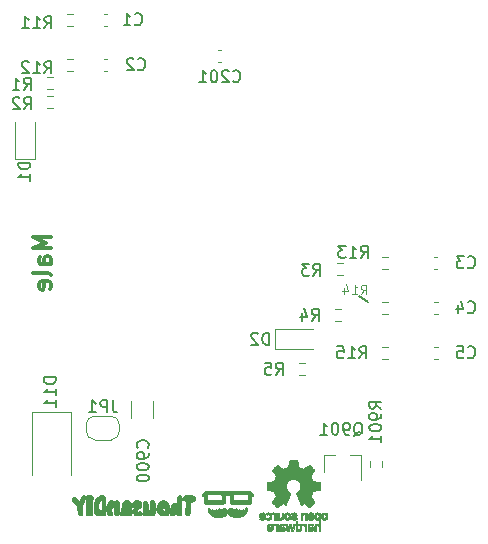
<source format=gbo>
G04 #@! TF.GenerationSoftware,KiCad,Pcbnew,(5.1.8-0-10_14)*
G04 #@! TF.CreationDate,2022-01-15T10:54:34+09:00*
G04 #@! TF.ProjectId,M5_DirectServo,4d355f44-6972-4656-9374-536572766f2e,v1.0*
G04 #@! TF.SameCoordinates,Original*
G04 #@! TF.FileFunction,Legend,Bot*
G04 #@! TF.FilePolarity,Positive*
%FSLAX46Y46*%
G04 Gerber Fmt 4.6, Leading zero omitted, Abs format (unit mm)*
G04 Created by KiCad (PCBNEW (5.1.8-0-10_14)) date 2022-01-15 10:54:34*
%MOMM*%
%LPD*%
G01*
G04 APERTURE LIST*
%ADD10C,0.150000*%
%ADD11C,0.300000*%
%ADD12C,0.127000*%
%ADD13C,0.120000*%
%ADD14C,0.010000*%
%ADD15C,0.100000*%
%ADD16O,1.200000X1.750000*%
%ADD17R,3.500000X2.800000*%
%ADD18R,1.350000X1.350000*%
%ADD19O,1.350000X1.350000*%
%ADD20R,1.800000X2.500000*%
%ADD21R,1.700000X1.700000*%
%ADD22O,1.700000X1.700000*%
%ADD23R,0.800000X0.900000*%
%ADD24C,1.700000*%
%ADD25C,1.000000*%
%ADD26C,0.800000*%
%ADD27R,3.150000X1.000000*%
%ADD28C,3.200000*%
%ADD29C,2.200000*%
%ADD30R,1.000000X1.000000*%
G04 APERTURE END LIST*
D10*
X144005000Y-111156000D02*
X144767000Y-111664000D01*
D11*
X117886571Y-106147714D02*
X116386571Y-106147714D01*
X117458000Y-106647714D01*
X116386571Y-107147714D01*
X117886571Y-107147714D01*
X117886571Y-108504857D02*
X117100857Y-108504857D01*
X116958000Y-108433428D01*
X116886571Y-108290571D01*
X116886571Y-108004857D01*
X116958000Y-107862000D01*
X117815142Y-108504857D02*
X117886571Y-108362000D01*
X117886571Y-108004857D01*
X117815142Y-107862000D01*
X117672285Y-107790571D01*
X117529428Y-107790571D01*
X117386571Y-107862000D01*
X117315142Y-108004857D01*
X117315142Y-108362000D01*
X117243714Y-108504857D01*
X117886571Y-109433428D02*
X117815142Y-109290571D01*
X117672285Y-109219142D01*
X116386571Y-109219142D01*
X117815142Y-110576285D02*
X117886571Y-110433428D01*
X117886571Y-110147714D01*
X117815142Y-110004857D01*
X117672285Y-109933428D01*
X117100857Y-109933428D01*
X116958000Y-110004857D01*
X116886571Y-110147714D01*
X116886571Y-110433428D01*
X116958000Y-110576285D01*
X117100857Y-110647714D01*
X117243714Y-110647714D01*
X117386571Y-109933428D01*
D12*
X133903420Y-129845320D02*
X133370020Y-129845320D01*
X133370020Y-129845320D02*
X133370020Y-129807220D01*
X133370020Y-129807220D02*
X133903420Y-129807220D01*
X133903420Y-129807220D02*
X133903420Y-129845320D01*
X132379420Y-129845320D02*
X131807920Y-129845320D01*
X131807920Y-129845320D02*
X131807920Y-129807220D01*
X131807920Y-129807220D02*
X132379420Y-129807220D01*
X132379420Y-129807220D02*
X132379420Y-129845320D01*
X134055820Y-129807220D02*
X133255720Y-129807220D01*
X133255720Y-129807220D02*
X133255720Y-129769120D01*
X133255720Y-129769120D02*
X134055820Y-129769120D01*
X134055820Y-129769120D02*
X134055820Y-129807220D01*
X132493720Y-129807220D02*
X131693620Y-129807220D01*
X131693620Y-129807220D02*
X131693620Y-129769120D01*
X131693620Y-129769120D02*
X132493720Y-129769120D01*
X132493720Y-129769120D02*
X132493720Y-129807220D01*
X134170120Y-129769120D02*
X133179520Y-129769120D01*
X133179520Y-129769120D02*
X133179520Y-129731020D01*
X133179520Y-129731020D02*
X134170120Y-129731020D01*
X134170120Y-129731020D02*
X134170120Y-129769120D01*
X132608020Y-129769120D02*
X131617420Y-129769120D01*
X131617420Y-129769120D02*
X131617420Y-129731020D01*
X131617420Y-129731020D02*
X132608020Y-129731020D01*
X132608020Y-129731020D02*
X132608020Y-129769120D01*
X134208220Y-129731020D02*
X133103320Y-129731020D01*
X133103320Y-129731020D02*
X133103320Y-129692920D01*
X133103320Y-129692920D02*
X134208220Y-129692920D01*
X134208220Y-129692920D02*
X134208220Y-129731020D01*
X132646120Y-129731020D02*
X131541220Y-129731020D01*
X131541220Y-129731020D02*
X131541220Y-129692920D01*
X131541220Y-129692920D02*
X132646120Y-129692920D01*
X132646120Y-129692920D02*
X132646120Y-129731020D01*
X129560020Y-129731020D02*
X129445720Y-129731020D01*
X129445720Y-129731020D02*
X129445720Y-129692920D01*
X129445720Y-129692920D02*
X129560020Y-129692920D01*
X129560020Y-129692920D02*
X129560020Y-129731020D01*
X128874220Y-129731020D02*
X128683720Y-129731020D01*
X128683720Y-129731020D02*
X128683720Y-129692920D01*
X128683720Y-129692920D02*
X128874220Y-129692920D01*
X128874220Y-129692920D02*
X128874220Y-129731020D01*
X128302720Y-129731020D02*
X128112220Y-129731020D01*
X128112220Y-129731020D02*
X128112220Y-129692920D01*
X128112220Y-129692920D02*
X128302720Y-129692920D01*
X128302720Y-129692920D02*
X128302720Y-129731020D01*
X127769320Y-129731020D02*
X127426420Y-129731020D01*
X127426420Y-129731020D02*
X127426420Y-129692920D01*
X127426420Y-129692920D02*
X127769320Y-129692920D01*
X127769320Y-129692920D02*
X127769320Y-129731020D01*
X126435820Y-129731020D02*
X126359620Y-129731020D01*
X126359620Y-129731020D02*
X126359620Y-129692920D01*
X126359620Y-129692920D02*
X126435820Y-129692920D01*
X126435820Y-129692920D02*
X126435820Y-129731020D01*
X126016720Y-129731020D02*
X125826220Y-129731020D01*
X125826220Y-129731020D02*
X125826220Y-129692920D01*
X125826220Y-129692920D02*
X126016720Y-129692920D01*
X126016720Y-129692920D02*
X126016720Y-129731020D01*
X125445220Y-129731020D02*
X125102320Y-129731020D01*
X125102320Y-129731020D02*
X125102320Y-129692920D01*
X125102320Y-129692920D02*
X125445220Y-129692920D01*
X125445220Y-129692920D02*
X125445220Y-129731020D01*
X124568920Y-129731020D02*
X124226020Y-129731020D01*
X124226020Y-129731020D02*
X124226020Y-129692920D01*
X124226020Y-129692920D02*
X124568920Y-129692920D01*
X124568920Y-129692920D02*
X124568920Y-129731020D01*
X123044920Y-129731020D02*
X122778220Y-129731020D01*
X122778220Y-129731020D02*
X122778220Y-129692920D01*
X122778220Y-129692920D02*
X123044920Y-129692920D01*
X123044920Y-129692920D02*
X123044920Y-129731020D01*
X122435320Y-129731020D02*
X121863820Y-129731020D01*
X121863820Y-129731020D02*
X121863820Y-129692920D01*
X121863820Y-129692920D02*
X122435320Y-129692920D01*
X122435320Y-129692920D02*
X122435320Y-129731020D01*
X121330420Y-129731020D02*
X120949420Y-129731020D01*
X120949420Y-129731020D02*
X120949420Y-129692920D01*
X120949420Y-129692920D02*
X121330420Y-129692920D01*
X121330420Y-129692920D02*
X121330420Y-129731020D01*
X120492220Y-129731020D02*
X120377920Y-129731020D01*
X120377920Y-129731020D02*
X120377920Y-129692920D01*
X120377920Y-129692920D02*
X120492220Y-129692920D01*
X120492220Y-129692920D02*
X120492220Y-129731020D01*
X134284420Y-129692920D02*
X133065220Y-129692920D01*
X133065220Y-129692920D02*
X133065220Y-129654820D01*
X133065220Y-129654820D02*
X134284420Y-129654820D01*
X134284420Y-129654820D02*
X134284420Y-129692920D01*
X132684220Y-129692920D02*
X131503120Y-129692920D01*
X131503120Y-129692920D02*
X131503120Y-129654820D01*
X131503120Y-129654820D02*
X132684220Y-129654820D01*
X132684220Y-129654820D02*
X132684220Y-129692920D01*
X129598120Y-129692920D02*
X129407620Y-129692920D01*
X129407620Y-129692920D02*
X129407620Y-129654820D01*
X129407620Y-129654820D02*
X129598120Y-129654820D01*
X129598120Y-129654820D02*
X129598120Y-129692920D01*
X128912320Y-129692920D02*
X128645620Y-129692920D01*
X128645620Y-129692920D02*
X128645620Y-129654820D01*
X128645620Y-129654820D02*
X128912320Y-129654820D01*
X128912320Y-129654820D02*
X128912320Y-129692920D01*
X128340820Y-129692920D02*
X128074120Y-129692920D01*
X128074120Y-129692920D02*
X128074120Y-129654820D01*
X128074120Y-129654820D02*
X128340820Y-129654820D01*
X128340820Y-129654820D02*
X128340820Y-129692920D01*
X127807420Y-129692920D02*
X127235920Y-129692920D01*
X127235920Y-129692920D02*
X127235920Y-129654820D01*
X127235920Y-129654820D02*
X127807420Y-129654820D01*
X127807420Y-129654820D02*
X127807420Y-129692920D01*
X126588220Y-129692920D02*
X126169120Y-129692920D01*
X126169120Y-129692920D02*
X126169120Y-129654820D01*
X126169120Y-129654820D02*
X126588220Y-129654820D01*
X126588220Y-129654820D02*
X126588220Y-129692920D01*
X126054820Y-129692920D02*
X125788120Y-129692920D01*
X125788120Y-129692920D02*
X125788120Y-129654820D01*
X125788120Y-129654820D02*
X126054820Y-129654820D01*
X126054820Y-129654820D02*
X126054820Y-129692920D01*
X125521420Y-129692920D02*
X125026120Y-129692920D01*
X125026120Y-129692920D02*
X125026120Y-129654820D01*
X125026120Y-129654820D02*
X125521420Y-129654820D01*
X125521420Y-129654820D02*
X125521420Y-129692920D01*
X124645120Y-129692920D02*
X124187920Y-129692920D01*
X124187920Y-129692920D02*
X124187920Y-129654820D01*
X124187920Y-129654820D02*
X124645120Y-129654820D01*
X124645120Y-129654820D02*
X124645120Y-129692920D01*
X123959320Y-129692920D02*
X123806920Y-129692920D01*
X123806920Y-129692920D02*
X123806920Y-129654820D01*
X123806920Y-129654820D02*
X123959320Y-129654820D01*
X123959320Y-129654820D02*
X123959320Y-129692920D01*
X123616420Y-129692920D02*
X123387820Y-129692920D01*
X123387820Y-129692920D02*
X123387820Y-129654820D01*
X123387820Y-129654820D02*
X123616420Y-129654820D01*
X123616420Y-129654820D02*
X123616420Y-129692920D01*
X123044920Y-129692920D02*
X122778220Y-129692920D01*
X122778220Y-129692920D02*
X122778220Y-129654820D01*
X122778220Y-129654820D02*
X123044920Y-129654820D01*
X123044920Y-129654820D02*
X123044920Y-129692920D01*
X122473420Y-129692920D02*
X121787620Y-129692920D01*
X121787620Y-129692920D02*
X121787620Y-129654820D01*
X121787620Y-129654820D02*
X122473420Y-129654820D01*
X122473420Y-129654820D02*
X122473420Y-129692920D01*
X121368520Y-129692920D02*
X120911320Y-129692920D01*
X120911320Y-129692920D02*
X120911320Y-129654820D01*
X120911320Y-129654820D02*
X121368520Y-129654820D01*
X121368520Y-129654820D02*
X121368520Y-129692920D01*
X120492220Y-129692920D02*
X120339820Y-129692920D01*
X120339820Y-129692920D02*
X120339820Y-129654820D01*
X120339820Y-129654820D02*
X120492220Y-129654820D01*
X120492220Y-129654820D02*
X120492220Y-129692920D01*
X134322520Y-129654820D02*
X133027120Y-129654820D01*
X133027120Y-129654820D02*
X133027120Y-129616720D01*
X133027120Y-129616720D02*
X134322520Y-129616720D01*
X134322520Y-129616720D02*
X134322520Y-129654820D01*
X132722320Y-129654820D02*
X131426920Y-129654820D01*
X131426920Y-129654820D02*
X131426920Y-129616720D01*
X131426920Y-129616720D02*
X132722320Y-129616720D01*
X132722320Y-129616720D02*
X132722320Y-129654820D01*
X129598120Y-129654820D02*
X129407620Y-129654820D01*
X129407620Y-129654820D02*
X129407620Y-129616720D01*
X129407620Y-129616720D02*
X129598120Y-129616720D01*
X129598120Y-129616720D02*
X129598120Y-129654820D01*
X128950420Y-129654820D02*
X128607520Y-129654820D01*
X128607520Y-129654820D02*
X128607520Y-129616720D01*
X128607520Y-129616720D02*
X128950420Y-129616720D01*
X128950420Y-129616720D02*
X128950420Y-129654820D01*
X128378920Y-129654820D02*
X128074120Y-129654820D01*
X128074120Y-129654820D02*
X128074120Y-129616720D01*
X128074120Y-129616720D02*
X128378920Y-129616720D01*
X128378920Y-129616720D02*
X128378920Y-129654820D01*
X127845520Y-129654820D02*
X127159720Y-129654820D01*
X127159720Y-129654820D02*
X127159720Y-129616720D01*
X127159720Y-129616720D02*
X127845520Y-129616720D01*
X127845520Y-129616720D02*
X127845520Y-129654820D01*
X126588220Y-129654820D02*
X125750020Y-129654820D01*
X125750020Y-129654820D02*
X125750020Y-129616720D01*
X125750020Y-129616720D02*
X126588220Y-129616720D01*
X126588220Y-129616720D02*
X126588220Y-129654820D01*
X125559520Y-129654820D02*
X124988020Y-129654820D01*
X124988020Y-129654820D02*
X124988020Y-129616720D01*
X124988020Y-129616720D02*
X125559520Y-129616720D01*
X125559520Y-129616720D02*
X125559520Y-129654820D01*
X124645120Y-129654820D02*
X124149820Y-129654820D01*
X124149820Y-129654820D02*
X124149820Y-129616720D01*
X124149820Y-129616720D02*
X124645120Y-129616720D01*
X124645120Y-129616720D02*
X124645120Y-129654820D01*
X123997420Y-129654820D02*
X123806920Y-129654820D01*
X123806920Y-129654820D02*
X123806920Y-129616720D01*
X123806920Y-129616720D02*
X123997420Y-129616720D01*
X123997420Y-129616720D02*
X123997420Y-129654820D01*
X123654520Y-129654820D02*
X123387820Y-129654820D01*
X123387820Y-129654820D02*
X123387820Y-129616720D01*
X123387820Y-129616720D02*
X123654520Y-129616720D01*
X123654520Y-129616720D02*
X123654520Y-129654820D01*
X123044920Y-129654820D02*
X122740120Y-129654820D01*
X122740120Y-129654820D02*
X122740120Y-129616720D01*
X122740120Y-129616720D02*
X123044920Y-129616720D01*
X123044920Y-129616720D02*
X123044920Y-129654820D01*
X122511520Y-129654820D02*
X121749520Y-129654820D01*
X121749520Y-129654820D02*
X121749520Y-129616720D01*
X121749520Y-129616720D02*
X122511520Y-129616720D01*
X122511520Y-129616720D02*
X122511520Y-129654820D01*
X121368520Y-129654820D02*
X120911320Y-129654820D01*
X120911320Y-129654820D02*
X120911320Y-129616720D01*
X120911320Y-129616720D02*
X121368520Y-129616720D01*
X121368520Y-129616720D02*
X121368520Y-129654820D01*
X120530320Y-129654820D02*
X120301720Y-129654820D01*
X120301720Y-129654820D02*
X120301720Y-129616720D01*
X120301720Y-129616720D02*
X120530320Y-129616720D01*
X120530320Y-129616720D02*
X120530320Y-129654820D01*
X134360620Y-129616720D02*
X132989020Y-129616720D01*
X132989020Y-129616720D02*
X132989020Y-129578620D01*
X132989020Y-129578620D02*
X134360620Y-129578620D01*
X134360620Y-129578620D02*
X134360620Y-129616720D01*
X132760420Y-129616720D02*
X131426920Y-129616720D01*
X131426920Y-129616720D02*
X131426920Y-129578620D01*
X131426920Y-129578620D02*
X132760420Y-129578620D01*
X132760420Y-129578620D02*
X132760420Y-129616720D01*
X129598120Y-129616720D02*
X129369520Y-129616720D01*
X129369520Y-129616720D02*
X129369520Y-129578620D01*
X129369520Y-129578620D02*
X129598120Y-129578620D01*
X129598120Y-129578620D02*
X129598120Y-129616720D01*
X128950420Y-129616720D02*
X128569420Y-129616720D01*
X128569420Y-129616720D02*
X128569420Y-129578620D01*
X128569420Y-129578620D02*
X128950420Y-129578620D01*
X128950420Y-129578620D02*
X128950420Y-129616720D01*
X128378920Y-129616720D02*
X128074120Y-129616720D01*
X128074120Y-129616720D02*
X128074120Y-129578620D01*
X128074120Y-129578620D02*
X128378920Y-129578620D01*
X128378920Y-129578620D02*
X128378920Y-129616720D01*
X127845520Y-129616720D02*
X127121620Y-129616720D01*
X127121620Y-129616720D02*
X127121620Y-129578620D01*
X127121620Y-129578620D02*
X127845520Y-129578620D01*
X127845520Y-129578620D02*
X127845520Y-129616720D01*
X126626320Y-129616720D02*
X125750020Y-129616720D01*
X125750020Y-129616720D02*
X125750020Y-129578620D01*
X125750020Y-129578620D02*
X126626320Y-129578620D01*
X126626320Y-129578620D02*
X126626320Y-129616720D01*
X125597620Y-129616720D02*
X124988020Y-129616720D01*
X124988020Y-129616720D02*
X124988020Y-129578620D01*
X124988020Y-129578620D02*
X125597620Y-129578620D01*
X125597620Y-129578620D02*
X125597620Y-129616720D01*
X124683220Y-129616720D02*
X124111720Y-129616720D01*
X124111720Y-129616720D02*
X124111720Y-129578620D01*
X124111720Y-129578620D02*
X124683220Y-129578620D01*
X124683220Y-129578620D02*
X124683220Y-129616720D01*
X124035520Y-129616720D02*
X123845020Y-129616720D01*
X123845020Y-129616720D02*
X123845020Y-129578620D01*
X123845020Y-129578620D02*
X124035520Y-129578620D01*
X124035520Y-129578620D02*
X124035520Y-129616720D01*
X123654520Y-129616720D02*
X123349720Y-129616720D01*
X123349720Y-129616720D02*
X123349720Y-129578620D01*
X123349720Y-129578620D02*
X123654520Y-129578620D01*
X123654520Y-129578620D02*
X123654520Y-129616720D01*
X123044920Y-129616720D02*
X122740120Y-129616720D01*
X122740120Y-129616720D02*
X122740120Y-129578620D01*
X122740120Y-129578620D02*
X123044920Y-129578620D01*
X123044920Y-129578620D02*
X123044920Y-129616720D01*
X122511520Y-129616720D02*
X121711420Y-129616720D01*
X121711420Y-129616720D02*
X121711420Y-129578620D01*
X121711420Y-129578620D02*
X122511520Y-129578620D01*
X122511520Y-129578620D02*
X122511520Y-129616720D01*
X121368520Y-129616720D02*
X120949420Y-129616720D01*
X120949420Y-129616720D02*
X120949420Y-129578620D01*
X120949420Y-129578620D02*
X121368520Y-129578620D01*
X121368520Y-129578620D02*
X121368520Y-129616720D01*
X120530320Y-129616720D02*
X120301720Y-129616720D01*
X120301720Y-129616720D02*
X120301720Y-129578620D01*
X120301720Y-129578620D02*
X120530320Y-129578620D01*
X120530320Y-129578620D02*
X120530320Y-129616720D01*
X134360620Y-129578620D02*
X132950920Y-129578620D01*
X132950920Y-129578620D02*
X132950920Y-129540520D01*
X132950920Y-129540520D02*
X134360620Y-129540520D01*
X134360620Y-129540520D02*
X134360620Y-129578620D01*
X132798520Y-129578620D02*
X131388820Y-129578620D01*
X131388820Y-129578620D02*
X131388820Y-129540520D01*
X131388820Y-129540520D02*
X132798520Y-129540520D01*
X132798520Y-129540520D02*
X132798520Y-129578620D01*
X129636220Y-129578620D02*
X129369520Y-129578620D01*
X129369520Y-129578620D02*
X129369520Y-129540520D01*
X129369520Y-129540520D02*
X129636220Y-129540520D01*
X129636220Y-129540520D02*
X129636220Y-129578620D01*
X128950420Y-129578620D02*
X128569420Y-129578620D01*
X128569420Y-129578620D02*
X128569420Y-129540520D01*
X128569420Y-129540520D02*
X128950420Y-129540520D01*
X128950420Y-129540520D02*
X128950420Y-129578620D01*
X128378920Y-129578620D02*
X128074120Y-129578620D01*
X128074120Y-129578620D02*
X128074120Y-129540520D01*
X128074120Y-129540520D02*
X128378920Y-129540520D01*
X128378920Y-129540520D02*
X128378920Y-129578620D01*
X127883620Y-129578620D02*
X127083520Y-129578620D01*
X127083520Y-129578620D02*
X127083520Y-129540520D01*
X127083520Y-129540520D02*
X127883620Y-129540520D01*
X127883620Y-129540520D02*
X127883620Y-129578620D01*
X126664420Y-129578620D02*
X125750020Y-129578620D01*
X125750020Y-129578620D02*
X125750020Y-129540520D01*
X125750020Y-129540520D02*
X126664420Y-129540520D01*
X126664420Y-129540520D02*
X126664420Y-129578620D01*
X125597620Y-129578620D02*
X124949920Y-129578620D01*
X124949920Y-129578620D02*
X124949920Y-129540520D01*
X124949920Y-129540520D02*
X125597620Y-129540520D01*
X125597620Y-129540520D02*
X125597620Y-129578620D01*
X124721320Y-129578620D02*
X123845020Y-129578620D01*
X123845020Y-129578620D02*
X123845020Y-129540520D01*
X123845020Y-129540520D02*
X124721320Y-129540520D01*
X124721320Y-129540520D02*
X124721320Y-129578620D01*
X123692620Y-129578620D02*
X123349720Y-129578620D01*
X123349720Y-129578620D02*
X123349720Y-129540520D01*
X123349720Y-129540520D02*
X123692620Y-129540520D01*
X123692620Y-129540520D02*
X123692620Y-129578620D01*
X123044920Y-129578620D02*
X122702020Y-129578620D01*
X122702020Y-129578620D02*
X122702020Y-129540520D01*
X122702020Y-129540520D02*
X123044920Y-129540520D01*
X123044920Y-129540520D02*
X123044920Y-129578620D01*
X122511520Y-129578620D02*
X121673320Y-129578620D01*
X121673320Y-129578620D02*
X121673320Y-129540520D01*
X121673320Y-129540520D02*
X122511520Y-129540520D01*
X122511520Y-129540520D02*
X122511520Y-129578620D01*
X121368520Y-129578620D02*
X120949420Y-129578620D01*
X120949420Y-129578620D02*
X120949420Y-129540520D01*
X120949420Y-129540520D02*
X121368520Y-129540520D01*
X121368520Y-129540520D02*
X121368520Y-129578620D01*
X120530320Y-129578620D02*
X120301720Y-129578620D01*
X120301720Y-129578620D02*
X120301720Y-129540520D01*
X120301720Y-129540520D02*
X120530320Y-129540520D01*
X120530320Y-129540520D02*
X120530320Y-129578620D01*
X134398720Y-129540520D02*
X132912820Y-129540520D01*
X132912820Y-129540520D02*
X132912820Y-129502420D01*
X132912820Y-129502420D02*
X134398720Y-129502420D01*
X134398720Y-129502420D02*
X134398720Y-129540520D01*
X132836620Y-129540520D02*
X131350720Y-129540520D01*
X131350720Y-129540520D02*
X131350720Y-129502420D01*
X131350720Y-129502420D02*
X132836620Y-129502420D01*
X132836620Y-129502420D02*
X132836620Y-129540520D01*
X129636220Y-129540520D02*
X129369520Y-129540520D01*
X129369520Y-129540520D02*
X129369520Y-129502420D01*
X129369520Y-129502420D02*
X129636220Y-129502420D01*
X129636220Y-129502420D02*
X129636220Y-129540520D01*
X128950420Y-129540520D02*
X128569420Y-129540520D01*
X128569420Y-129540520D02*
X128569420Y-129502420D01*
X128569420Y-129502420D02*
X128950420Y-129502420D01*
X128950420Y-129502420D02*
X128950420Y-129540520D01*
X128378920Y-129540520D02*
X128074120Y-129540520D01*
X128074120Y-129540520D02*
X128074120Y-129502420D01*
X128074120Y-129502420D02*
X128378920Y-129502420D01*
X128378920Y-129502420D02*
X128378920Y-129540520D01*
X127883620Y-129540520D02*
X127045420Y-129540520D01*
X127045420Y-129540520D02*
X127045420Y-129502420D01*
X127045420Y-129502420D02*
X127883620Y-129502420D01*
X127883620Y-129502420D02*
X127883620Y-129540520D01*
X126664420Y-129540520D02*
X125750020Y-129540520D01*
X125750020Y-129540520D02*
X125750020Y-129502420D01*
X125750020Y-129502420D02*
X126664420Y-129502420D01*
X126664420Y-129502420D02*
X126664420Y-129540520D01*
X125597620Y-129540520D02*
X124949920Y-129540520D01*
X124949920Y-129540520D02*
X124949920Y-129502420D01*
X124949920Y-129502420D02*
X125597620Y-129502420D01*
X125597620Y-129502420D02*
X125597620Y-129540520D01*
X124721320Y-129540520D02*
X124454620Y-129540520D01*
X124454620Y-129540520D02*
X124454620Y-129502420D01*
X124454620Y-129502420D02*
X124721320Y-129502420D01*
X124721320Y-129502420D02*
X124721320Y-129540520D01*
X124302220Y-129540520D02*
X123845020Y-129540520D01*
X123845020Y-129540520D02*
X123845020Y-129502420D01*
X123845020Y-129502420D02*
X124302220Y-129502420D01*
X124302220Y-129502420D02*
X124302220Y-129540520D01*
X123692620Y-129540520D02*
X123349720Y-129540520D01*
X123349720Y-129540520D02*
X123349720Y-129502420D01*
X123349720Y-129502420D02*
X123692620Y-129502420D01*
X123692620Y-129502420D02*
X123692620Y-129540520D01*
X123044920Y-129540520D02*
X122702020Y-129540520D01*
X122702020Y-129540520D02*
X122702020Y-129502420D01*
X122702020Y-129502420D02*
X123044920Y-129502420D01*
X123044920Y-129502420D02*
X123044920Y-129540520D01*
X122511520Y-129540520D02*
X121673320Y-129540520D01*
X121673320Y-129540520D02*
X121673320Y-129502420D01*
X121673320Y-129502420D02*
X122511520Y-129502420D01*
X122511520Y-129502420D02*
X122511520Y-129540520D01*
X121368520Y-129540520D02*
X120949420Y-129540520D01*
X120949420Y-129540520D02*
X120949420Y-129502420D01*
X120949420Y-129502420D02*
X121368520Y-129502420D01*
X121368520Y-129502420D02*
X121368520Y-129540520D01*
X120530320Y-129540520D02*
X120263620Y-129540520D01*
X120263620Y-129540520D02*
X120263620Y-129502420D01*
X120263620Y-129502420D02*
X120530320Y-129502420D01*
X120530320Y-129502420D02*
X120530320Y-129540520D01*
X134398720Y-129502420D02*
X134170120Y-129502420D01*
X134170120Y-129502420D02*
X134170120Y-129464320D01*
X134170120Y-129464320D02*
X134398720Y-129464320D01*
X134398720Y-129464320D02*
X134398720Y-129502420D01*
X134132020Y-129502420D02*
X132912820Y-129502420D01*
X132912820Y-129502420D02*
X132912820Y-129464320D01*
X132912820Y-129464320D02*
X134132020Y-129464320D01*
X134132020Y-129464320D02*
X134132020Y-129502420D01*
X132836620Y-129502420D02*
X131617420Y-129502420D01*
X131617420Y-129502420D02*
X131617420Y-129464320D01*
X131617420Y-129464320D02*
X132836620Y-129464320D01*
X132836620Y-129464320D02*
X132836620Y-129502420D01*
X131579320Y-129502420D02*
X131350720Y-129502420D01*
X131350720Y-129502420D02*
X131350720Y-129464320D01*
X131350720Y-129464320D02*
X131579320Y-129464320D01*
X131579320Y-129464320D02*
X131579320Y-129502420D01*
X129636220Y-129502420D02*
X129369520Y-129502420D01*
X129369520Y-129502420D02*
X129369520Y-129464320D01*
X129369520Y-129464320D02*
X129636220Y-129464320D01*
X129636220Y-129464320D02*
X129636220Y-129502420D01*
X128950420Y-129502420D02*
X128569420Y-129502420D01*
X128569420Y-129502420D02*
X128569420Y-129464320D01*
X128569420Y-129464320D02*
X128950420Y-129464320D01*
X128950420Y-129464320D02*
X128950420Y-129502420D01*
X128378920Y-129502420D02*
X128074120Y-129502420D01*
X128074120Y-129502420D02*
X128074120Y-129464320D01*
X128074120Y-129464320D02*
X128378920Y-129464320D01*
X128378920Y-129464320D02*
X128378920Y-129502420D01*
X127921720Y-129502420D02*
X127007320Y-129502420D01*
X127007320Y-129502420D02*
X127007320Y-129464320D01*
X127007320Y-129464320D02*
X127921720Y-129464320D01*
X127921720Y-129464320D02*
X127921720Y-129502420D01*
X126702520Y-129502420D02*
X125750020Y-129502420D01*
X125750020Y-129502420D02*
X125750020Y-129464320D01*
X125750020Y-129464320D02*
X126702520Y-129464320D01*
X126702520Y-129464320D02*
X126702520Y-129502420D01*
X125559520Y-129502420D02*
X125330920Y-129502420D01*
X125330920Y-129502420D02*
X125330920Y-129464320D01*
X125330920Y-129464320D02*
X125559520Y-129464320D01*
X125559520Y-129464320D02*
X125559520Y-129502420D01*
X125254720Y-129502420D02*
X124911820Y-129502420D01*
X124911820Y-129502420D02*
X124911820Y-129464320D01*
X124911820Y-129464320D02*
X125254720Y-129464320D01*
X125254720Y-129464320D02*
X125254720Y-129502420D01*
X124721320Y-129502420D02*
X124492720Y-129502420D01*
X124492720Y-129502420D02*
X124492720Y-129464320D01*
X124492720Y-129464320D02*
X124721320Y-129464320D01*
X124721320Y-129464320D02*
X124721320Y-129502420D01*
X124302220Y-129502420D02*
X123845020Y-129502420D01*
X123845020Y-129502420D02*
X123845020Y-129464320D01*
X123845020Y-129464320D02*
X124302220Y-129464320D01*
X124302220Y-129464320D02*
X124302220Y-129502420D01*
X123692620Y-129502420D02*
X123349720Y-129502420D01*
X123349720Y-129502420D02*
X123349720Y-129464320D01*
X123349720Y-129464320D02*
X123692620Y-129464320D01*
X123692620Y-129464320D02*
X123692620Y-129502420D01*
X123044920Y-129502420D02*
X122702020Y-129502420D01*
X122702020Y-129502420D02*
X122702020Y-129464320D01*
X122702020Y-129464320D02*
X123044920Y-129464320D01*
X123044920Y-129464320D02*
X123044920Y-129502420D01*
X122511520Y-129502420D02*
X121635220Y-129502420D01*
X121635220Y-129502420D02*
X121635220Y-129464320D01*
X121635220Y-129464320D02*
X122511520Y-129464320D01*
X122511520Y-129464320D02*
X122511520Y-129502420D01*
X121368520Y-129502420D02*
X120949420Y-129502420D01*
X120949420Y-129502420D02*
X120949420Y-129464320D01*
X120949420Y-129464320D02*
X121368520Y-129464320D01*
X121368520Y-129464320D02*
X121368520Y-129502420D01*
X120530320Y-129502420D02*
X120263620Y-129502420D01*
X120263620Y-129502420D02*
X120263620Y-129464320D01*
X120263620Y-129464320D02*
X120530320Y-129464320D01*
X120530320Y-129464320D02*
X120530320Y-129502420D01*
X134436820Y-129464320D02*
X134246320Y-129464320D01*
X134246320Y-129464320D02*
X134246320Y-129426220D01*
X134246320Y-129426220D02*
X134436820Y-129426220D01*
X134436820Y-129426220D02*
X134436820Y-129464320D01*
X134170120Y-129464320D02*
X133903420Y-129464320D01*
X133903420Y-129464320D02*
X133903420Y-129426220D01*
X133903420Y-129426220D02*
X134170120Y-129426220D01*
X134170120Y-129426220D02*
X134170120Y-129464320D01*
X133827220Y-129464320D02*
X132912820Y-129464320D01*
X132912820Y-129464320D02*
X132912820Y-129426220D01*
X132912820Y-129426220D02*
X133827220Y-129426220D01*
X133827220Y-129426220D02*
X133827220Y-129464320D01*
X132836620Y-129464320D02*
X131960320Y-129464320D01*
X131960320Y-129464320D02*
X131960320Y-129426220D01*
X131960320Y-129426220D02*
X132836620Y-129426220D01*
X132836620Y-129426220D02*
X132836620Y-129464320D01*
X131884120Y-129464320D02*
X131579320Y-129464320D01*
X131579320Y-129464320D02*
X131579320Y-129426220D01*
X131579320Y-129426220D02*
X131884120Y-129426220D01*
X131884120Y-129426220D02*
X131884120Y-129464320D01*
X131503120Y-129464320D02*
X131312620Y-129464320D01*
X131312620Y-129464320D02*
X131312620Y-129426220D01*
X131312620Y-129426220D02*
X131503120Y-129426220D01*
X131503120Y-129426220D02*
X131503120Y-129464320D01*
X129636220Y-129464320D02*
X129369520Y-129464320D01*
X129369520Y-129464320D02*
X129369520Y-129426220D01*
X129369520Y-129426220D02*
X129636220Y-129426220D01*
X129636220Y-129426220D02*
X129636220Y-129464320D01*
X128950420Y-129464320D02*
X128569420Y-129464320D01*
X128569420Y-129464320D02*
X128569420Y-129426220D01*
X128569420Y-129426220D02*
X128950420Y-129426220D01*
X128950420Y-129426220D02*
X128950420Y-129464320D01*
X128378920Y-129464320D02*
X128074120Y-129464320D01*
X128074120Y-129464320D02*
X128074120Y-129426220D01*
X128074120Y-129426220D02*
X128378920Y-129426220D01*
X128378920Y-129426220D02*
X128378920Y-129464320D01*
X127921720Y-129464320D02*
X127578820Y-129464320D01*
X127578820Y-129464320D02*
X127578820Y-129426220D01*
X127578820Y-129426220D02*
X127921720Y-129426220D01*
X127921720Y-129426220D02*
X127921720Y-129464320D01*
X127426420Y-129464320D02*
X126969220Y-129464320D01*
X126969220Y-129464320D02*
X126969220Y-129426220D01*
X126969220Y-129426220D02*
X127426420Y-129426220D01*
X127426420Y-129426220D02*
X127426420Y-129464320D01*
X126702520Y-129464320D02*
X125750020Y-129464320D01*
X125750020Y-129464320D02*
X125750020Y-129426220D01*
X125750020Y-129426220D02*
X126702520Y-129426220D01*
X126702520Y-129426220D02*
X126702520Y-129464320D01*
X125216620Y-129464320D02*
X124911820Y-129464320D01*
X124911820Y-129464320D02*
X124911820Y-129426220D01*
X124911820Y-129426220D02*
X125216620Y-129426220D01*
X125216620Y-129426220D02*
X125216620Y-129464320D01*
X124721320Y-129464320D02*
X124454620Y-129464320D01*
X124454620Y-129464320D02*
X124454620Y-129426220D01*
X124454620Y-129426220D02*
X124721320Y-129426220D01*
X124721320Y-129426220D02*
X124721320Y-129464320D01*
X124302220Y-129464320D02*
X123845020Y-129464320D01*
X123845020Y-129464320D02*
X123845020Y-129426220D01*
X123845020Y-129426220D02*
X124302220Y-129426220D01*
X124302220Y-129426220D02*
X124302220Y-129464320D01*
X123692620Y-129464320D02*
X123349720Y-129464320D01*
X123349720Y-129464320D02*
X123349720Y-129426220D01*
X123349720Y-129426220D02*
X123692620Y-129426220D01*
X123692620Y-129426220D02*
X123692620Y-129464320D01*
X123044920Y-129464320D02*
X122702020Y-129464320D01*
X122702020Y-129464320D02*
X122702020Y-129426220D01*
X122702020Y-129426220D02*
X123044920Y-129426220D01*
X123044920Y-129426220D02*
X123044920Y-129464320D01*
X122511520Y-129464320D02*
X121635220Y-129464320D01*
X121635220Y-129464320D02*
X121635220Y-129426220D01*
X121635220Y-129426220D02*
X122511520Y-129426220D01*
X122511520Y-129426220D02*
X122511520Y-129464320D01*
X121368520Y-129464320D02*
X120949420Y-129464320D01*
X120949420Y-129464320D02*
X120949420Y-129426220D01*
X120949420Y-129426220D02*
X121368520Y-129426220D01*
X121368520Y-129426220D02*
X121368520Y-129464320D01*
X120530320Y-129464320D02*
X120263620Y-129464320D01*
X120263620Y-129464320D02*
X120263620Y-129426220D01*
X120263620Y-129426220D02*
X120530320Y-129426220D01*
X120530320Y-129426220D02*
X120530320Y-129464320D01*
X134436820Y-129426220D02*
X134284420Y-129426220D01*
X134284420Y-129426220D02*
X134284420Y-129388120D01*
X134284420Y-129388120D02*
X134436820Y-129388120D01*
X134436820Y-129388120D02*
X134436820Y-129426220D01*
X134208220Y-129426220D02*
X134017720Y-129426220D01*
X134017720Y-129426220D02*
X134017720Y-129388120D01*
X134017720Y-129388120D02*
X134208220Y-129388120D01*
X134208220Y-129388120D02*
X134208220Y-129426220D01*
X133827220Y-129426220D02*
X133674820Y-129426220D01*
X133674820Y-129426220D02*
X133674820Y-129388120D01*
X133674820Y-129388120D02*
X133827220Y-129388120D01*
X133827220Y-129388120D02*
X133827220Y-129426220D01*
X133522420Y-129426220D02*
X132912820Y-129426220D01*
X132912820Y-129426220D02*
X132912820Y-129388120D01*
X132912820Y-129388120D02*
X133522420Y-129388120D01*
X133522420Y-129388120D02*
X133522420Y-129426220D01*
X132836620Y-129426220D02*
X132227020Y-129426220D01*
X132227020Y-129426220D02*
X132227020Y-129388120D01*
X132227020Y-129388120D02*
X132836620Y-129388120D01*
X132836620Y-129388120D02*
X132836620Y-129426220D01*
X132074620Y-129426220D02*
X131922220Y-129426220D01*
X131922220Y-129426220D02*
X131922220Y-129388120D01*
X131922220Y-129388120D02*
X132074620Y-129388120D01*
X132074620Y-129388120D02*
X132074620Y-129426220D01*
X131769820Y-129426220D02*
X131579320Y-129426220D01*
X131579320Y-129426220D02*
X131579320Y-129388120D01*
X131579320Y-129388120D02*
X131769820Y-129388120D01*
X131769820Y-129388120D02*
X131769820Y-129426220D01*
X131465020Y-129426220D02*
X131312620Y-129426220D01*
X131312620Y-129426220D02*
X131312620Y-129388120D01*
X131312620Y-129388120D02*
X131465020Y-129388120D01*
X131465020Y-129388120D02*
X131465020Y-129426220D01*
X129636220Y-129426220D02*
X129369520Y-129426220D01*
X129369520Y-129426220D02*
X129369520Y-129388120D01*
X129369520Y-129388120D02*
X129636220Y-129388120D01*
X129636220Y-129388120D02*
X129636220Y-129426220D01*
X128950420Y-129426220D02*
X128569420Y-129426220D01*
X128569420Y-129426220D02*
X128569420Y-129388120D01*
X128569420Y-129388120D02*
X128950420Y-129388120D01*
X128950420Y-129388120D02*
X128950420Y-129426220D01*
X128378920Y-129426220D02*
X128074120Y-129426220D01*
X128074120Y-129426220D02*
X128074120Y-129388120D01*
X128074120Y-129388120D02*
X128378920Y-129388120D01*
X128378920Y-129388120D02*
X128378920Y-129426220D01*
X127921720Y-129426220D02*
X127616920Y-129426220D01*
X127616920Y-129426220D02*
X127616920Y-129388120D01*
X127616920Y-129388120D02*
X127921720Y-129388120D01*
X127921720Y-129388120D02*
X127921720Y-129426220D01*
X127388320Y-129426220D02*
X126969220Y-129426220D01*
X126969220Y-129426220D02*
X126969220Y-129388120D01*
X126969220Y-129388120D02*
X127388320Y-129388120D01*
X127388320Y-129388120D02*
X127388320Y-129426220D01*
X126702520Y-129426220D02*
X125750020Y-129426220D01*
X125750020Y-129426220D02*
X125750020Y-129388120D01*
X125750020Y-129388120D02*
X126702520Y-129388120D01*
X126702520Y-129388120D02*
X126702520Y-129426220D01*
X125178520Y-129426220D02*
X124911820Y-129426220D01*
X124911820Y-129426220D02*
X124911820Y-129388120D01*
X124911820Y-129388120D02*
X125178520Y-129388120D01*
X125178520Y-129388120D02*
X125178520Y-129426220D01*
X124721320Y-129426220D02*
X124416520Y-129426220D01*
X124416520Y-129426220D02*
X124416520Y-129388120D01*
X124416520Y-129388120D02*
X124721320Y-129388120D01*
X124721320Y-129388120D02*
X124721320Y-129426220D01*
X124340320Y-129426220D02*
X123883120Y-129426220D01*
X123883120Y-129426220D02*
X123883120Y-129388120D01*
X123883120Y-129388120D02*
X124340320Y-129388120D01*
X124340320Y-129388120D02*
X124340320Y-129426220D01*
X123692620Y-129426220D02*
X123311620Y-129426220D01*
X123311620Y-129426220D02*
X123311620Y-129388120D01*
X123311620Y-129388120D02*
X123692620Y-129388120D01*
X123692620Y-129388120D02*
X123692620Y-129426220D01*
X123006820Y-129426220D02*
X122702020Y-129426220D01*
X122702020Y-129426220D02*
X122702020Y-129388120D01*
X122702020Y-129388120D02*
X123006820Y-129388120D01*
X123006820Y-129388120D02*
X123006820Y-129426220D01*
X122511520Y-129426220D02*
X121635220Y-129426220D01*
X121635220Y-129426220D02*
X121635220Y-129388120D01*
X121635220Y-129388120D02*
X122511520Y-129388120D01*
X122511520Y-129388120D02*
X122511520Y-129426220D01*
X121368520Y-129426220D02*
X120949420Y-129426220D01*
X120949420Y-129426220D02*
X120949420Y-129388120D01*
X120949420Y-129388120D02*
X121368520Y-129388120D01*
X121368520Y-129388120D02*
X121368520Y-129426220D01*
X120530320Y-129426220D02*
X120263620Y-129426220D01*
X120263620Y-129426220D02*
X120263620Y-129388120D01*
X120263620Y-129388120D02*
X120530320Y-129388120D01*
X120530320Y-129388120D02*
X120530320Y-129426220D01*
X134474920Y-129388120D02*
X134322520Y-129388120D01*
X134322520Y-129388120D02*
X134322520Y-129350020D01*
X134322520Y-129350020D02*
X134474920Y-129350020D01*
X134474920Y-129350020D02*
X134474920Y-129388120D01*
X134208220Y-129388120D02*
X134055820Y-129388120D01*
X134055820Y-129388120D02*
X134055820Y-129350020D01*
X134055820Y-129350020D02*
X134208220Y-129350020D01*
X134208220Y-129350020D02*
X134208220Y-129388120D01*
X133865320Y-129388120D02*
X133751020Y-129388120D01*
X133751020Y-129388120D02*
X133751020Y-129350020D01*
X133751020Y-129350020D02*
X133865320Y-129350020D01*
X133865320Y-129350020D02*
X133865320Y-129388120D01*
X133560520Y-129388120D02*
X132912820Y-129388120D01*
X132912820Y-129388120D02*
X132912820Y-129350020D01*
X132912820Y-129350020D02*
X133560520Y-129350020D01*
X133560520Y-129350020D02*
X133560520Y-129388120D01*
X132836620Y-129388120D02*
X132188920Y-129388120D01*
X132188920Y-129388120D02*
X132188920Y-129350020D01*
X132188920Y-129350020D02*
X132836620Y-129350020D01*
X132836620Y-129350020D02*
X132836620Y-129388120D01*
X131998420Y-129388120D02*
X131884120Y-129388120D01*
X131884120Y-129388120D02*
X131884120Y-129350020D01*
X131884120Y-129350020D02*
X131998420Y-129350020D01*
X131998420Y-129350020D02*
X131998420Y-129388120D01*
X131693620Y-129388120D02*
X131541220Y-129388120D01*
X131541220Y-129388120D02*
X131541220Y-129350020D01*
X131541220Y-129350020D02*
X131693620Y-129350020D01*
X131693620Y-129350020D02*
X131693620Y-129388120D01*
X131426920Y-129388120D02*
X131274520Y-129388120D01*
X131274520Y-129388120D02*
X131274520Y-129350020D01*
X131274520Y-129350020D02*
X131426920Y-129350020D01*
X131426920Y-129350020D02*
X131426920Y-129388120D01*
X129674320Y-129388120D02*
X129369520Y-129388120D01*
X129369520Y-129388120D02*
X129369520Y-129350020D01*
X129369520Y-129350020D02*
X129674320Y-129350020D01*
X129674320Y-129350020D02*
X129674320Y-129388120D01*
X128950420Y-129388120D02*
X128569420Y-129388120D01*
X128569420Y-129388120D02*
X128569420Y-129350020D01*
X128569420Y-129350020D02*
X128950420Y-129350020D01*
X128950420Y-129350020D02*
X128950420Y-129388120D01*
X128378920Y-129388120D02*
X128074120Y-129388120D01*
X128074120Y-129388120D02*
X128074120Y-129350020D01*
X128074120Y-129350020D02*
X128378920Y-129350020D01*
X128378920Y-129350020D02*
X128378920Y-129388120D01*
X127921720Y-129388120D02*
X127616920Y-129388120D01*
X127616920Y-129388120D02*
X127616920Y-129350020D01*
X127616920Y-129350020D02*
X127921720Y-129350020D01*
X127921720Y-129350020D02*
X127921720Y-129388120D01*
X127350220Y-129388120D02*
X126931120Y-129388120D01*
X126931120Y-129388120D02*
X126931120Y-129350020D01*
X126931120Y-129350020D02*
X127350220Y-129350020D01*
X127350220Y-129350020D02*
X127350220Y-129388120D01*
X126740620Y-129388120D02*
X125750020Y-129388120D01*
X125750020Y-129388120D02*
X125750020Y-129350020D01*
X125750020Y-129350020D02*
X126740620Y-129350020D01*
X126740620Y-129350020D02*
X126740620Y-129388120D01*
X125178520Y-129388120D02*
X124911820Y-129388120D01*
X124911820Y-129388120D02*
X124911820Y-129350020D01*
X124911820Y-129350020D02*
X125178520Y-129350020D01*
X125178520Y-129350020D02*
X125178520Y-129388120D01*
X124721320Y-129388120D02*
X123883120Y-129388120D01*
X123883120Y-129388120D02*
X123883120Y-129350020D01*
X123883120Y-129350020D02*
X124721320Y-129350020D01*
X124721320Y-129350020D02*
X124721320Y-129388120D01*
X123692620Y-129388120D02*
X123311620Y-129388120D01*
X123311620Y-129388120D02*
X123311620Y-129350020D01*
X123311620Y-129350020D02*
X123692620Y-129350020D01*
X123692620Y-129350020D02*
X123692620Y-129388120D01*
X123006820Y-129388120D02*
X122663920Y-129388120D01*
X122663920Y-129388120D02*
X122663920Y-129350020D01*
X122663920Y-129350020D02*
X123006820Y-129350020D01*
X123006820Y-129350020D02*
X123006820Y-129388120D01*
X122511520Y-129388120D02*
X122206720Y-129388120D01*
X122206720Y-129388120D02*
X122206720Y-129350020D01*
X122206720Y-129350020D02*
X122511520Y-129350020D01*
X122511520Y-129350020D02*
X122511520Y-129388120D01*
X122054320Y-129388120D02*
X121597120Y-129388120D01*
X121597120Y-129388120D02*
X121597120Y-129350020D01*
X121597120Y-129350020D02*
X122054320Y-129350020D01*
X122054320Y-129350020D02*
X122054320Y-129388120D01*
X121368520Y-129388120D02*
X120949420Y-129388120D01*
X120949420Y-129388120D02*
X120949420Y-129350020D01*
X120949420Y-129350020D02*
X121368520Y-129350020D01*
X121368520Y-129350020D02*
X121368520Y-129388120D01*
X120530320Y-129388120D02*
X120263620Y-129388120D01*
X120263620Y-129388120D02*
X120263620Y-129350020D01*
X120263620Y-129350020D02*
X120530320Y-129350020D01*
X120530320Y-129350020D02*
X120530320Y-129388120D01*
X134474920Y-129350020D02*
X134360620Y-129350020D01*
X134360620Y-129350020D02*
X134360620Y-129311920D01*
X134360620Y-129311920D02*
X134474920Y-129311920D01*
X134474920Y-129311920D02*
X134474920Y-129350020D01*
X134208220Y-129350020D02*
X134132020Y-129350020D01*
X134132020Y-129350020D02*
X134132020Y-129311920D01*
X134132020Y-129311920D02*
X134208220Y-129311920D01*
X134208220Y-129311920D02*
X134208220Y-129350020D01*
X133903420Y-129350020D02*
X133827220Y-129350020D01*
X133827220Y-129350020D02*
X133827220Y-129311920D01*
X133827220Y-129311920D02*
X133903420Y-129311920D01*
X133903420Y-129311920D02*
X133903420Y-129350020D01*
X133598620Y-129350020D02*
X132912820Y-129350020D01*
X132912820Y-129350020D02*
X132912820Y-129311920D01*
X132912820Y-129311920D02*
X133598620Y-129311920D01*
X133598620Y-129311920D02*
X133598620Y-129350020D01*
X132836620Y-129350020D02*
X132150820Y-129350020D01*
X132150820Y-129350020D02*
X132150820Y-129311920D01*
X132150820Y-129311920D02*
X132836620Y-129311920D01*
X132836620Y-129311920D02*
X132836620Y-129350020D01*
X131960320Y-129350020D02*
X131884120Y-129350020D01*
X131884120Y-129350020D02*
X131884120Y-129311920D01*
X131884120Y-129311920D02*
X131960320Y-129311920D01*
X131960320Y-129311920D02*
X131960320Y-129350020D01*
X131617420Y-129350020D02*
X131541220Y-129350020D01*
X131541220Y-129350020D02*
X131541220Y-129311920D01*
X131541220Y-129311920D02*
X131617420Y-129311920D01*
X131617420Y-129311920D02*
X131617420Y-129350020D01*
X131388820Y-129350020D02*
X131274520Y-129350020D01*
X131274520Y-129350020D02*
X131274520Y-129311920D01*
X131274520Y-129311920D02*
X131388820Y-129311920D01*
X131388820Y-129311920D02*
X131388820Y-129350020D01*
X129674320Y-129350020D02*
X129369520Y-129350020D01*
X129369520Y-129350020D02*
X129369520Y-129311920D01*
X129369520Y-129311920D02*
X129674320Y-129311920D01*
X129674320Y-129311920D02*
X129674320Y-129350020D01*
X128950420Y-129350020D02*
X128607520Y-129350020D01*
X128607520Y-129350020D02*
X128607520Y-129311920D01*
X128607520Y-129311920D02*
X128950420Y-129311920D01*
X128950420Y-129311920D02*
X128950420Y-129350020D01*
X128378920Y-129350020D02*
X128074120Y-129350020D01*
X128074120Y-129350020D02*
X128074120Y-129311920D01*
X128074120Y-129311920D02*
X128378920Y-129311920D01*
X128378920Y-129311920D02*
X128378920Y-129350020D01*
X127921720Y-129350020D02*
X127655020Y-129350020D01*
X127655020Y-129350020D02*
X127655020Y-129311920D01*
X127655020Y-129311920D02*
X127921720Y-129311920D01*
X127921720Y-129311920D02*
X127921720Y-129350020D01*
X127350220Y-129350020D02*
X126931120Y-129350020D01*
X126931120Y-129350020D02*
X126931120Y-129311920D01*
X126931120Y-129311920D02*
X127350220Y-129311920D01*
X127350220Y-129311920D02*
X127350220Y-129350020D01*
X126740620Y-129350020D02*
X126245320Y-129350020D01*
X126245320Y-129350020D02*
X126245320Y-129311920D01*
X126245320Y-129311920D02*
X126740620Y-129311920D01*
X126740620Y-129311920D02*
X126740620Y-129350020D01*
X126131020Y-129350020D02*
X125750020Y-129350020D01*
X125750020Y-129350020D02*
X125750020Y-129311920D01*
X125750020Y-129311920D02*
X126131020Y-129311920D01*
X126131020Y-129311920D02*
X126131020Y-129350020D01*
X125178520Y-129350020D02*
X124911820Y-129350020D01*
X124911820Y-129350020D02*
X124911820Y-129311920D01*
X124911820Y-129311920D02*
X125178520Y-129311920D01*
X125178520Y-129311920D02*
X125178520Y-129350020D01*
X124721320Y-129350020D02*
X123883120Y-129350020D01*
X123883120Y-129350020D02*
X123883120Y-129311920D01*
X123883120Y-129311920D02*
X124721320Y-129311920D01*
X124721320Y-129311920D02*
X124721320Y-129350020D01*
X123692620Y-129350020D02*
X123311620Y-129350020D01*
X123311620Y-129350020D02*
X123311620Y-129311920D01*
X123311620Y-129311920D02*
X123692620Y-129311920D01*
X123692620Y-129311920D02*
X123692620Y-129350020D01*
X123006820Y-129350020D02*
X122663920Y-129350020D01*
X122663920Y-129350020D02*
X122663920Y-129311920D01*
X122663920Y-129311920D02*
X123006820Y-129311920D01*
X123006820Y-129311920D02*
X123006820Y-129350020D01*
X122511520Y-129350020D02*
X122244820Y-129350020D01*
X122244820Y-129350020D02*
X122244820Y-129311920D01*
X122244820Y-129311920D02*
X122511520Y-129311920D01*
X122511520Y-129311920D02*
X122511520Y-129350020D01*
X121978120Y-129350020D02*
X121597120Y-129350020D01*
X121597120Y-129350020D02*
X121597120Y-129311920D01*
X121597120Y-129311920D02*
X121978120Y-129311920D01*
X121978120Y-129311920D02*
X121978120Y-129350020D01*
X121368520Y-129350020D02*
X120949420Y-129350020D01*
X120949420Y-129350020D02*
X120949420Y-129311920D01*
X120949420Y-129311920D02*
X121368520Y-129311920D01*
X121368520Y-129311920D02*
X121368520Y-129350020D01*
X120530320Y-129350020D02*
X120263620Y-129350020D01*
X120263620Y-129350020D02*
X120263620Y-129311920D01*
X120263620Y-129311920D02*
X120530320Y-129311920D01*
X120530320Y-129311920D02*
X120530320Y-129350020D01*
X134474920Y-129311920D02*
X134398720Y-129311920D01*
X134398720Y-129311920D02*
X134398720Y-129273820D01*
X134398720Y-129273820D02*
X134474920Y-129273820D01*
X134474920Y-129273820D02*
X134474920Y-129311920D01*
X134208220Y-129311920D02*
X134170120Y-129311920D01*
X134170120Y-129311920D02*
X134170120Y-129273820D01*
X134170120Y-129273820D02*
X134208220Y-129273820D01*
X134208220Y-129273820D02*
X134208220Y-129311920D01*
X133598620Y-129311920D02*
X133484320Y-129311920D01*
X133484320Y-129311920D02*
X133484320Y-129273820D01*
X133484320Y-129273820D02*
X133598620Y-129273820D01*
X133598620Y-129273820D02*
X133598620Y-129311920D01*
X133408120Y-129311920D02*
X132950920Y-129311920D01*
X132950920Y-129311920D02*
X132950920Y-129273820D01*
X132950920Y-129273820D02*
X133408120Y-129273820D01*
X133408120Y-129273820D02*
X133408120Y-129311920D01*
X132798520Y-129311920D02*
X132303220Y-129311920D01*
X132303220Y-129311920D02*
X132303220Y-129273820D01*
X132303220Y-129273820D02*
X132798520Y-129273820D01*
X132798520Y-129273820D02*
X132798520Y-129311920D01*
X132265120Y-129311920D02*
X132150820Y-129311920D01*
X132150820Y-129311920D02*
X132150820Y-129273820D01*
X132150820Y-129273820D02*
X132265120Y-129273820D01*
X132265120Y-129273820D02*
X132265120Y-129311920D01*
X131579320Y-129311920D02*
X131541220Y-129311920D01*
X131541220Y-129311920D02*
X131541220Y-129273820D01*
X131541220Y-129273820D02*
X131579320Y-129273820D01*
X131579320Y-129273820D02*
X131579320Y-129311920D01*
X131350720Y-129311920D02*
X131274520Y-129311920D01*
X131274520Y-129311920D02*
X131274520Y-129273820D01*
X131274520Y-129273820D02*
X131350720Y-129273820D01*
X131350720Y-129273820D02*
X131350720Y-129311920D01*
X129674320Y-129311920D02*
X129369520Y-129311920D01*
X129369520Y-129311920D02*
X129369520Y-129273820D01*
X129369520Y-129273820D02*
X129674320Y-129273820D01*
X129674320Y-129273820D02*
X129674320Y-129311920D01*
X128950420Y-129311920D02*
X128607520Y-129311920D01*
X128607520Y-129311920D02*
X128607520Y-129273820D01*
X128607520Y-129273820D02*
X128950420Y-129273820D01*
X128950420Y-129273820D02*
X128950420Y-129311920D01*
X128378920Y-129311920D02*
X128074120Y-129311920D01*
X128074120Y-129311920D02*
X128074120Y-129273820D01*
X128074120Y-129273820D02*
X128378920Y-129273820D01*
X128378920Y-129273820D02*
X128378920Y-129311920D01*
X127921720Y-129311920D02*
X127655020Y-129311920D01*
X127655020Y-129311920D02*
X127655020Y-129273820D01*
X127655020Y-129273820D02*
X127921720Y-129273820D01*
X127921720Y-129273820D02*
X127921720Y-129311920D01*
X127312120Y-129311920D02*
X126893020Y-129311920D01*
X126893020Y-129311920D02*
X126893020Y-129273820D01*
X126893020Y-129273820D02*
X127312120Y-129273820D01*
X127312120Y-129273820D02*
X127312120Y-129311920D01*
X126740620Y-129311920D02*
X126321520Y-129311920D01*
X126321520Y-129311920D02*
X126321520Y-129273820D01*
X126321520Y-129273820D02*
X126740620Y-129273820D01*
X126740620Y-129273820D02*
X126740620Y-129311920D01*
X126092920Y-129311920D02*
X125750020Y-129311920D01*
X125750020Y-129311920D02*
X125750020Y-129273820D01*
X125750020Y-129273820D02*
X126092920Y-129273820D01*
X126092920Y-129273820D02*
X126092920Y-129311920D01*
X125216620Y-129311920D02*
X124911820Y-129311920D01*
X124911820Y-129311920D02*
X124911820Y-129273820D01*
X124911820Y-129273820D02*
X125216620Y-129273820D01*
X125216620Y-129273820D02*
X125216620Y-129311920D01*
X124683220Y-129311920D02*
X123921220Y-129311920D01*
X123921220Y-129311920D02*
X123921220Y-129273820D01*
X123921220Y-129273820D02*
X124683220Y-129273820D01*
X124683220Y-129273820D02*
X124683220Y-129311920D01*
X123692620Y-129311920D02*
X123311620Y-129311920D01*
X123311620Y-129311920D02*
X123311620Y-129273820D01*
X123311620Y-129273820D02*
X123692620Y-129273820D01*
X123692620Y-129273820D02*
X123692620Y-129311920D01*
X123006820Y-129311920D02*
X122663920Y-129311920D01*
X122663920Y-129311920D02*
X122663920Y-129273820D01*
X122663920Y-129273820D02*
X123006820Y-129273820D01*
X123006820Y-129273820D02*
X123006820Y-129311920D01*
X122511520Y-129311920D02*
X122282920Y-129311920D01*
X122282920Y-129311920D02*
X122282920Y-129273820D01*
X122282920Y-129273820D02*
X122511520Y-129273820D01*
X122511520Y-129273820D02*
X122511520Y-129311920D01*
X121940020Y-129311920D02*
X121597120Y-129311920D01*
X121597120Y-129311920D02*
X121597120Y-129273820D01*
X121597120Y-129273820D02*
X121940020Y-129273820D01*
X121940020Y-129273820D02*
X121940020Y-129311920D01*
X121368520Y-129311920D02*
X120949420Y-129311920D01*
X120949420Y-129311920D02*
X120949420Y-129273820D01*
X120949420Y-129273820D02*
X121368520Y-129273820D01*
X121368520Y-129273820D02*
X121368520Y-129311920D01*
X120530320Y-129311920D02*
X120225520Y-129311920D01*
X120225520Y-129311920D02*
X120225520Y-129273820D01*
X120225520Y-129273820D02*
X120530320Y-129273820D01*
X120530320Y-129273820D02*
X120530320Y-129311920D01*
X134474920Y-129273820D02*
X134436820Y-129273820D01*
X134436820Y-129273820D02*
X134436820Y-129235720D01*
X134436820Y-129235720D02*
X134474920Y-129235720D01*
X134474920Y-129235720D02*
X134474920Y-129273820D01*
X133636720Y-129273820D02*
X133598620Y-129273820D01*
X133598620Y-129273820D02*
X133598620Y-129235720D01*
X133598620Y-129235720D02*
X133636720Y-129235720D01*
X133636720Y-129235720D02*
X133636720Y-129273820D01*
X133331920Y-129273820D02*
X132989020Y-129273820D01*
X132989020Y-129273820D02*
X132989020Y-129235720D01*
X132989020Y-129235720D02*
X133331920Y-129235720D01*
X133331920Y-129235720D02*
X133331920Y-129273820D01*
X132760420Y-129273820D02*
X132455620Y-129273820D01*
X132455620Y-129273820D02*
X132455620Y-129235720D01*
X132455620Y-129235720D02*
X132760420Y-129235720D01*
X132760420Y-129235720D02*
X132760420Y-129273820D01*
X132188920Y-129273820D02*
X132112720Y-129273820D01*
X132112720Y-129273820D02*
X132112720Y-129235720D01*
X132112720Y-129235720D02*
X132188920Y-129235720D01*
X132188920Y-129235720D02*
X132188920Y-129273820D01*
X131350720Y-129273820D02*
X131274520Y-129273820D01*
X131274520Y-129273820D02*
X131274520Y-129235720D01*
X131274520Y-129235720D02*
X131350720Y-129235720D01*
X131350720Y-129235720D02*
X131350720Y-129273820D01*
X129674320Y-129273820D02*
X129369520Y-129273820D01*
X129369520Y-129273820D02*
X129369520Y-129235720D01*
X129369520Y-129235720D02*
X129674320Y-129235720D01*
X129674320Y-129235720D02*
X129674320Y-129273820D01*
X128950420Y-129273820D02*
X128607520Y-129273820D01*
X128607520Y-129273820D02*
X128607520Y-129235720D01*
X128607520Y-129235720D02*
X128950420Y-129235720D01*
X128950420Y-129235720D02*
X128950420Y-129273820D01*
X128378920Y-129273820D02*
X128074120Y-129273820D01*
X128074120Y-129273820D02*
X128074120Y-129235720D01*
X128074120Y-129235720D02*
X128378920Y-129235720D01*
X128378920Y-129235720D02*
X128378920Y-129273820D01*
X127921720Y-129273820D02*
X127655020Y-129273820D01*
X127655020Y-129273820D02*
X127655020Y-129235720D01*
X127655020Y-129235720D02*
X127921720Y-129235720D01*
X127921720Y-129235720D02*
X127921720Y-129273820D01*
X127312120Y-129273820D02*
X126893020Y-129273820D01*
X126893020Y-129273820D02*
X126893020Y-129235720D01*
X126893020Y-129235720D02*
X127312120Y-129235720D01*
X127312120Y-129235720D02*
X127312120Y-129273820D01*
X126740620Y-129273820D02*
X126359620Y-129273820D01*
X126359620Y-129273820D02*
X126359620Y-129235720D01*
X126359620Y-129235720D02*
X126740620Y-129235720D01*
X126740620Y-129235720D02*
X126740620Y-129273820D01*
X126092920Y-129273820D02*
X125750020Y-129273820D01*
X125750020Y-129273820D02*
X125750020Y-129235720D01*
X125750020Y-129235720D02*
X126092920Y-129235720D01*
X126092920Y-129235720D02*
X126092920Y-129273820D01*
X125216620Y-129273820D02*
X124949920Y-129273820D01*
X124949920Y-129273820D02*
X124949920Y-129235720D01*
X124949920Y-129235720D02*
X125216620Y-129235720D01*
X125216620Y-129235720D02*
X125216620Y-129273820D01*
X124683220Y-129273820D02*
X123921220Y-129273820D01*
X123921220Y-129273820D02*
X123921220Y-129235720D01*
X123921220Y-129235720D02*
X124683220Y-129235720D01*
X124683220Y-129235720D02*
X124683220Y-129273820D01*
X123692620Y-129273820D02*
X123311620Y-129273820D01*
X123311620Y-129273820D02*
X123311620Y-129235720D01*
X123311620Y-129235720D02*
X123692620Y-129235720D01*
X123692620Y-129235720D02*
X123692620Y-129273820D01*
X123006820Y-129273820D02*
X122663920Y-129273820D01*
X122663920Y-129273820D02*
X122663920Y-129235720D01*
X122663920Y-129235720D02*
X123006820Y-129235720D01*
X123006820Y-129235720D02*
X123006820Y-129273820D01*
X122511520Y-129273820D02*
X122282920Y-129273820D01*
X122282920Y-129273820D02*
X122282920Y-129235720D01*
X122282920Y-129235720D02*
X122511520Y-129235720D01*
X122511520Y-129235720D02*
X122511520Y-129273820D01*
X121940020Y-129273820D02*
X121597120Y-129273820D01*
X121597120Y-129273820D02*
X121597120Y-129235720D01*
X121597120Y-129235720D02*
X121940020Y-129235720D01*
X121940020Y-129235720D02*
X121940020Y-129273820D01*
X121368520Y-129273820D02*
X120949420Y-129273820D01*
X120949420Y-129273820D02*
X120949420Y-129235720D01*
X120949420Y-129235720D02*
X121368520Y-129235720D01*
X121368520Y-129235720D02*
X121368520Y-129273820D01*
X120530320Y-129273820D02*
X120225520Y-129273820D01*
X120225520Y-129273820D02*
X120225520Y-129235720D01*
X120225520Y-129235720D02*
X120530320Y-129235720D01*
X120530320Y-129235720D02*
X120530320Y-129273820D01*
X134474920Y-129235720D02*
X134436820Y-129235720D01*
X134436820Y-129235720D02*
X134436820Y-129197620D01*
X134436820Y-129197620D02*
X134474920Y-129197620D01*
X134474920Y-129197620D02*
X134474920Y-129235720D01*
X131312620Y-129235720D02*
X131274520Y-129235720D01*
X131274520Y-129235720D02*
X131274520Y-129197620D01*
X131274520Y-129197620D02*
X131312620Y-129197620D01*
X131312620Y-129197620D02*
X131312620Y-129235720D01*
X129674320Y-129235720D02*
X129369520Y-129235720D01*
X129369520Y-129235720D02*
X129369520Y-129197620D01*
X129369520Y-129197620D02*
X129674320Y-129197620D01*
X129674320Y-129197620D02*
X129674320Y-129235720D01*
X128950420Y-129235720D02*
X128607520Y-129235720D01*
X128607520Y-129235720D02*
X128607520Y-129197620D01*
X128607520Y-129197620D02*
X128950420Y-129197620D01*
X128950420Y-129197620D02*
X128950420Y-129235720D01*
X128378920Y-129235720D02*
X128074120Y-129235720D01*
X128074120Y-129235720D02*
X128074120Y-129197620D01*
X128074120Y-129197620D02*
X128378920Y-129197620D01*
X128378920Y-129197620D02*
X128378920Y-129235720D01*
X127921720Y-129235720D02*
X127616920Y-129235720D01*
X127616920Y-129235720D02*
X127616920Y-129197620D01*
X127616920Y-129197620D02*
X127921720Y-129197620D01*
X127921720Y-129197620D02*
X127921720Y-129235720D01*
X127312120Y-129235720D02*
X126893020Y-129235720D01*
X126893020Y-129235720D02*
X126893020Y-129197620D01*
X126893020Y-129197620D02*
X127312120Y-129197620D01*
X127312120Y-129197620D02*
X127312120Y-129235720D01*
X126740620Y-129235720D02*
X126359620Y-129235720D01*
X126359620Y-129235720D02*
X126359620Y-129197620D01*
X126359620Y-129197620D02*
X126740620Y-129197620D01*
X126740620Y-129197620D02*
X126740620Y-129235720D01*
X126092920Y-129235720D02*
X125750020Y-129235720D01*
X125750020Y-129235720D02*
X125750020Y-129197620D01*
X125750020Y-129197620D02*
X126092920Y-129197620D01*
X126092920Y-129197620D02*
X126092920Y-129235720D01*
X125254720Y-129235720D02*
X124949920Y-129235720D01*
X124949920Y-129235720D02*
X124949920Y-129197620D01*
X124949920Y-129197620D02*
X125254720Y-129197620D01*
X125254720Y-129197620D02*
X125254720Y-129235720D01*
X124645120Y-129235720D02*
X123921220Y-129235720D01*
X123921220Y-129235720D02*
X123921220Y-129197620D01*
X123921220Y-129197620D02*
X124645120Y-129197620D01*
X124645120Y-129197620D02*
X124645120Y-129235720D01*
X123692620Y-129235720D02*
X123311620Y-129235720D01*
X123311620Y-129235720D02*
X123311620Y-129197620D01*
X123311620Y-129197620D02*
X123692620Y-129197620D01*
X123692620Y-129197620D02*
X123692620Y-129235720D01*
X123006820Y-129235720D02*
X122663920Y-129235720D01*
X122663920Y-129235720D02*
X122663920Y-129197620D01*
X122663920Y-129197620D02*
X123006820Y-129197620D01*
X123006820Y-129197620D02*
X123006820Y-129235720D01*
X122511520Y-129235720D02*
X122282920Y-129235720D01*
X122282920Y-129235720D02*
X122282920Y-129197620D01*
X122282920Y-129197620D02*
X122511520Y-129197620D01*
X122511520Y-129197620D02*
X122511520Y-129235720D01*
X121901920Y-129235720D02*
X121597120Y-129235720D01*
X121597120Y-129235720D02*
X121597120Y-129197620D01*
X121597120Y-129197620D02*
X121901920Y-129197620D01*
X121901920Y-129197620D02*
X121901920Y-129235720D01*
X121368520Y-129235720D02*
X120987520Y-129235720D01*
X120987520Y-129235720D02*
X120987520Y-129197620D01*
X120987520Y-129197620D02*
X121368520Y-129197620D01*
X121368520Y-129197620D02*
X121368520Y-129235720D01*
X120530320Y-129235720D02*
X120225520Y-129235720D01*
X120225520Y-129235720D02*
X120225520Y-129197620D01*
X120225520Y-129197620D02*
X120530320Y-129197620D01*
X120530320Y-129197620D02*
X120530320Y-129235720D01*
X134474920Y-129197620D02*
X134436820Y-129197620D01*
X134436820Y-129197620D02*
X134436820Y-129159520D01*
X134436820Y-129159520D02*
X134474920Y-129159520D01*
X134474920Y-129159520D02*
X134474920Y-129197620D01*
X131312620Y-129197620D02*
X131274520Y-129197620D01*
X131274520Y-129197620D02*
X131274520Y-129159520D01*
X131274520Y-129159520D02*
X131312620Y-129159520D01*
X131312620Y-129159520D02*
X131312620Y-129197620D01*
X129674320Y-129197620D02*
X129369520Y-129197620D01*
X129369520Y-129197620D02*
X129369520Y-129159520D01*
X129369520Y-129159520D02*
X129674320Y-129159520D01*
X129674320Y-129159520D02*
X129674320Y-129197620D01*
X128950420Y-129197620D02*
X128607520Y-129197620D01*
X128607520Y-129197620D02*
X128607520Y-129159520D01*
X128607520Y-129159520D02*
X128950420Y-129159520D01*
X128950420Y-129159520D02*
X128950420Y-129197620D01*
X128378920Y-129197620D02*
X128074120Y-129197620D01*
X128074120Y-129197620D02*
X128074120Y-129159520D01*
X128074120Y-129159520D02*
X128378920Y-129159520D01*
X128378920Y-129159520D02*
X128378920Y-129197620D01*
X127921720Y-129197620D02*
X127616920Y-129197620D01*
X127616920Y-129197620D02*
X127616920Y-129159520D01*
X127616920Y-129159520D02*
X127921720Y-129159520D01*
X127921720Y-129159520D02*
X127921720Y-129197620D01*
X127312120Y-129197620D02*
X126893020Y-129197620D01*
X126893020Y-129197620D02*
X126893020Y-129159520D01*
X126893020Y-129159520D02*
X127312120Y-129159520D01*
X127312120Y-129159520D02*
X127312120Y-129197620D01*
X126740620Y-129197620D02*
X126397720Y-129197620D01*
X126397720Y-129197620D02*
X126397720Y-129159520D01*
X126397720Y-129159520D02*
X126740620Y-129159520D01*
X126740620Y-129159520D02*
X126740620Y-129197620D01*
X126092920Y-129197620D02*
X125750020Y-129197620D01*
X125750020Y-129197620D02*
X125750020Y-129159520D01*
X125750020Y-129159520D02*
X126092920Y-129159520D01*
X126092920Y-129159520D02*
X126092920Y-129197620D01*
X125292820Y-129197620D02*
X124988020Y-129197620D01*
X124988020Y-129197620D02*
X124988020Y-129159520D01*
X124988020Y-129159520D02*
X125292820Y-129159520D01*
X125292820Y-129159520D02*
X125292820Y-129197620D01*
X124568920Y-129197620D02*
X123921220Y-129197620D01*
X123921220Y-129197620D02*
X123921220Y-129159520D01*
X123921220Y-129159520D02*
X124568920Y-129159520D01*
X124568920Y-129159520D02*
X124568920Y-129197620D01*
X123692620Y-129197620D02*
X123311620Y-129197620D01*
X123311620Y-129197620D02*
X123311620Y-129159520D01*
X123311620Y-129159520D02*
X123692620Y-129159520D01*
X123692620Y-129159520D02*
X123692620Y-129197620D01*
X123006820Y-129197620D02*
X122663920Y-129197620D01*
X122663920Y-129197620D02*
X122663920Y-129159520D01*
X122663920Y-129159520D02*
X123006820Y-129159520D01*
X123006820Y-129159520D02*
X123006820Y-129197620D01*
X122511520Y-129197620D02*
X122282920Y-129197620D01*
X122282920Y-129197620D02*
X122282920Y-129159520D01*
X122282920Y-129159520D02*
X122511520Y-129159520D01*
X122511520Y-129159520D02*
X122511520Y-129197620D01*
X121901920Y-129197620D02*
X121597120Y-129197620D01*
X121597120Y-129197620D02*
X121597120Y-129159520D01*
X121597120Y-129159520D02*
X121901920Y-129159520D01*
X121901920Y-129159520D02*
X121901920Y-129197620D01*
X121368520Y-129197620D02*
X120987520Y-129197620D01*
X120987520Y-129197620D02*
X120987520Y-129159520D01*
X120987520Y-129159520D02*
X121368520Y-129159520D01*
X121368520Y-129159520D02*
X121368520Y-129197620D01*
X120530320Y-129197620D02*
X120225520Y-129197620D01*
X120225520Y-129197620D02*
X120225520Y-129159520D01*
X120225520Y-129159520D02*
X120530320Y-129159520D01*
X120530320Y-129159520D02*
X120530320Y-129197620D01*
X134474920Y-129159520D02*
X134436820Y-129159520D01*
X134436820Y-129159520D02*
X134436820Y-129121420D01*
X134436820Y-129121420D02*
X134474920Y-129121420D01*
X134474920Y-129121420D02*
X134474920Y-129159520D01*
X131312620Y-129159520D02*
X131274520Y-129159520D01*
X131274520Y-129159520D02*
X131274520Y-129121420D01*
X131274520Y-129121420D02*
X131312620Y-129121420D01*
X131312620Y-129121420D02*
X131312620Y-129159520D01*
X129674320Y-129159520D02*
X129369520Y-129159520D01*
X129369520Y-129159520D02*
X129369520Y-129121420D01*
X129369520Y-129121420D02*
X129674320Y-129121420D01*
X129674320Y-129121420D02*
X129674320Y-129159520D01*
X128950420Y-129159520D02*
X128607520Y-129159520D01*
X128607520Y-129159520D02*
X128607520Y-129121420D01*
X128607520Y-129121420D02*
X128950420Y-129121420D01*
X128950420Y-129121420D02*
X128950420Y-129159520D01*
X128417020Y-129159520D02*
X128112220Y-129159520D01*
X128112220Y-129159520D02*
X128112220Y-129121420D01*
X128112220Y-129121420D02*
X128417020Y-129121420D01*
X128417020Y-129121420D02*
X128417020Y-129159520D01*
X127921720Y-129159520D02*
X127578820Y-129159520D01*
X127578820Y-129159520D02*
X127578820Y-129121420D01*
X127578820Y-129121420D02*
X127921720Y-129121420D01*
X127921720Y-129121420D02*
X127921720Y-129159520D01*
X127350220Y-129159520D02*
X126893020Y-129159520D01*
X126893020Y-129159520D02*
X126893020Y-129121420D01*
X126893020Y-129121420D02*
X127350220Y-129121420D01*
X127350220Y-129121420D02*
X127350220Y-129159520D01*
X126740620Y-129159520D02*
X126397720Y-129159520D01*
X126397720Y-129159520D02*
X126397720Y-129121420D01*
X126397720Y-129121420D02*
X126740620Y-129121420D01*
X126740620Y-129121420D02*
X126740620Y-129159520D01*
X126092920Y-129159520D02*
X125750020Y-129159520D01*
X125750020Y-129159520D02*
X125750020Y-129121420D01*
X125750020Y-129121420D02*
X126092920Y-129121420D01*
X126092920Y-129121420D02*
X126092920Y-129159520D01*
X125330920Y-129159520D02*
X125026120Y-129159520D01*
X125026120Y-129159520D02*
X125026120Y-129121420D01*
X125026120Y-129121420D02*
X125330920Y-129121420D01*
X125330920Y-129121420D02*
X125330920Y-129159520D01*
X124302220Y-129159520D02*
X123959320Y-129159520D01*
X123959320Y-129159520D02*
X123959320Y-129121420D01*
X123959320Y-129121420D02*
X124302220Y-129121420D01*
X124302220Y-129121420D02*
X124302220Y-129159520D01*
X123692620Y-129159520D02*
X123311620Y-129159520D01*
X123311620Y-129159520D02*
X123311620Y-129121420D01*
X123311620Y-129121420D02*
X123692620Y-129121420D01*
X123692620Y-129121420D02*
X123692620Y-129159520D01*
X123044920Y-129159520D02*
X122663920Y-129159520D01*
X122663920Y-129159520D02*
X122663920Y-129121420D01*
X122663920Y-129121420D02*
X123044920Y-129121420D01*
X123044920Y-129121420D02*
X123044920Y-129159520D01*
X122511520Y-129159520D02*
X122282920Y-129159520D01*
X122282920Y-129159520D02*
X122282920Y-129121420D01*
X122282920Y-129121420D02*
X122511520Y-129121420D01*
X122511520Y-129121420D02*
X122511520Y-129159520D01*
X121901920Y-129159520D02*
X121597120Y-129159520D01*
X121597120Y-129159520D02*
X121597120Y-129121420D01*
X121597120Y-129121420D02*
X121901920Y-129121420D01*
X121901920Y-129121420D02*
X121901920Y-129159520D01*
X121368520Y-129159520D02*
X120987520Y-129159520D01*
X120987520Y-129159520D02*
X120987520Y-129121420D01*
X120987520Y-129121420D02*
X121368520Y-129121420D01*
X121368520Y-129121420D02*
X121368520Y-129159520D01*
X120530320Y-129159520D02*
X120225520Y-129159520D01*
X120225520Y-129159520D02*
X120225520Y-129121420D01*
X120225520Y-129121420D02*
X120530320Y-129121420D01*
X120530320Y-129121420D02*
X120530320Y-129159520D01*
X129674320Y-129121420D02*
X129407620Y-129121420D01*
X129407620Y-129121420D02*
X129407620Y-129083320D01*
X129407620Y-129083320D02*
X129674320Y-129083320D01*
X129674320Y-129083320D02*
X129674320Y-129121420D01*
X128950420Y-129121420D02*
X128607520Y-129121420D01*
X128607520Y-129121420D02*
X128607520Y-129083320D01*
X128607520Y-129083320D02*
X128950420Y-129083320D01*
X128950420Y-129083320D02*
X128950420Y-129121420D01*
X128417020Y-129121420D02*
X128112220Y-129121420D01*
X128112220Y-129121420D02*
X128112220Y-129083320D01*
X128112220Y-129083320D02*
X128417020Y-129083320D01*
X128417020Y-129083320D02*
X128417020Y-129121420D01*
X127921720Y-129121420D02*
X127464520Y-129121420D01*
X127464520Y-129121420D02*
X127464520Y-129083320D01*
X127464520Y-129083320D02*
X127921720Y-129083320D01*
X127921720Y-129083320D02*
X127921720Y-129121420D01*
X127426420Y-129121420D02*
X126931120Y-129121420D01*
X126931120Y-129121420D02*
X126931120Y-129083320D01*
X126931120Y-129083320D02*
X127426420Y-129083320D01*
X127426420Y-129083320D02*
X127426420Y-129121420D01*
X126740620Y-129121420D02*
X126397720Y-129121420D01*
X126397720Y-129121420D02*
X126397720Y-129083320D01*
X126397720Y-129083320D02*
X126740620Y-129083320D01*
X126740620Y-129083320D02*
X126740620Y-129121420D01*
X126092920Y-129121420D02*
X125750020Y-129121420D01*
X125750020Y-129121420D02*
X125750020Y-129083320D01*
X125750020Y-129083320D02*
X126092920Y-129083320D01*
X126092920Y-129083320D02*
X126092920Y-129121420D01*
X125407120Y-129121420D02*
X125064220Y-129121420D01*
X125064220Y-129121420D02*
X125064220Y-129083320D01*
X125064220Y-129083320D02*
X125407120Y-129083320D01*
X125407120Y-129083320D02*
X125407120Y-129121420D01*
X124226020Y-129121420D02*
X123959320Y-129121420D01*
X123959320Y-129121420D02*
X123959320Y-129083320D01*
X123959320Y-129083320D02*
X124226020Y-129083320D01*
X124226020Y-129083320D02*
X124226020Y-129121420D01*
X123692620Y-129121420D02*
X123311620Y-129121420D01*
X123311620Y-129121420D02*
X123311620Y-129083320D01*
X123311620Y-129083320D02*
X123692620Y-129083320D01*
X123692620Y-129083320D02*
X123692620Y-129121420D01*
X123044920Y-129121420D02*
X122663920Y-129121420D01*
X122663920Y-129121420D02*
X122663920Y-129083320D01*
X122663920Y-129083320D02*
X123044920Y-129083320D01*
X123044920Y-129083320D02*
X123044920Y-129121420D01*
X122511520Y-129121420D02*
X122282920Y-129121420D01*
X122282920Y-129121420D02*
X122282920Y-129083320D01*
X122282920Y-129083320D02*
X122511520Y-129083320D01*
X122511520Y-129083320D02*
X122511520Y-129121420D01*
X121863820Y-129121420D02*
X121597120Y-129121420D01*
X121597120Y-129121420D02*
X121597120Y-129083320D01*
X121597120Y-129083320D02*
X121863820Y-129083320D01*
X121863820Y-129083320D02*
X121863820Y-129121420D01*
X121368520Y-129121420D02*
X120987520Y-129121420D01*
X120987520Y-129121420D02*
X120987520Y-129083320D01*
X120987520Y-129083320D02*
X121368520Y-129083320D01*
X121368520Y-129083320D02*
X121368520Y-129121420D01*
X120530320Y-129121420D02*
X120225520Y-129121420D01*
X120225520Y-129121420D02*
X120225520Y-129083320D01*
X120225520Y-129083320D02*
X120530320Y-129083320D01*
X120530320Y-129083320D02*
X120530320Y-129121420D01*
X129674320Y-129083320D02*
X129407620Y-129083320D01*
X129407620Y-129083320D02*
X129407620Y-129045220D01*
X129407620Y-129045220D02*
X129674320Y-129045220D01*
X129674320Y-129045220D02*
X129674320Y-129083320D01*
X128950420Y-129083320D02*
X128607520Y-129083320D01*
X128607520Y-129083320D02*
X128607520Y-129045220D01*
X128607520Y-129045220D02*
X128950420Y-129045220D01*
X128950420Y-129045220D02*
X128950420Y-129083320D01*
X128455120Y-129083320D02*
X128112220Y-129083320D01*
X128112220Y-129083320D02*
X128112220Y-129045220D01*
X128112220Y-129045220D02*
X128455120Y-129045220D01*
X128455120Y-129045220D02*
X128455120Y-129083320D01*
X127921720Y-129083320D02*
X126931120Y-129083320D01*
X126931120Y-129083320D02*
X126931120Y-129045220D01*
X126931120Y-129045220D02*
X127921720Y-129045220D01*
X127921720Y-129045220D02*
X127921720Y-129083320D01*
X126740620Y-129083320D02*
X126397720Y-129083320D01*
X126397720Y-129083320D02*
X126397720Y-129045220D01*
X126397720Y-129045220D02*
X126740620Y-129045220D01*
X126740620Y-129045220D02*
X126740620Y-129083320D01*
X126092920Y-129083320D02*
X125750020Y-129083320D01*
X125750020Y-129083320D02*
X125750020Y-129045220D01*
X125750020Y-129045220D02*
X126092920Y-129045220D01*
X126092920Y-129045220D02*
X126092920Y-129083320D01*
X125445220Y-129083320D02*
X125140420Y-129083320D01*
X125140420Y-129083320D02*
X125140420Y-129045220D01*
X125140420Y-129045220D02*
X125445220Y-129045220D01*
X125445220Y-129045220D02*
X125445220Y-129083320D01*
X124683220Y-129083320D02*
X124530820Y-129083320D01*
X124530820Y-129083320D02*
X124530820Y-129045220D01*
X124530820Y-129045220D02*
X124683220Y-129045220D01*
X124683220Y-129045220D02*
X124683220Y-129083320D01*
X124226020Y-129083320D02*
X123959320Y-129083320D01*
X123959320Y-129083320D02*
X123959320Y-129045220D01*
X123959320Y-129045220D02*
X124226020Y-129045220D01*
X124226020Y-129045220D02*
X124226020Y-129083320D01*
X123692620Y-129083320D02*
X123311620Y-129083320D01*
X123311620Y-129083320D02*
X123311620Y-129045220D01*
X123311620Y-129045220D02*
X123692620Y-129045220D01*
X123692620Y-129045220D02*
X123692620Y-129083320D01*
X123044920Y-129083320D02*
X122663920Y-129083320D01*
X122663920Y-129083320D02*
X122663920Y-129045220D01*
X122663920Y-129045220D02*
X123044920Y-129045220D01*
X123044920Y-129045220D02*
X123044920Y-129083320D01*
X122511520Y-129083320D02*
X122282920Y-129083320D01*
X122282920Y-129083320D02*
X122282920Y-129045220D01*
X122282920Y-129045220D02*
X122511520Y-129045220D01*
X122511520Y-129045220D02*
X122511520Y-129083320D01*
X121863820Y-129083320D02*
X121597120Y-129083320D01*
X121597120Y-129083320D02*
X121597120Y-129045220D01*
X121597120Y-129045220D02*
X121863820Y-129045220D01*
X121863820Y-129045220D02*
X121863820Y-129083320D01*
X121368520Y-129083320D02*
X120987520Y-129083320D01*
X120987520Y-129083320D02*
X120987520Y-129045220D01*
X120987520Y-129045220D02*
X121368520Y-129045220D01*
X121368520Y-129045220D02*
X121368520Y-129083320D01*
X120530320Y-129083320D02*
X120225520Y-129083320D01*
X120225520Y-129083320D02*
X120225520Y-129045220D01*
X120225520Y-129045220D02*
X120530320Y-129045220D01*
X120530320Y-129045220D02*
X120530320Y-129083320D01*
X129674320Y-129045220D02*
X129407620Y-129045220D01*
X129407620Y-129045220D02*
X129407620Y-129007120D01*
X129407620Y-129007120D02*
X129674320Y-129007120D01*
X129674320Y-129007120D02*
X129674320Y-129045220D01*
X128950420Y-129045220D02*
X128112220Y-129045220D01*
X128112220Y-129045220D02*
X128112220Y-129007120D01*
X128112220Y-129007120D02*
X128950420Y-129007120D01*
X128950420Y-129007120D02*
X128950420Y-129045220D01*
X127883620Y-129045220D02*
X126931120Y-129045220D01*
X126931120Y-129045220D02*
X126931120Y-129007120D01*
X126931120Y-129007120D02*
X127883620Y-129007120D01*
X127883620Y-129007120D02*
X127883620Y-129045220D01*
X126740620Y-129045220D02*
X126397720Y-129045220D01*
X126397720Y-129045220D02*
X126397720Y-129007120D01*
X126397720Y-129007120D02*
X126740620Y-129007120D01*
X126740620Y-129007120D02*
X126740620Y-129045220D01*
X126092920Y-129045220D02*
X125750020Y-129045220D01*
X125750020Y-129045220D02*
X125750020Y-129007120D01*
X125750020Y-129007120D02*
X126092920Y-129007120D01*
X126092920Y-129007120D02*
X126092920Y-129045220D01*
X125483320Y-129045220D02*
X125178520Y-129045220D01*
X125178520Y-129045220D02*
X125178520Y-129007120D01*
X125178520Y-129007120D02*
X125483320Y-129007120D01*
X125483320Y-129007120D02*
X125483320Y-129045220D01*
X124721320Y-129045220D02*
X124454620Y-129045220D01*
X124454620Y-129045220D02*
X124454620Y-129007120D01*
X124454620Y-129007120D02*
X124721320Y-129007120D01*
X124721320Y-129007120D02*
X124721320Y-129045220D01*
X124187920Y-129045220D02*
X123959320Y-129045220D01*
X123959320Y-129045220D02*
X123959320Y-129007120D01*
X123959320Y-129007120D02*
X124187920Y-129007120D01*
X124187920Y-129007120D02*
X124187920Y-129045220D01*
X123692620Y-129045220D02*
X123311620Y-129045220D01*
X123311620Y-129045220D02*
X123311620Y-129007120D01*
X123311620Y-129007120D02*
X123692620Y-129007120D01*
X123692620Y-129007120D02*
X123692620Y-129045220D01*
X123083020Y-129045220D02*
X122663920Y-129045220D01*
X122663920Y-129045220D02*
X122663920Y-129007120D01*
X122663920Y-129007120D02*
X123083020Y-129007120D01*
X123083020Y-129007120D02*
X123083020Y-129045220D01*
X122511520Y-129045220D02*
X122282920Y-129045220D01*
X122282920Y-129045220D02*
X122282920Y-129007120D01*
X122282920Y-129007120D02*
X122511520Y-129007120D01*
X122511520Y-129007120D02*
X122511520Y-129045220D01*
X121863820Y-129045220D02*
X121597120Y-129045220D01*
X121597120Y-129045220D02*
X121597120Y-129007120D01*
X121597120Y-129007120D02*
X121863820Y-129007120D01*
X121863820Y-129007120D02*
X121863820Y-129045220D01*
X121368520Y-129045220D02*
X120987520Y-129045220D01*
X120987520Y-129045220D02*
X120987520Y-129007120D01*
X120987520Y-129007120D02*
X121368520Y-129007120D01*
X121368520Y-129007120D02*
X121368520Y-129045220D01*
X120530320Y-129045220D02*
X120187420Y-129045220D01*
X120187420Y-129045220D02*
X120187420Y-129007120D01*
X120187420Y-129007120D02*
X120530320Y-129007120D01*
X120530320Y-129007120D02*
X120530320Y-129045220D01*
X129674320Y-129007120D02*
X129407620Y-129007120D01*
X129407620Y-129007120D02*
X129407620Y-128969020D01*
X129407620Y-128969020D02*
X129674320Y-128969020D01*
X129674320Y-128969020D02*
X129674320Y-129007120D01*
X128950420Y-129007120D02*
X128112220Y-129007120D01*
X128112220Y-129007120D02*
X128112220Y-128969020D01*
X128112220Y-128969020D02*
X128950420Y-128969020D01*
X128950420Y-128969020D02*
X128950420Y-129007120D01*
X127883620Y-129007120D02*
X126931120Y-129007120D01*
X126931120Y-129007120D02*
X126931120Y-128969020D01*
X126931120Y-128969020D02*
X127883620Y-128969020D01*
X127883620Y-128969020D02*
X127883620Y-129007120D01*
X126740620Y-129007120D02*
X126397720Y-129007120D01*
X126397720Y-129007120D02*
X126397720Y-128969020D01*
X126397720Y-128969020D02*
X126740620Y-128969020D01*
X126740620Y-128969020D02*
X126740620Y-129007120D01*
X126092920Y-129007120D02*
X125750020Y-129007120D01*
X125750020Y-129007120D02*
X125750020Y-128969020D01*
X125750020Y-128969020D02*
X126092920Y-128969020D01*
X126092920Y-128969020D02*
X126092920Y-129007120D01*
X125521420Y-129007120D02*
X125216620Y-129007120D01*
X125216620Y-129007120D02*
X125216620Y-128969020D01*
X125216620Y-128969020D02*
X125521420Y-128969020D01*
X125521420Y-128969020D02*
X125521420Y-129007120D01*
X125064220Y-129007120D02*
X124949920Y-129007120D01*
X124949920Y-129007120D02*
X124949920Y-128969020D01*
X124949920Y-128969020D02*
X125064220Y-128969020D01*
X125064220Y-128969020D02*
X125064220Y-129007120D01*
X124721320Y-129007120D02*
X124454620Y-129007120D01*
X124454620Y-129007120D02*
X124454620Y-128969020D01*
X124454620Y-128969020D02*
X124721320Y-128969020D01*
X124721320Y-128969020D02*
X124721320Y-129007120D01*
X124187920Y-129007120D02*
X123959320Y-129007120D01*
X123959320Y-129007120D02*
X123959320Y-128969020D01*
X123959320Y-128969020D02*
X124187920Y-128969020D01*
X124187920Y-128969020D02*
X124187920Y-129007120D01*
X123692620Y-129007120D02*
X123311620Y-129007120D01*
X123311620Y-129007120D02*
X123311620Y-128969020D01*
X123311620Y-128969020D02*
X123692620Y-128969020D01*
X123692620Y-128969020D02*
X123692620Y-129007120D01*
X123121120Y-129007120D02*
X122663920Y-129007120D01*
X122663920Y-129007120D02*
X122663920Y-128969020D01*
X122663920Y-128969020D02*
X123121120Y-128969020D01*
X123121120Y-128969020D02*
X123121120Y-129007120D01*
X122511520Y-129007120D02*
X122282920Y-129007120D01*
X122282920Y-129007120D02*
X122282920Y-128969020D01*
X122282920Y-128969020D02*
X122511520Y-128969020D01*
X122511520Y-128969020D02*
X122511520Y-129007120D01*
X121863820Y-129007120D02*
X121597120Y-129007120D01*
X121597120Y-129007120D02*
X121597120Y-128969020D01*
X121597120Y-128969020D02*
X121863820Y-128969020D01*
X121863820Y-128969020D02*
X121863820Y-129007120D01*
X121368520Y-129007120D02*
X120987520Y-129007120D01*
X120987520Y-129007120D02*
X120987520Y-128969020D01*
X120987520Y-128969020D02*
X121368520Y-128969020D01*
X121368520Y-128969020D02*
X121368520Y-129007120D01*
X120530320Y-129007120D02*
X120187420Y-129007120D01*
X120187420Y-129007120D02*
X120187420Y-128969020D01*
X120187420Y-128969020D02*
X120530320Y-128969020D01*
X120530320Y-128969020D02*
X120530320Y-129007120D01*
X129674320Y-128969020D02*
X129407620Y-128969020D01*
X129407620Y-128969020D02*
X129407620Y-128930920D01*
X129407620Y-128930920D02*
X129674320Y-128930920D01*
X129674320Y-128930920D02*
X129674320Y-128969020D01*
X128950420Y-128969020D02*
X128150320Y-128969020D01*
X128150320Y-128969020D02*
X128150320Y-128930920D01*
X128150320Y-128930920D02*
X128950420Y-128930920D01*
X128950420Y-128930920D02*
X128950420Y-128969020D01*
X127883620Y-128969020D02*
X126969220Y-128969020D01*
X126969220Y-128969020D02*
X126969220Y-128930920D01*
X126969220Y-128930920D02*
X127883620Y-128930920D01*
X127883620Y-128930920D02*
X127883620Y-128969020D01*
X126740620Y-128969020D02*
X126397720Y-128969020D01*
X126397720Y-128969020D02*
X126397720Y-128930920D01*
X126397720Y-128930920D02*
X126740620Y-128930920D01*
X126740620Y-128930920D02*
X126740620Y-128969020D01*
X126092920Y-128969020D02*
X125750020Y-128969020D01*
X125750020Y-128969020D02*
X125750020Y-128930920D01*
X125750020Y-128930920D02*
X126092920Y-128930920D01*
X126092920Y-128930920D02*
X126092920Y-128969020D01*
X125521420Y-128969020D02*
X125216620Y-128969020D01*
X125216620Y-128969020D02*
X125216620Y-128930920D01*
X125216620Y-128930920D02*
X125521420Y-128930920D01*
X125521420Y-128930920D02*
X125521420Y-128969020D01*
X125102320Y-128969020D02*
X124911820Y-128969020D01*
X124911820Y-128969020D02*
X124911820Y-128930920D01*
X124911820Y-128930920D02*
X125102320Y-128930920D01*
X125102320Y-128930920D02*
X125102320Y-128969020D01*
X124759420Y-128969020D02*
X124416520Y-128969020D01*
X124416520Y-128969020D02*
X124416520Y-128930920D01*
X124416520Y-128930920D02*
X124759420Y-128930920D01*
X124759420Y-128930920D02*
X124759420Y-128969020D01*
X124226020Y-128969020D02*
X123959320Y-128969020D01*
X123959320Y-128969020D02*
X123959320Y-128930920D01*
X123959320Y-128930920D02*
X124226020Y-128930920D01*
X124226020Y-128930920D02*
X124226020Y-128969020D01*
X123692620Y-128969020D02*
X123273520Y-128969020D01*
X123273520Y-128969020D02*
X123273520Y-128930920D01*
X123273520Y-128930920D02*
X123692620Y-128930920D01*
X123692620Y-128930920D02*
X123692620Y-128969020D01*
X123159220Y-128969020D02*
X122702020Y-128969020D01*
X122702020Y-128969020D02*
X122702020Y-128930920D01*
X122702020Y-128930920D02*
X123159220Y-128930920D01*
X123159220Y-128930920D02*
X123159220Y-128969020D01*
X122511520Y-128969020D02*
X122282920Y-128969020D01*
X122282920Y-128969020D02*
X122282920Y-128930920D01*
X122282920Y-128930920D02*
X122511520Y-128930920D01*
X122511520Y-128930920D02*
X122511520Y-128969020D01*
X121863820Y-128969020D02*
X121597120Y-128969020D01*
X121597120Y-128969020D02*
X121597120Y-128930920D01*
X121597120Y-128930920D02*
X121863820Y-128930920D01*
X121863820Y-128930920D02*
X121863820Y-128969020D01*
X121368520Y-128969020D02*
X120987520Y-128969020D01*
X120987520Y-128969020D02*
X120987520Y-128930920D01*
X120987520Y-128930920D02*
X121368520Y-128930920D01*
X121368520Y-128930920D02*
X121368520Y-128969020D01*
X120530320Y-128969020D02*
X120187420Y-128969020D01*
X120187420Y-128969020D02*
X120187420Y-128930920D01*
X120187420Y-128930920D02*
X120530320Y-128930920D01*
X120530320Y-128930920D02*
X120530320Y-128969020D01*
X129674320Y-128930920D02*
X129407620Y-128930920D01*
X129407620Y-128930920D02*
X129407620Y-128892820D01*
X129407620Y-128892820D02*
X129674320Y-128892820D01*
X129674320Y-128892820D02*
X129674320Y-128930920D01*
X128950420Y-128930920D02*
X128150320Y-128930920D01*
X128150320Y-128930920D02*
X128150320Y-128892820D01*
X128150320Y-128892820D02*
X128950420Y-128892820D01*
X128950420Y-128892820D02*
X128950420Y-128930920D01*
X127883620Y-128930920D02*
X126969220Y-128930920D01*
X126969220Y-128930920D02*
X126969220Y-128892820D01*
X126969220Y-128892820D02*
X127883620Y-128892820D01*
X127883620Y-128892820D02*
X127883620Y-128930920D01*
X126740620Y-128930920D02*
X126397720Y-128930920D01*
X126397720Y-128930920D02*
X126397720Y-128892820D01*
X126397720Y-128892820D02*
X126740620Y-128892820D01*
X126740620Y-128892820D02*
X126740620Y-128930920D01*
X126092920Y-128930920D02*
X125750020Y-128930920D01*
X125750020Y-128930920D02*
X125750020Y-128892820D01*
X125750020Y-128892820D02*
X126092920Y-128892820D01*
X126092920Y-128892820D02*
X126092920Y-128930920D01*
X125559520Y-128930920D02*
X125216620Y-128930920D01*
X125216620Y-128930920D02*
X125216620Y-128892820D01*
X125216620Y-128892820D02*
X125559520Y-128892820D01*
X125559520Y-128892820D02*
X125559520Y-128930920D01*
X125140420Y-128930920D02*
X124911820Y-128930920D01*
X124911820Y-128930920D02*
X124911820Y-128892820D01*
X124911820Y-128892820D02*
X125140420Y-128892820D01*
X125140420Y-128892820D02*
X125140420Y-128930920D01*
X124721320Y-128930920D02*
X124378420Y-128930920D01*
X124378420Y-128930920D02*
X124378420Y-128892820D01*
X124378420Y-128892820D02*
X124721320Y-128892820D01*
X124721320Y-128892820D02*
X124721320Y-128930920D01*
X124226020Y-128930920D02*
X123959320Y-128930920D01*
X123959320Y-128930920D02*
X123959320Y-128892820D01*
X123959320Y-128892820D02*
X124226020Y-128892820D01*
X124226020Y-128892820D02*
X124226020Y-128930920D01*
X123692620Y-128930920D02*
X122702020Y-128930920D01*
X122702020Y-128930920D02*
X122702020Y-128892820D01*
X122702020Y-128892820D02*
X123692620Y-128892820D01*
X123692620Y-128892820D02*
X123692620Y-128930920D01*
X122511520Y-128930920D02*
X122282920Y-128930920D01*
X122282920Y-128930920D02*
X122282920Y-128892820D01*
X122282920Y-128892820D02*
X122511520Y-128892820D01*
X122511520Y-128892820D02*
X122511520Y-128930920D01*
X121863820Y-128930920D02*
X121597120Y-128930920D01*
X121597120Y-128930920D02*
X121597120Y-128892820D01*
X121597120Y-128892820D02*
X121863820Y-128892820D01*
X121863820Y-128892820D02*
X121863820Y-128930920D01*
X121368520Y-128930920D02*
X120987520Y-128930920D01*
X120987520Y-128930920D02*
X120987520Y-128892820D01*
X120987520Y-128892820D02*
X121368520Y-128892820D01*
X121368520Y-128892820D02*
X121368520Y-128930920D01*
X120530320Y-128930920D02*
X120187420Y-128930920D01*
X120187420Y-128930920D02*
X120187420Y-128892820D01*
X120187420Y-128892820D02*
X120530320Y-128892820D01*
X120530320Y-128892820D02*
X120530320Y-128930920D01*
X129674320Y-128892820D02*
X129407620Y-128892820D01*
X129407620Y-128892820D02*
X129407620Y-128854720D01*
X129407620Y-128854720D02*
X129674320Y-128854720D01*
X129674320Y-128854720D02*
X129674320Y-128892820D01*
X128950420Y-128892820D02*
X128188420Y-128892820D01*
X128188420Y-128892820D02*
X128188420Y-128854720D01*
X128188420Y-128854720D02*
X128950420Y-128854720D01*
X128950420Y-128854720D02*
X128950420Y-128892820D01*
X127845520Y-128892820D02*
X126969220Y-128892820D01*
X126969220Y-128892820D02*
X126969220Y-128854720D01*
X126969220Y-128854720D02*
X127845520Y-128854720D01*
X127845520Y-128854720D02*
X127845520Y-128892820D01*
X126740620Y-128892820D02*
X126397720Y-128892820D01*
X126397720Y-128892820D02*
X126397720Y-128854720D01*
X126397720Y-128854720D02*
X126740620Y-128854720D01*
X126740620Y-128854720D02*
X126740620Y-128892820D01*
X126092920Y-128892820D02*
X125750020Y-128892820D01*
X125750020Y-128892820D02*
X125750020Y-128854720D01*
X125750020Y-128854720D02*
X126092920Y-128854720D01*
X126092920Y-128854720D02*
X126092920Y-128892820D01*
X125559520Y-128892820D02*
X124873720Y-128892820D01*
X124873720Y-128892820D02*
X124873720Y-128854720D01*
X124873720Y-128854720D02*
X125559520Y-128854720D01*
X125559520Y-128854720D02*
X125559520Y-128892820D01*
X124721320Y-128892820D02*
X123959320Y-128892820D01*
X123959320Y-128892820D02*
X123959320Y-128854720D01*
X123959320Y-128854720D02*
X124721320Y-128854720D01*
X124721320Y-128854720D02*
X124721320Y-128892820D01*
X123692620Y-128892820D02*
X122702020Y-128892820D01*
X122702020Y-128892820D02*
X122702020Y-128854720D01*
X122702020Y-128854720D02*
X123692620Y-128854720D01*
X123692620Y-128854720D02*
X123692620Y-128892820D01*
X122511520Y-128892820D02*
X122282920Y-128892820D01*
X122282920Y-128892820D02*
X122282920Y-128854720D01*
X122282920Y-128854720D02*
X122511520Y-128854720D01*
X122511520Y-128854720D02*
X122511520Y-128892820D01*
X121863820Y-128892820D02*
X121597120Y-128892820D01*
X121597120Y-128892820D02*
X121597120Y-128854720D01*
X121597120Y-128854720D02*
X121863820Y-128854720D01*
X121863820Y-128854720D02*
X121863820Y-128892820D01*
X121368520Y-128892820D02*
X120987520Y-128892820D01*
X120987520Y-128892820D02*
X120987520Y-128854720D01*
X120987520Y-128854720D02*
X121368520Y-128854720D01*
X121368520Y-128854720D02*
X121368520Y-128892820D01*
X120568420Y-128892820D02*
X120149320Y-128892820D01*
X120149320Y-128892820D02*
X120149320Y-128854720D01*
X120149320Y-128854720D02*
X120568420Y-128854720D01*
X120568420Y-128854720D02*
X120568420Y-128892820D01*
X129674320Y-128854720D02*
X129407620Y-128854720D01*
X129407620Y-128854720D02*
X129407620Y-128816620D01*
X129407620Y-128816620D02*
X129674320Y-128816620D01*
X129674320Y-128816620D02*
X129674320Y-128854720D01*
X128950420Y-128854720D02*
X128226520Y-128854720D01*
X128226520Y-128854720D02*
X128226520Y-128816620D01*
X128226520Y-128816620D02*
X128950420Y-128816620D01*
X128950420Y-128816620D02*
X128950420Y-128854720D01*
X127845520Y-128854720D02*
X127007320Y-128854720D01*
X127007320Y-128854720D02*
X127007320Y-128816620D01*
X127007320Y-128816620D02*
X127845520Y-128816620D01*
X127845520Y-128816620D02*
X127845520Y-128854720D01*
X126740620Y-128854720D02*
X126397720Y-128854720D01*
X126397720Y-128854720D02*
X126397720Y-128816620D01*
X126397720Y-128816620D02*
X126740620Y-128816620D01*
X126740620Y-128816620D02*
X126740620Y-128854720D01*
X126092920Y-128854720D02*
X125750020Y-128854720D01*
X125750020Y-128854720D02*
X125750020Y-128816620D01*
X125750020Y-128816620D02*
X126092920Y-128816620D01*
X126092920Y-128816620D02*
X126092920Y-128854720D01*
X125559520Y-128854720D02*
X124873720Y-128854720D01*
X124873720Y-128854720D02*
X124873720Y-128816620D01*
X124873720Y-128816620D02*
X125559520Y-128816620D01*
X125559520Y-128816620D02*
X125559520Y-128854720D01*
X124721320Y-128854720D02*
X123959320Y-128854720D01*
X123959320Y-128854720D02*
X123959320Y-128816620D01*
X123959320Y-128816620D02*
X124721320Y-128816620D01*
X124721320Y-128816620D02*
X124721320Y-128854720D01*
X123692620Y-128854720D02*
X122702020Y-128854720D01*
X122702020Y-128854720D02*
X122702020Y-128816620D01*
X122702020Y-128816620D02*
X123692620Y-128816620D01*
X123692620Y-128816620D02*
X123692620Y-128854720D01*
X122511520Y-128854720D02*
X122282920Y-128854720D01*
X122282920Y-128854720D02*
X122282920Y-128816620D01*
X122282920Y-128816620D02*
X122511520Y-128816620D01*
X122511520Y-128816620D02*
X122511520Y-128854720D01*
X121863820Y-128854720D02*
X121597120Y-128854720D01*
X121597120Y-128854720D02*
X121597120Y-128816620D01*
X121597120Y-128816620D02*
X121863820Y-128816620D01*
X121863820Y-128816620D02*
X121863820Y-128854720D01*
X121368520Y-128854720D02*
X120987520Y-128854720D01*
X120987520Y-128854720D02*
X120987520Y-128816620D01*
X120987520Y-128816620D02*
X121368520Y-128816620D01*
X121368520Y-128816620D02*
X121368520Y-128854720D01*
X120568420Y-128854720D02*
X120111220Y-128854720D01*
X120111220Y-128854720D02*
X120111220Y-128816620D01*
X120111220Y-128816620D02*
X120568420Y-128816620D01*
X120568420Y-128816620D02*
X120568420Y-128854720D01*
X129674320Y-128816620D02*
X129407620Y-128816620D01*
X129407620Y-128816620D02*
X129407620Y-128778520D01*
X129407620Y-128778520D02*
X129674320Y-128778520D01*
X129674320Y-128778520D02*
X129674320Y-128816620D01*
X128950420Y-128816620D02*
X128264620Y-128816620D01*
X128264620Y-128816620D02*
X128264620Y-128778520D01*
X128264620Y-128778520D02*
X128950420Y-128778520D01*
X128950420Y-128778520D02*
X128950420Y-128816620D01*
X127845520Y-128816620D02*
X127045420Y-128816620D01*
X127045420Y-128816620D02*
X127045420Y-128778520D01*
X127045420Y-128778520D02*
X127845520Y-128778520D01*
X127845520Y-128778520D02*
X127845520Y-128816620D01*
X126740620Y-128816620D02*
X126397720Y-128816620D01*
X126397720Y-128816620D02*
X126397720Y-128778520D01*
X126397720Y-128778520D02*
X126740620Y-128778520D01*
X126740620Y-128778520D02*
X126740620Y-128816620D01*
X126092920Y-128816620D02*
X125750020Y-128816620D01*
X125750020Y-128816620D02*
X125750020Y-128778520D01*
X125750020Y-128778520D02*
X126092920Y-128778520D01*
X126092920Y-128778520D02*
X126092920Y-128816620D01*
X125521420Y-128816620D02*
X124873720Y-128816620D01*
X124873720Y-128816620D02*
X124873720Y-128778520D01*
X124873720Y-128778520D02*
X125521420Y-128778520D01*
X125521420Y-128778520D02*
X125521420Y-128816620D01*
X124683220Y-128816620D02*
X123959320Y-128816620D01*
X123959320Y-128816620D02*
X123959320Y-128778520D01*
X123959320Y-128778520D02*
X124683220Y-128778520D01*
X124683220Y-128778520D02*
X124683220Y-128816620D01*
X123692620Y-128816620D02*
X122740120Y-128816620D01*
X122740120Y-128816620D02*
X122740120Y-128778520D01*
X122740120Y-128778520D02*
X123692620Y-128778520D01*
X123692620Y-128778520D02*
X123692620Y-128816620D01*
X122511520Y-128816620D02*
X122282920Y-128816620D01*
X122282920Y-128816620D02*
X122282920Y-128778520D01*
X122282920Y-128778520D02*
X122511520Y-128778520D01*
X122511520Y-128778520D02*
X122511520Y-128816620D01*
X121901920Y-128816620D02*
X121597120Y-128816620D01*
X121597120Y-128816620D02*
X121597120Y-128778520D01*
X121597120Y-128778520D02*
X121901920Y-128778520D01*
X121901920Y-128778520D02*
X121901920Y-128816620D01*
X121368520Y-128816620D02*
X120987520Y-128816620D01*
X120987520Y-128816620D02*
X120987520Y-128778520D01*
X120987520Y-128778520D02*
X121368520Y-128778520D01*
X121368520Y-128778520D02*
X121368520Y-128816620D01*
X120568420Y-128816620D02*
X120073120Y-128816620D01*
X120073120Y-128816620D02*
X120073120Y-128778520D01*
X120073120Y-128778520D02*
X120568420Y-128778520D01*
X120568420Y-128778520D02*
X120568420Y-128816620D01*
X129674320Y-128778520D02*
X129407620Y-128778520D01*
X129407620Y-128778520D02*
X129407620Y-128740420D01*
X129407620Y-128740420D02*
X129674320Y-128740420D01*
X129674320Y-128740420D02*
X129674320Y-128778520D01*
X128950420Y-128778520D02*
X128340820Y-128778520D01*
X128340820Y-128778520D02*
X128340820Y-128740420D01*
X128340820Y-128740420D02*
X128950420Y-128740420D01*
X128950420Y-128740420D02*
X128950420Y-128778520D01*
X127807420Y-128778520D02*
X127045420Y-128778520D01*
X127045420Y-128778520D02*
X127045420Y-128740420D01*
X127045420Y-128740420D02*
X127807420Y-128740420D01*
X127807420Y-128740420D02*
X127807420Y-128778520D01*
X126702520Y-128778520D02*
X126359620Y-128778520D01*
X126359620Y-128778520D02*
X126359620Y-128740420D01*
X126359620Y-128740420D02*
X126702520Y-128740420D01*
X126702520Y-128740420D02*
X126702520Y-128778520D01*
X126092920Y-128778520D02*
X125750020Y-128778520D01*
X125750020Y-128778520D02*
X125750020Y-128740420D01*
X125750020Y-128740420D02*
X126092920Y-128740420D01*
X126092920Y-128740420D02*
X126092920Y-128778520D01*
X125521420Y-128778520D02*
X124873720Y-128778520D01*
X124873720Y-128778520D02*
X124873720Y-128740420D01*
X124873720Y-128740420D02*
X125521420Y-128740420D01*
X125521420Y-128740420D02*
X125521420Y-128778520D01*
X124683220Y-128778520D02*
X123997420Y-128778520D01*
X123997420Y-128778520D02*
X123997420Y-128740420D01*
X123997420Y-128740420D02*
X124683220Y-128740420D01*
X124683220Y-128740420D02*
X124683220Y-128778520D01*
X123692620Y-128778520D02*
X122740120Y-128778520D01*
X122740120Y-128778520D02*
X122740120Y-128740420D01*
X122740120Y-128740420D02*
X123692620Y-128740420D01*
X123692620Y-128740420D02*
X123692620Y-128778520D01*
X122511520Y-128778520D02*
X122282920Y-128778520D01*
X122282920Y-128778520D02*
X122282920Y-128740420D01*
X122282920Y-128740420D02*
X122511520Y-128740420D01*
X122511520Y-128740420D02*
X122511520Y-128778520D01*
X121901920Y-128778520D02*
X121597120Y-128778520D01*
X121597120Y-128778520D02*
X121597120Y-128740420D01*
X121597120Y-128740420D02*
X121901920Y-128740420D01*
X121901920Y-128740420D02*
X121901920Y-128778520D01*
X121368520Y-128778520D02*
X120987520Y-128778520D01*
X120987520Y-128778520D02*
X120987520Y-128740420D01*
X120987520Y-128740420D02*
X121368520Y-128740420D01*
X121368520Y-128740420D02*
X121368520Y-128778520D01*
X120606520Y-128778520D02*
X120035020Y-128778520D01*
X120035020Y-128778520D02*
X120035020Y-128740420D01*
X120035020Y-128740420D02*
X120606520Y-128740420D01*
X120606520Y-128740420D02*
X120606520Y-128778520D01*
X134741620Y-128740420D02*
X133255720Y-128740420D01*
X133255720Y-128740420D02*
X133255720Y-128702320D01*
X133255720Y-128702320D02*
X134741620Y-128702320D01*
X134741620Y-128702320D02*
X134741620Y-128740420D01*
X132493720Y-128740420D02*
X131045920Y-128740420D01*
X131045920Y-128740420D02*
X131045920Y-128702320D01*
X131045920Y-128702320D02*
X132493720Y-128702320D01*
X132493720Y-128702320D02*
X132493720Y-128740420D01*
X129674320Y-128740420D02*
X129407620Y-128740420D01*
X129407620Y-128740420D02*
X129407620Y-128702320D01*
X129407620Y-128702320D02*
X129674320Y-128702320D01*
X129674320Y-128702320D02*
X129674320Y-128740420D01*
X128950420Y-128740420D02*
X128645620Y-128740420D01*
X128645620Y-128740420D02*
X128645620Y-128702320D01*
X128645620Y-128702320D02*
X128950420Y-128702320D01*
X128950420Y-128702320D02*
X128950420Y-128740420D01*
X127807420Y-128740420D02*
X127083520Y-128740420D01*
X127083520Y-128740420D02*
X127083520Y-128702320D01*
X127083520Y-128702320D02*
X127807420Y-128702320D01*
X127807420Y-128702320D02*
X127807420Y-128740420D01*
X126702520Y-128740420D02*
X126359620Y-128740420D01*
X126359620Y-128740420D02*
X126359620Y-128702320D01*
X126359620Y-128702320D02*
X126702520Y-128702320D01*
X126702520Y-128702320D02*
X126702520Y-128740420D01*
X126054820Y-128740420D02*
X125750020Y-128740420D01*
X125750020Y-128740420D02*
X125750020Y-128702320D01*
X125750020Y-128702320D02*
X126054820Y-128702320D01*
X126054820Y-128702320D02*
X126054820Y-128740420D01*
X125521420Y-128740420D02*
X124873720Y-128740420D01*
X124873720Y-128740420D02*
X124873720Y-128702320D01*
X124873720Y-128702320D02*
X125521420Y-128702320D01*
X125521420Y-128702320D02*
X125521420Y-128740420D01*
X124645120Y-128740420D02*
X123997420Y-128740420D01*
X123997420Y-128740420D02*
X123997420Y-128702320D01*
X123997420Y-128702320D02*
X124645120Y-128702320D01*
X124645120Y-128702320D02*
X124645120Y-128740420D01*
X123692620Y-128740420D02*
X122778220Y-128740420D01*
X122778220Y-128740420D02*
X122778220Y-128702320D01*
X122778220Y-128702320D02*
X123692620Y-128702320D01*
X123692620Y-128702320D02*
X123692620Y-128740420D01*
X122511520Y-128740420D02*
X122282920Y-128740420D01*
X122282920Y-128740420D02*
X122282920Y-128702320D01*
X122282920Y-128702320D02*
X122511520Y-128702320D01*
X122511520Y-128702320D02*
X122511520Y-128740420D01*
X121901920Y-128740420D02*
X121635220Y-128740420D01*
X121635220Y-128740420D02*
X121635220Y-128702320D01*
X121635220Y-128702320D02*
X121901920Y-128702320D01*
X121901920Y-128702320D02*
X121901920Y-128740420D01*
X121368520Y-128740420D02*
X120987520Y-128740420D01*
X120987520Y-128740420D02*
X120987520Y-128702320D01*
X120987520Y-128702320D02*
X121368520Y-128702320D01*
X121368520Y-128702320D02*
X121368520Y-128740420D01*
X120606520Y-128740420D02*
X119996920Y-128740420D01*
X119996920Y-128740420D02*
X119996920Y-128702320D01*
X119996920Y-128702320D02*
X120606520Y-128702320D01*
X120606520Y-128702320D02*
X120606520Y-128740420D01*
X134779720Y-128702320D02*
X133179520Y-128702320D01*
X133179520Y-128702320D02*
X133179520Y-128664220D01*
X133179520Y-128664220D02*
X134779720Y-128664220D01*
X134779720Y-128664220D02*
X134779720Y-128702320D01*
X132569920Y-128702320D02*
X130969720Y-128702320D01*
X130969720Y-128702320D02*
X130969720Y-128664220D01*
X130969720Y-128664220D02*
X132569920Y-128664220D01*
X132569920Y-128664220D02*
X132569920Y-128702320D01*
X129674320Y-128702320D02*
X129407620Y-128702320D01*
X129407620Y-128702320D02*
X129407620Y-128664220D01*
X129407620Y-128664220D02*
X129674320Y-128664220D01*
X129674320Y-128664220D02*
X129674320Y-128702320D01*
X128950420Y-128702320D02*
X128645620Y-128702320D01*
X128645620Y-128702320D02*
X128645620Y-128664220D01*
X128645620Y-128664220D02*
X128950420Y-128664220D01*
X128950420Y-128664220D02*
X128950420Y-128702320D01*
X127769320Y-128702320D02*
X127121620Y-128702320D01*
X127121620Y-128702320D02*
X127121620Y-128664220D01*
X127121620Y-128664220D02*
X127769320Y-128664220D01*
X127769320Y-128664220D02*
X127769320Y-128702320D01*
X126702520Y-128702320D02*
X126359620Y-128702320D01*
X126359620Y-128702320D02*
X126359620Y-128664220D01*
X126359620Y-128664220D02*
X126702520Y-128664220D01*
X126702520Y-128664220D02*
X126702520Y-128702320D01*
X126054820Y-128702320D02*
X125750020Y-128702320D01*
X125750020Y-128702320D02*
X125750020Y-128664220D01*
X125750020Y-128664220D02*
X126054820Y-128664220D01*
X126054820Y-128664220D02*
X126054820Y-128702320D01*
X125521420Y-128702320D02*
X124911820Y-128702320D01*
X124911820Y-128702320D02*
X124911820Y-128664220D01*
X124911820Y-128664220D02*
X125521420Y-128664220D01*
X125521420Y-128664220D02*
X125521420Y-128702320D01*
X124607020Y-128702320D02*
X124035520Y-128702320D01*
X124035520Y-128702320D02*
X124035520Y-128664220D01*
X124035520Y-128664220D02*
X124607020Y-128664220D01*
X124607020Y-128664220D02*
X124607020Y-128702320D01*
X123654520Y-128702320D02*
X122778220Y-128702320D01*
X122778220Y-128702320D02*
X122778220Y-128664220D01*
X122778220Y-128664220D02*
X123654520Y-128664220D01*
X123654520Y-128664220D02*
X123654520Y-128702320D01*
X122511520Y-128702320D02*
X122282920Y-128702320D01*
X122282920Y-128702320D02*
X122282920Y-128664220D01*
X122282920Y-128664220D02*
X122511520Y-128664220D01*
X122511520Y-128664220D02*
X122511520Y-128702320D01*
X121901920Y-128702320D02*
X121635220Y-128702320D01*
X121635220Y-128702320D02*
X121635220Y-128664220D01*
X121635220Y-128664220D02*
X121901920Y-128664220D01*
X121901920Y-128664220D02*
X121901920Y-128702320D01*
X121368520Y-128702320D02*
X120987520Y-128702320D01*
X120987520Y-128702320D02*
X120987520Y-128664220D01*
X120987520Y-128664220D02*
X121368520Y-128664220D01*
X121368520Y-128664220D02*
X121368520Y-128702320D01*
X120644620Y-128702320D02*
X119958820Y-128702320D01*
X119958820Y-128702320D02*
X119958820Y-128664220D01*
X119958820Y-128664220D02*
X120644620Y-128664220D01*
X120644620Y-128664220D02*
X120644620Y-128702320D01*
X134817820Y-128664220D02*
X133179520Y-128664220D01*
X133179520Y-128664220D02*
X133179520Y-128626120D01*
X133179520Y-128626120D02*
X134817820Y-128626120D01*
X134817820Y-128626120D02*
X134817820Y-128664220D01*
X132608020Y-128664220D02*
X130969720Y-128664220D01*
X130969720Y-128664220D02*
X130969720Y-128626120D01*
X130969720Y-128626120D02*
X132608020Y-128626120D01*
X132608020Y-128626120D02*
X132608020Y-128664220D01*
X129674320Y-128664220D02*
X129407620Y-128664220D01*
X129407620Y-128664220D02*
X129407620Y-128626120D01*
X129407620Y-128626120D02*
X129674320Y-128626120D01*
X129674320Y-128626120D02*
X129674320Y-128664220D01*
X128950420Y-128664220D02*
X128645620Y-128664220D01*
X128645620Y-128664220D02*
X128645620Y-128626120D01*
X128645620Y-128626120D02*
X128950420Y-128626120D01*
X128950420Y-128626120D02*
X128950420Y-128664220D01*
X127731220Y-128664220D02*
X127159720Y-128664220D01*
X127159720Y-128664220D02*
X127159720Y-128626120D01*
X127159720Y-128626120D02*
X127731220Y-128626120D01*
X127731220Y-128626120D02*
X127731220Y-128664220D01*
X126664420Y-128664220D02*
X126359620Y-128664220D01*
X126359620Y-128664220D02*
X126359620Y-128626120D01*
X126359620Y-128626120D02*
X126664420Y-128626120D01*
X126664420Y-128626120D02*
X126664420Y-128664220D01*
X126054820Y-128664220D02*
X125750020Y-128664220D01*
X125750020Y-128664220D02*
X125750020Y-128626120D01*
X125750020Y-128626120D02*
X126054820Y-128626120D01*
X126054820Y-128626120D02*
X126054820Y-128664220D01*
X125483320Y-128664220D02*
X124911820Y-128664220D01*
X124911820Y-128664220D02*
X124911820Y-128626120D01*
X124911820Y-128626120D02*
X125483320Y-128626120D01*
X125483320Y-128626120D02*
X125483320Y-128664220D01*
X124607020Y-128664220D02*
X124073620Y-128664220D01*
X124073620Y-128664220D02*
X124073620Y-128626120D01*
X124073620Y-128626120D02*
X124607020Y-128626120D01*
X124607020Y-128626120D02*
X124607020Y-128664220D01*
X123654520Y-128664220D02*
X123349720Y-128664220D01*
X123349720Y-128664220D02*
X123349720Y-128626120D01*
X123349720Y-128626120D02*
X123654520Y-128626120D01*
X123654520Y-128626120D02*
X123654520Y-128664220D01*
X123311620Y-128664220D02*
X122816320Y-128664220D01*
X122816320Y-128664220D02*
X122816320Y-128626120D01*
X122816320Y-128626120D02*
X123311620Y-128626120D01*
X123311620Y-128626120D02*
X123311620Y-128664220D01*
X122511520Y-128664220D02*
X122282920Y-128664220D01*
X122282920Y-128664220D02*
X122282920Y-128626120D01*
X122282920Y-128626120D02*
X122511520Y-128626120D01*
X122511520Y-128626120D02*
X122511520Y-128664220D01*
X121940020Y-128664220D02*
X121635220Y-128664220D01*
X121635220Y-128664220D02*
X121635220Y-128626120D01*
X121635220Y-128626120D02*
X121940020Y-128626120D01*
X121940020Y-128626120D02*
X121940020Y-128664220D01*
X121368520Y-128664220D02*
X120987520Y-128664220D01*
X120987520Y-128664220D02*
X120987520Y-128626120D01*
X120987520Y-128626120D02*
X121368520Y-128626120D01*
X121368520Y-128626120D02*
X121368520Y-128664220D01*
X120644620Y-128664220D02*
X120339820Y-128664220D01*
X120339820Y-128664220D02*
X120339820Y-128626120D01*
X120339820Y-128626120D02*
X120644620Y-128626120D01*
X120644620Y-128626120D02*
X120644620Y-128664220D01*
X120301720Y-128664220D02*
X119920720Y-128664220D01*
X119920720Y-128664220D02*
X119920720Y-128626120D01*
X119920720Y-128626120D02*
X120301720Y-128626120D01*
X120301720Y-128626120D02*
X120301720Y-128664220D01*
X134817820Y-128626120D02*
X133141420Y-128626120D01*
X133141420Y-128626120D02*
X133141420Y-128588020D01*
X133141420Y-128588020D02*
X134817820Y-128588020D01*
X134817820Y-128588020D02*
X134817820Y-128626120D01*
X132608020Y-128626120D02*
X130931620Y-128626120D01*
X130931620Y-128626120D02*
X130931620Y-128588020D01*
X130931620Y-128588020D02*
X132608020Y-128588020D01*
X132608020Y-128588020D02*
X132608020Y-128626120D01*
X129674320Y-128626120D02*
X129407620Y-128626120D01*
X129407620Y-128626120D02*
X129407620Y-128588020D01*
X129407620Y-128588020D02*
X129674320Y-128588020D01*
X129674320Y-128588020D02*
X129674320Y-128626120D01*
X128950420Y-128626120D02*
X128645620Y-128626120D01*
X128645620Y-128626120D02*
X128645620Y-128588020D01*
X128645620Y-128588020D02*
X128950420Y-128588020D01*
X128950420Y-128588020D02*
X128950420Y-128626120D01*
X127693120Y-128626120D02*
X127197820Y-128626120D01*
X127197820Y-128626120D02*
X127197820Y-128588020D01*
X127197820Y-128588020D02*
X127693120Y-128588020D01*
X127693120Y-128588020D02*
X127693120Y-128626120D01*
X126664420Y-128626120D02*
X126359620Y-128626120D01*
X126359620Y-128626120D02*
X126359620Y-128588020D01*
X126359620Y-128588020D02*
X126664420Y-128588020D01*
X126664420Y-128588020D02*
X126664420Y-128626120D01*
X126016720Y-128626120D02*
X125788120Y-128626120D01*
X125788120Y-128626120D02*
X125788120Y-128588020D01*
X125788120Y-128588020D02*
X126016720Y-128588020D01*
X126016720Y-128588020D02*
X126016720Y-128626120D01*
X125445220Y-128626120D02*
X124911820Y-128626120D01*
X124911820Y-128626120D02*
X124911820Y-128588020D01*
X124911820Y-128588020D02*
X125445220Y-128588020D01*
X125445220Y-128588020D02*
X125445220Y-128626120D01*
X124568920Y-128626120D02*
X124111720Y-128626120D01*
X124111720Y-128626120D02*
X124111720Y-128588020D01*
X124111720Y-128588020D02*
X124568920Y-128588020D01*
X124568920Y-128588020D02*
X124568920Y-128626120D01*
X123654520Y-128626120D02*
X123349720Y-128626120D01*
X123349720Y-128626120D02*
X123349720Y-128588020D01*
X123349720Y-128588020D02*
X123654520Y-128588020D01*
X123654520Y-128588020D02*
X123654520Y-128626120D01*
X123273520Y-128626120D02*
X122854420Y-128626120D01*
X122854420Y-128626120D02*
X122854420Y-128588020D01*
X122854420Y-128588020D02*
X123273520Y-128588020D01*
X123273520Y-128588020D02*
X123273520Y-128626120D01*
X122511520Y-128626120D02*
X122282920Y-128626120D01*
X122282920Y-128626120D02*
X122282920Y-128588020D01*
X122282920Y-128588020D02*
X122511520Y-128588020D01*
X122511520Y-128588020D02*
X122511520Y-128626120D01*
X121940020Y-128626120D02*
X121673320Y-128626120D01*
X121673320Y-128626120D02*
X121673320Y-128588020D01*
X121673320Y-128588020D02*
X121940020Y-128588020D01*
X121940020Y-128588020D02*
X121940020Y-128626120D01*
X121368520Y-128626120D02*
X120987520Y-128626120D01*
X120987520Y-128626120D02*
X120987520Y-128588020D01*
X120987520Y-128588020D02*
X121368520Y-128588020D01*
X121368520Y-128588020D02*
X121368520Y-128626120D01*
X120682720Y-128626120D02*
X120377920Y-128626120D01*
X120377920Y-128626120D02*
X120377920Y-128588020D01*
X120377920Y-128588020D02*
X120682720Y-128588020D01*
X120682720Y-128588020D02*
X120682720Y-128626120D01*
X120263620Y-128626120D02*
X119882620Y-128626120D01*
X119882620Y-128626120D02*
X119882620Y-128588020D01*
X119882620Y-128588020D02*
X120263620Y-128588020D01*
X120263620Y-128588020D02*
X120263620Y-128626120D01*
X134817820Y-128588020D02*
X133141420Y-128588020D01*
X133141420Y-128588020D02*
X133141420Y-128549920D01*
X133141420Y-128549920D02*
X134817820Y-128549920D01*
X134817820Y-128549920D02*
X134817820Y-128588020D01*
X132608020Y-128588020D02*
X130931620Y-128588020D01*
X130931620Y-128588020D02*
X130931620Y-128549920D01*
X130931620Y-128549920D02*
X132608020Y-128549920D01*
X132608020Y-128549920D02*
X132608020Y-128588020D01*
X129864820Y-128588020D02*
X129750520Y-128588020D01*
X129750520Y-128588020D02*
X129750520Y-128549920D01*
X129750520Y-128549920D02*
X129864820Y-128549920D01*
X129864820Y-128549920D02*
X129864820Y-128588020D01*
X129712420Y-128588020D02*
X129407620Y-128588020D01*
X129407620Y-128588020D02*
X129407620Y-128549920D01*
X129407620Y-128549920D02*
X129712420Y-128549920D01*
X129712420Y-128549920D02*
X129712420Y-128588020D01*
X128950420Y-128588020D02*
X128645620Y-128588020D01*
X128645620Y-128588020D02*
X128645620Y-128549920D01*
X128645620Y-128549920D02*
X128950420Y-128549920D01*
X128950420Y-128549920D02*
X128950420Y-128588020D01*
X127578820Y-128588020D02*
X127312120Y-128588020D01*
X127312120Y-128588020D02*
X127312120Y-128549920D01*
X127312120Y-128549920D02*
X127578820Y-128549920D01*
X127578820Y-128549920D02*
X127578820Y-128588020D01*
X126626320Y-128588020D02*
X126397720Y-128588020D01*
X126397720Y-128588020D02*
X126397720Y-128549920D01*
X126397720Y-128549920D02*
X126626320Y-128549920D01*
X126626320Y-128549920D02*
X126626320Y-128588020D01*
X125369020Y-128588020D02*
X124988020Y-128588020D01*
X124988020Y-128588020D02*
X124988020Y-128549920D01*
X124988020Y-128549920D02*
X125369020Y-128549920D01*
X125369020Y-128549920D02*
X125369020Y-128588020D01*
X124492720Y-128588020D02*
X124149820Y-128588020D01*
X124149820Y-128588020D02*
X124149820Y-128549920D01*
X124149820Y-128549920D02*
X124492720Y-128549920D01*
X124492720Y-128549920D02*
X124492720Y-128588020D01*
X123616420Y-128588020D02*
X123387820Y-128588020D01*
X123387820Y-128588020D02*
X123387820Y-128549920D01*
X123387820Y-128549920D02*
X123616420Y-128549920D01*
X123616420Y-128549920D02*
X123616420Y-128588020D01*
X123121120Y-128588020D02*
X122930620Y-128588020D01*
X122930620Y-128588020D02*
X122930620Y-128549920D01*
X122930620Y-128549920D02*
X123121120Y-128549920D01*
X123121120Y-128549920D02*
X123121120Y-128588020D01*
X122511520Y-128588020D02*
X122282920Y-128588020D01*
X122282920Y-128588020D02*
X122282920Y-128549920D01*
X122282920Y-128549920D02*
X122511520Y-128549920D01*
X122511520Y-128549920D02*
X122511520Y-128588020D01*
X121978120Y-128588020D02*
X121673320Y-128588020D01*
X121673320Y-128588020D02*
X121673320Y-128549920D01*
X121673320Y-128549920D02*
X121978120Y-128549920D01*
X121978120Y-128549920D02*
X121978120Y-128588020D01*
X121368520Y-128588020D02*
X120987520Y-128588020D01*
X120987520Y-128588020D02*
X120987520Y-128549920D01*
X120987520Y-128549920D02*
X121368520Y-128549920D01*
X121368520Y-128549920D02*
X121368520Y-128588020D01*
X120682720Y-128588020D02*
X120377920Y-128588020D01*
X120377920Y-128588020D02*
X120377920Y-128549920D01*
X120377920Y-128549920D02*
X120682720Y-128549920D01*
X120682720Y-128549920D02*
X120682720Y-128588020D01*
X120225520Y-128588020D02*
X119844520Y-128588020D01*
X119844520Y-128588020D02*
X119844520Y-128549920D01*
X119844520Y-128549920D02*
X120225520Y-128549920D01*
X120225520Y-128549920D02*
X120225520Y-128588020D01*
X134817820Y-128549920D02*
X134589220Y-128549920D01*
X134589220Y-128549920D02*
X134589220Y-128511820D01*
X134589220Y-128511820D02*
X134817820Y-128511820D01*
X134817820Y-128511820D02*
X134817820Y-128549920D01*
X133370020Y-128549920D02*
X133141420Y-128549920D01*
X133141420Y-128549920D02*
X133141420Y-128511820D01*
X133141420Y-128511820D02*
X133370020Y-128511820D01*
X133370020Y-128511820D02*
X133370020Y-128549920D01*
X132608020Y-128549920D02*
X132379420Y-128549920D01*
X132379420Y-128549920D02*
X132379420Y-128511820D01*
X132379420Y-128511820D02*
X132608020Y-128511820D01*
X132608020Y-128511820D02*
X132608020Y-128549920D01*
X131160220Y-128549920D02*
X130931620Y-128549920D01*
X130931620Y-128549920D02*
X130931620Y-128511820D01*
X130931620Y-128511820D02*
X131160220Y-128511820D01*
X131160220Y-128511820D02*
X131160220Y-128549920D01*
X129941020Y-128549920D02*
X129407620Y-128549920D01*
X129407620Y-128549920D02*
X129407620Y-128511820D01*
X129407620Y-128511820D02*
X129941020Y-128511820D01*
X129941020Y-128511820D02*
X129941020Y-128549920D01*
X128950420Y-128549920D02*
X128645620Y-128549920D01*
X128645620Y-128549920D02*
X128645620Y-128511820D01*
X128645620Y-128511820D02*
X128950420Y-128511820D01*
X128950420Y-128511820D02*
X128950420Y-128549920D01*
X125216620Y-128549920D02*
X125026120Y-128549920D01*
X125026120Y-128549920D02*
X125026120Y-128511820D01*
X125026120Y-128511820D02*
X125216620Y-128511820D01*
X125216620Y-128511820D02*
X125216620Y-128549920D01*
X122511520Y-128549920D02*
X122282920Y-128549920D01*
X122282920Y-128549920D02*
X122282920Y-128511820D01*
X122282920Y-128511820D02*
X122511520Y-128511820D01*
X122511520Y-128511820D02*
X122511520Y-128549920D01*
X121978120Y-128549920D02*
X121711420Y-128549920D01*
X121711420Y-128549920D02*
X121711420Y-128511820D01*
X121711420Y-128511820D02*
X121978120Y-128511820D01*
X121978120Y-128511820D02*
X121978120Y-128549920D01*
X121368520Y-128549920D02*
X120987520Y-128549920D01*
X120987520Y-128549920D02*
X120987520Y-128511820D01*
X120987520Y-128511820D02*
X121368520Y-128511820D01*
X121368520Y-128511820D02*
X121368520Y-128549920D01*
X120720820Y-128549920D02*
X120416020Y-128549920D01*
X120416020Y-128549920D02*
X120416020Y-128511820D01*
X120416020Y-128511820D02*
X120720820Y-128511820D01*
X120720820Y-128511820D02*
X120720820Y-128549920D01*
X120225520Y-128549920D02*
X119806420Y-128549920D01*
X119806420Y-128549920D02*
X119806420Y-128511820D01*
X119806420Y-128511820D02*
X120225520Y-128511820D01*
X120225520Y-128511820D02*
X120225520Y-128549920D01*
X134817820Y-128511820D02*
X134627320Y-128511820D01*
X134627320Y-128511820D02*
X134627320Y-128473720D01*
X134627320Y-128473720D02*
X134817820Y-128473720D01*
X134817820Y-128473720D02*
X134817820Y-128511820D01*
X133331920Y-128511820D02*
X133141420Y-128511820D01*
X133141420Y-128511820D02*
X133141420Y-128473720D01*
X133141420Y-128473720D02*
X133331920Y-128473720D01*
X133331920Y-128473720D02*
X133331920Y-128511820D01*
X132608020Y-128511820D02*
X132417520Y-128511820D01*
X132417520Y-128511820D02*
X132417520Y-128473720D01*
X132417520Y-128473720D02*
X132608020Y-128473720D01*
X132608020Y-128473720D02*
X132608020Y-128511820D01*
X131122120Y-128511820D02*
X130931620Y-128511820D01*
X130931620Y-128511820D02*
X130931620Y-128473720D01*
X130931620Y-128473720D02*
X131122120Y-128473720D01*
X131122120Y-128473720D02*
X131122120Y-128511820D01*
X130017220Y-128511820D02*
X129293320Y-128511820D01*
X129293320Y-128511820D02*
X129293320Y-128473720D01*
X129293320Y-128473720D02*
X130017220Y-128473720D01*
X130017220Y-128473720D02*
X130017220Y-128511820D01*
X128950420Y-128511820D02*
X128645620Y-128511820D01*
X128645620Y-128511820D02*
X128645620Y-128473720D01*
X128645620Y-128473720D02*
X128950420Y-128473720D01*
X128950420Y-128473720D02*
X128950420Y-128511820D01*
X122511520Y-128511820D02*
X122282920Y-128511820D01*
X122282920Y-128511820D02*
X122282920Y-128473720D01*
X122282920Y-128473720D02*
X122511520Y-128473720D01*
X122511520Y-128473720D02*
X122511520Y-128511820D01*
X122016220Y-128511820D02*
X121711420Y-128511820D01*
X121711420Y-128511820D02*
X121711420Y-128473720D01*
X121711420Y-128473720D02*
X122016220Y-128473720D01*
X122016220Y-128473720D02*
X122016220Y-128511820D01*
X121368520Y-128511820D02*
X120987520Y-128511820D01*
X120987520Y-128511820D02*
X120987520Y-128473720D01*
X120987520Y-128473720D02*
X121368520Y-128473720D01*
X121368520Y-128473720D02*
X121368520Y-128511820D01*
X120720820Y-128511820D02*
X120454120Y-128511820D01*
X120454120Y-128511820D02*
X120454120Y-128473720D01*
X120454120Y-128473720D02*
X120720820Y-128473720D01*
X120720820Y-128473720D02*
X120720820Y-128511820D01*
X120187420Y-128511820D02*
X119806420Y-128511820D01*
X119806420Y-128511820D02*
X119806420Y-128473720D01*
X119806420Y-128473720D02*
X120187420Y-128473720D01*
X120187420Y-128473720D02*
X120187420Y-128511820D01*
X134817820Y-128473720D02*
X134627320Y-128473720D01*
X134627320Y-128473720D02*
X134627320Y-128435620D01*
X134627320Y-128435620D02*
X134817820Y-128435620D01*
X134817820Y-128435620D02*
X134817820Y-128473720D01*
X133331920Y-128473720D02*
X133141420Y-128473720D01*
X133141420Y-128473720D02*
X133141420Y-128435620D01*
X133141420Y-128435620D02*
X133331920Y-128435620D01*
X133331920Y-128435620D02*
X133331920Y-128473720D01*
X132608020Y-128473720D02*
X132455620Y-128473720D01*
X132455620Y-128473720D02*
X132455620Y-128435620D01*
X132455620Y-128435620D02*
X132608020Y-128435620D01*
X132608020Y-128435620D02*
X132608020Y-128473720D01*
X131122120Y-128473720D02*
X130931620Y-128473720D01*
X130931620Y-128473720D02*
X130931620Y-128435620D01*
X130931620Y-128435620D02*
X131122120Y-128435620D01*
X131122120Y-128435620D02*
X131122120Y-128473720D01*
X130055320Y-128473720D02*
X129140920Y-128473720D01*
X129140920Y-128473720D02*
X129140920Y-128435620D01*
X129140920Y-128435620D02*
X130055320Y-128435620D01*
X130055320Y-128435620D02*
X130055320Y-128473720D01*
X128950420Y-128473720D02*
X128645620Y-128473720D01*
X128645620Y-128473720D02*
X128645620Y-128435620D01*
X128645620Y-128435620D02*
X128950420Y-128435620D01*
X128950420Y-128435620D02*
X128950420Y-128473720D01*
X122511520Y-128473720D02*
X122282920Y-128473720D01*
X122282920Y-128473720D02*
X122282920Y-128435620D01*
X122282920Y-128435620D02*
X122511520Y-128435620D01*
X122511520Y-128435620D02*
X122511520Y-128473720D01*
X122092420Y-128473720D02*
X121749520Y-128473720D01*
X121749520Y-128473720D02*
X121749520Y-128435620D01*
X121749520Y-128435620D02*
X122092420Y-128435620D01*
X122092420Y-128435620D02*
X122092420Y-128473720D01*
X121368520Y-128473720D02*
X120987520Y-128473720D01*
X120987520Y-128473720D02*
X120987520Y-128435620D01*
X120987520Y-128435620D02*
X121368520Y-128435620D01*
X121368520Y-128435620D02*
X121368520Y-128473720D01*
X120720820Y-128473720D02*
X120454120Y-128473720D01*
X120454120Y-128473720D02*
X120454120Y-128435620D01*
X120454120Y-128435620D02*
X120720820Y-128435620D01*
X120720820Y-128435620D02*
X120720820Y-128473720D01*
X120149320Y-128473720D02*
X119768320Y-128473720D01*
X119768320Y-128473720D02*
X119768320Y-128435620D01*
X119768320Y-128435620D02*
X120149320Y-128435620D01*
X120149320Y-128435620D02*
X120149320Y-128473720D01*
X134817820Y-128435620D02*
X134665420Y-128435620D01*
X134665420Y-128435620D02*
X134665420Y-128397520D01*
X134665420Y-128397520D02*
X134817820Y-128397520D01*
X134817820Y-128397520D02*
X134817820Y-128435620D01*
X133331920Y-128435620D02*
X133141420Y-128435620D01*
X133141420Y-128435620D02*
X133141420Y-128397520D01*
X133141420Y-128397520D02*
X133331920Y-128397520D01*
X133331920Y-128397520D02*
X133331920Y-128435620D01*
X132608020Y-128435620D02*
X132455620Y-128435620D01*
X132455620Y-128435620D02*
X132455620Y-128397520D01*
X132455620Y-128397520D02*
X132608020Y-128397520D01*
X132608020Y-128397520D02*
X132608020Y-128435620D01*
X131122120Y-128435620D02*
X130931620Y-128435620D01*
X130931620Y-128435620D02*
X130931620Y-128397520D01*
X130931620Y-128397520D02*
X131122120Y-128397520D01*
X131122120Y-128397520D02*
X131122120Y-128435620D01*
X130055320Y-128435620D02*
X129102820Y-128435620D01*
X129102820Y-128435620D02*
X129102820Y-128397520D01*
X129102820Y-128397520D02*
X130055320Y-128397520D01*
X130055320Y-128397520D02*
X130055320Y-128435620D01*
X128950420Y-128435620D02*
X128645620Y-128435620D01*
X128645620Y-128435620D02*
X128645620Y-128397520D01*
X128645620Y-128397520D02*
X128950420Y-128397520D01*
X128950420Y-128397520D02*
X128950420Y-128435620D01*
X122511520Y-128435620D02*
X122244820Y-128435620D01*
X122244820Y-128435620D02*
X122244820Y-128397520D01*
X122244820Y-128397520D02*
X122511520Y-128397520D01*
X122511520Y-128397520D02*
X122511520Y-128435620D01*
X122168620Y-128435620D02*
X121749520Y-128435620D01*
X121749520Y-128435620D02*
X121749520Y-128397520D01*
X121749520Y-128397520D02*
X122168620Y-128397520D01*
X122168620Y-128397520D02*
X122168620Y-128435620D01*
X121406620Y-128435620D02*
X120949420Y-128435620D01*
X120949420Y-128435620D02*
X120949420Y-128397520D01*
X120949420Y-128397520D02*
X121406620Y-128397520D01*
X121406620Y-128397520D02*
X121406620Y-128435620D01*
X120720820Y-128435620D02*
X120454120Y-128435620D01*
X120454120Y-128435620D02*
X120454120Y-128397520D01*
X120454120Y-128397520D02*
X120720820Y-128397520D01*
X120720820Y-128397520D02*
X120720820Y-128435620D01*
X120111220Y-128435620D02*
X119768320Y-128435620D01*
X119768320Y-128435620D02*
X119768320Y-128397520D01*
X119768320Y-128397520D02*
X120111220Y-128397520D01*
X120111220Y-128397520D02*
X120111220Y-128435620D01*
X134817820Y-128397520D02*
X134665420Y-128397520D01*
X134665420Y-128397520D02*
X134665420Y-128359420D01*
X134665420Y-128359420D02*
X134817820Y-128359420D01*
X134817820Y-128359420D02*
X134817820Y-128397520D01*
X133331920Y-128397520D02*
X133141420Y-128397520D01*
X133141420Y-128397520D02*
X133141420Y-128359420D01*
X133141420Y-128359420D02*
X133331920Y-128359420D01*
X133331920Y-128359420D02*
X133331920Y-128397520D01*
X132608020Y-128397520D02*
X132455620Y-128397520D01*
X132455620Y-128397520D02*
X132455620Y-128359420D01*
X132455620Y-128359420D02*
X132608020Y-128359420D01*
X132608020Y-128359420D02*
X132608020Y-128397520D01*
X131122120Y-128397520D02*
X130931620Y-128397520D01*
X130931620Y-128397520D02*
X130931620Y-128359420D01*
X130931620Y-128359420D02*
X131122120Y-128359420D01*
X131122120Y-128359420D02*
X131122120Y-128397520D01*
X130093420Y-128397520D02*
X129102820Y-128397520D01*
X129102820Y-128397520D02*
X129102820Y-128359420D01*
X129102820Y-128359420D02*
X130093420Y-128359420D01*
X130093420Y-128359420D02*
X130093420Y-128397520D01*
X128950420Y-128397520D02*
X128645620Y-128397520D01*
X128645620Y-128397520D02*
X128645620Y-128359420D01*
X128645620Y-128359420D02*
X128950420Y-128359420D01*
X128950420Y-128359420D02*
X128950420Y-128397520D01*
X122511520Y-128397520D02*
X121787620Y-128397520D01*
X121787620Y-128397520D02*
X121787620Y-128359420D01*
X121787620Y-128359420D02*
X122511520Y-128359420D01*
X122511520Y-128359420D02*
X122511520Y-128397520D01*
X121406620Y-128397520D02*
X120911320Y-128397520D01*
X120911320Y-128397520D02*
X120911320Y-128359420D01*
X120911320Y-128359420D02*
X121406620Y-128359420D01*
X121406620Y-128359420D02*
X121406620Y-128397520D01*
X120758920Y-128397520D02*
X120492220Y-128397520D01*
X120492220Y-128397520D02*
X120492220Y-128359420D01*
X120492220Y-128359420D02*
X120758920Y-128359420D01*
X120758920Y-128359420D02*
X120758920Y-128397520D01*
X120073120Y-128397520D02*
X119768320Y-128397520D01*
X119768320Y-128397520D02*
X119768320Y-128359420D01*
X119768320Y-128359420D02*
X120073120Y-128359420D01*
X120073120Y-128359420D02*
X120073120Y-128397520D01*
X134817820Y-128359420D02*
X134665420Y-128359420D01*
X134665420Y-128359420D02*
X134665420Y-128321320D01*
X134665420Y-128321320D02*
X134817820Y-128321320D01*
X134817820Y-128321320D02*
X134817820Y-128359420D01*
X133331920Y-128359420D02*
X133141420Y-128359420D01*
X133141420Y-128359420D02*
X133141420Y-128321320D01*
X133141420Y-128321320D02*
X133331920Y-128321320D01*
X133331920Y-128321320D02*
X133331920Y-128359420D01*
X132608020Y-128359420D02*
X132455620Y-128359420D01*
X132455620Y-128359420D02*
X132455620Y-128321320D01*
X132455620Y-128321320D02*
X132608020Y-128321320D01*
X132608020Y-128321320D02*
X132608020Y-128359420D01*
X131122120Y-128359420D02*
X130931620Y-128359420D01*
X130931620Y-128359420D02*
X130931620Y-128321320D01*
X130931620Y-128321320D02*
X131122120Y-128321320D01*
X131122120Y-128321320D02*
X131122120Y-128359420D01*
X130093420Y-128359420D02*
X129102820Y-128359420D01*
X129102820Y-128359420D02*
X129102820Y-128321320D01*
X129102820Y-128321320D02*
X130093420Y-128321320D01*
X130093420Y-128321320D02*
X130093420Y-128359420D01*
X128950420Y-128359420D02*
X128683720Y-128359420D01*
X128683720Y-128359420D02*
X128683720Y-128321320D01*
X128683720Y-128321320D02*
X128950420Y-128321320D01*
X128950420Y-128321320D02*
X128950420Y-128359420D01*
X122511520Y-128359420D02*
X121787620Y-128359420D01*
X121787620Y-128359420D02*
X121787620Y-128321320D01*
X121787620Y-128321320D02*
X122511520Y-128321320D01*
X122511520Y-128321320D02*
X122511520Y-128359420D01*
X121444720Y-128359420D02*
X120911320Y-128359420D01*
X120911320Y-128359420D02*
X120911320Y-128321320D01*
X120911320Y-128321320D02*
X121444720Y-128321320D01*
X121444720Y-128321320D02*
X121444720Y-128359420D01*
X120758920Y-128359420D02*
X120492220Y-128359420D01*
X120492220Y-128359420D02*
X120492220Y-128321320D01*
X120492220Y-128321320D02*
X120758920Y-128321320D01*
X120758920Y-128321320D02*
X120758920Y-128359420D01*
X120073120Y-128359420D02*
X119806420Y-128359420D01*
X119806420Y-128359420D02*
X119806420Y-128321320D01*
X119806420Y-128321320D02*
X120073120Y-128321320D01*
X120073120Y-128321320D02*
X120073120Y-128359420D01*
X134817820Y-128321320D02*
X134665420Y-128321320D01*
X134665420Y-128321320D02*
X134665420Y-128283220D01*
X134665420Y-128283220D02*
X134817820Y-128283220D01*
X134817820Y-128283220D02*
X134817820Y-128321320D01*
X133331920Y-128321320D02*
X133141420Y-128321320D01*
X133141420Y-128321320D02*
X133141420Y-128283220D01*
X133141420Y-128283220D02*
X133331920Y-128283220D01*
X133331920Y-128283220D02*
X133331920Y-128321320D01*
X132608020Y-128321320D02*
X132455620Y-128321320D01*
X132455620Y-128321320D02*
X132455620Y-128283220D01*
X132455620Y-128283220D02*
X132608020Y-128283220D01*
X132608020Y-128283220D02*
X132608020Y-128321320D01*
X131122120Y-128321320D02*
X130931620Y-128321320D01*
X130931620Y-128321320D02*
X130931620Y-128283220D01*
X130931620Y-128283220D02*
X131122120Y-128283220D01*
X131122120Y-128283220D02*
X131122120Y-128321320D01*
X130093420Y-128321320D02*
X129102820Y-128321320D01*
X129102820Y-128321320D02*
X129102820Y-128283220D01*
X129102820Y-128283220D02*
X130093420Y-128283220D01*
X130093420Y-128283220D02*
X130093420Y-128321320D01*
X128950420Y-128321320D02*
X128683720Y-128321320D01*
X128683720Y-128321320D02*
X128683720Y-128283220D01*
X128683720Y-128283220D02*
X128950420Y-128283220D01*
X128950420Y-128283220D02*
X128950420Y-128321320D01*
X122511520Y-128321320D02*
X121825720Y-128321320D01*
X121825720Y-128321320D02*
X121825720Y-128283220D01*
X121825720Y-128283220D02*
X122511520Y-128283220D01*
X122511520Y-128283220D02*
X122511520Y-128321320D01*
X121444720Y-128321320D02*
X120911320Y-128321320D01*
X120911320Y-128321320D02*
X120911320Y-128283220D01*
X120911320Y-128283220D02*
X121444720Y-128283220D01*
X121444720Y-128283220D02*
X121444720Y-128321320D01*
X120758920Y-128321320D02*
X120492220Y-128321320D01*
X120492220Y-128321320D02*
X120492220Y-128283220D01*
X120492220Y-128283220D02*
X120758920Y-128283220D01*
X120758920Y-128283220D02*
X120758920Y-128321320D01*
X119996920Y-128321320D02*
X119806420Y-128321320D01*
X119806420Y-128321320D02*
X119806420Y-128283220D01*
X119806420Y-128283220D02*
X119996920Y-128283220D01*
X119996920Y-128283220D02*
X119996920Y-128321320D01*
X134817820Y-128283220D02*
X134665420Y-128283220D01*
X134665420Y-128283220D02*
X134665420Y-128245120D01*
X134665420Y-128245120D02*
X134817820Y-128245120D01*
X134817820Y-128245120D02*
X134817820Y-128283220D01*
X133331920Y-128283220D02*
X133141420Y-128283220D01*
X133141420Y-128283220D02*
X133141420Y-128245120D01*
X133141420Y-128245120D02*
X133331920Y-128245120D01*
X133331920Y-128245120D02*
X133331920Y-128283220D01*
X132608020Y-128283220D02*
X132455620Y-128283220D01*
X132455620Y-128283220D02*
X132455620Y-128245120D01*
X132455620Y-128245120D02*
X132608020Y-128245120D01*
X132608020Y-128245120D02*
X132608020Y-128283220D01*
X131122120Y-128283220D02*
X130931620Y-128283220D01*
X130931620Y-128283220D02*
X130931620Y-128245120D01*
X130931620Y-128245120D02*
X131122120Y-128245120D01*
X131122120Y-128245120D02*
X131122120Y-128283220D01*
X130093420Y-128283220D02*
X129102820Y-128283220D01*
X129102820Y-128283220D02*
X129102820Y-128245120D01*
X129102820Y-128245120D02*
X130093420Y-128245120D01*
X130093420Y-128245120D02*
X130093420Y-128283220D01*
X128912320Y-128283220D02*
X128683720Y-128283220D01*
X128683720Y-128283220D02*
X128683720Y-128245120D01*
X128683720Y-128245120D02*
X128912320Y-128245120D01*
X128912320Y-128245120D02*
X128912320Y-128283220D01*
X122511520Y-128283220D02*
X121863820Y-128283220D01*
X121863820Y-128283220D02*
X121863820Y-128245120D01*
X121863820Y-128245120D02*
X122511520Y-128245120D01*
X122511520Y-128245120D02*
X122511520Y-128283220D01*
X121444720Y-128283220D02*
X120911320Y-128283220D01*
X120911320Y-128283220D02*
X120911320Y-128245120D01*
X120911320Y-128245120D02*
X121444720Y-128245120D01*
X121444720Y-128245120D02*
X121444720Y-128283220D01*
X120758920Y-128283220D02*
X120530320Y-128283220D01*
X120530320Y-128283220D02*
X120530320Y-128245120D01*
X120530320Y-128245120D02*
X120758920Y-128245120D01*
X120758920Y-128245120D02*
X120758920Y-128283220D01*
X119958820Y-128283220D02*
X119806420Y-128283220D01*
X119806420Y-128283220D02*
X119806420Y-128245120D01*
X119806420Y-128245120D02*
X119958820Y-128245120D01*
X119958820Y-128245120D02*
X119958820Y-128283220D01*
X134817820Y-128245120D02*
X134665420Y-128245120D01*
X134665420Y-128245120D02*
X134665420Y-128207020D01*
X134665420Y-128207020D02*
X134817820Y-128207020D01*
X134817820Y-128207020D02*
X134817820Y-128245120D01*
X133331920Y-128245120D02*
X133141420Y-128245120D01*
X133141420Y-128245120D02*
X133141420Y-128207020D01*
X133141420Y-128207020D02*
X133331920Y-128207020D01*
X133331920Y-128207020D02*
X133331920Y-128245120D01*
X132608020Y-128245120D02*
X132455620Y-128245120D01*
X132455620Y-128245120D02*
X132455620Y-128207020D01*
X132455620Y-128207020D02*
X132608020Y-128207020D01*
X132608020Y-128207020D02*
X132608020Y-128245120D01*
X131122120Y-128245120D02*
X130931620Y-128245120D01*
X130931620Y-128245120D02*
X130931620Y-128207020D01*
X130931620Y-128207020D02*
X131122120Y-128207020D01*
X131122120Y-128207020D02*
X131122120Y-128245120D01*
X130055320Y-128245120D02*
X129140920Y-128245120D01*
X129140920Y-128245120D02*
X129140920Y-128207020D01*
X129140920Y-128207020D02*
X130055320Y-128207020D01*
X130055320Y-128207020D02*
X130055320Y-128245120D01*
X128912320Y-128245120D02*
X128683720Y-128245120D01*
X128683720Y-128245120D02*
X128683720Y-128207020D01*
X128683720Y-128207020D02*
X128912320Y-128207020D01*
X128912320Y-128207020D02*
X128912320Y-128245120D01*
X122511520Y-128245120D02*
X121940020Y-128245120D01*
X121940020Y-128245120D02*
X121940020Y-128207020D01*
X121940020Y-128207020D02*
X122511520Y-128207020D01*
X122511520Y-128207020D02*
X122511520Y-128245120D01*
X121444720Y-128245120D02*
X120911320Y-128245120D01*
X120911320Y-128245120D02*
X120911320Y-128207020D01*
X120911320Y-128207020D02*
X121444720Y-128207020D01*
X121444720Y-128207020D02*
X121444720Y-128245120D01*
X120797020Y-128245120D02*
X120530320Y-128245120D01*
X120530320Y-128245120D02*
X120530320Y-128207020D01*
X120530320Y-128207020D02*
X120797020Y-128207020D01*
X120797020Y-128207020D02*
X120797020Y-128245120D01*
X134817820Y-128207020D02*
X134665420Y-128207020D01*
X134665420Y-128207020D02*
X134665420Y-128168920D01*
X134665420Y-128168920D02*
X134817820Y-128168920D01*
X134817820Y-128168920D02*
X134817820Y-128207020D01*
X133331920Y-128207020D02*
X133141420Y-128207020D01*
X133141420Y-128207020D02*
X133141420Y-128168920D01*
X133141420Y-128168920D02*
X133331920Y-128168920D01*
X133331920Y-128168920D02*
X133331920Y-128207020D01*
X132608020Y-128207020D02*
X132455620Y-128207020D01*
X132455620Y-128207020D02*
X132455620Y-128168920D01*
X132455620Y-128168920D02*
X132608020Y-128168920D01*
X132608020Y-128168920D02*
X132608020Y-128207020D01*
X131122120Y-128207020D02*
X130931620Y-128207020D01*
X130931620Y-128207020D02*
X130931620Y-128168920D01*
X130931620Y-128168920D02*
X131122120Y-128168920D01*
X131122120Y-128168920D02*
X131122120Y-128207020D01*
X130017220Y-128207020D02*
X129179020Y-128207020D01*
X129179020Y-128207020D02*
X129179020Y-128168920D01*
X129179020Y-128168920D02*
X130017220Y-128168920D01*
X130017220Y-128168920D02*
X130017220Y-128207020D01*
X128912320Y-128207020D02*
X128721820Y-128207020D01*
X128721820Y-128207020D02*
X128721820Y-128168920D01*
X128721820Y-128168920D02*
X128912320Y-128168920D01*
X128912320Y-128168920D02*
X128912320Y-128207020D01*
X122473420Y-128207020D02*
X121978120Y-128207020D01*
X121978120Y-128207020D02*
X121978120Y-128168920D01*
X121978120Y-128168920D02*
X122473420Y-128168920D01*
X122473420Y-128168920D02*
X122473420Y-128207020D01*
X121406620Y-128207020D02*
X120949420Y-128207020D01*
X120949420Y-128207020D02*
X120949420Y-128168920D01*
X120949420Y-128168920D02*
X121406620Y-128168920D01*
X121406620Y-128168920D02*
X121406620Y-128207020D01*
X120758920Y-128207020D02*
X120568420Y-128207020D01*
X120568420Y-128207020D02*
X120568420Y-128168920D01*
X120568420Y-128168920D02*
X120758920Y-128168920D01*
X120758920Y-128168920D02*
X120758920Y-128207020D01*
X134817820Y-128168920D02*
X134665420Y-128168920D01*
X134665420Y-128168920D02*
X134665420Y-128130820D01*
X134665420Y-128130820D02*
X134817820Y-128130820D01*
X134817820Y-128130820D02*
X134817820Y-128168920D01*
X133331920Y-128168920D02*
X133141420Y-128168920D01*
X133141420Y-128168920D02*
X133141420Y-128130820D01*
X133141420Y-128130820D02*
X133331920Y-128130820D01*
X133331920Y-128130820D02*
X133331920Y-128168920D01*
X132608020Y-128168920D02*
X132455620Y-128168920D01*
X132455620Y-128168920D02*
X132455620Y-128130820D01*
X132455620Y-128130820D02*
X132608020Y-128130820D01*
X132608020Y-128130820D02*
X132608020Y-128168920D01*
X131122120Y-128168920D02*
X130931620Y-128168920D01*
X130931620Y-128168920D02*
X130931620Y-128130820D01*
X130931620Y-128130820D02*
X131122120Y-128130820D01*
X131122120Y-128130820D02*
X131122120Y-128168920D01*
X129902920Y-128168920D02*
X129255220Y-128168920D01*
X129255220Y-128168920D02*
X129255220Y-128130820D01*
X129255220Y-128130820D02*
X129902920Y-128130820D01*
X129902920Y-128130820D02*
X129902920Y-128168920D01*
X128874220Y-128168920D02*
X128759920Y-128168920D01*
X128759920Y-128168920D02*
X128759920Y-128130820D01*
X128759920Y-128130820D02*
X128874220Y-128130820D01*
X128874220Y-128130820D02*
X128874220Y-128168920D01*
X122397220Y-128168920D02*
X122092420Y-128168920D01*
X122092420Y-128168920D02*
X122092420Y-128130820D01*
X122092420Y-128130820D02*
X122397220Y-128130820D01*
X122397220Y-128130820D02*
X122397220Y-128168920D01*
X121368520Y-128168920D02*
X120987520Y-128168920D01*
X120987520Y-128168920D02*
X120987520Y-128130820D01*
X120987520Y-128130820D02*
X121368520Y-128130820D01*
X121368520Y-128130820D02*
X121368520Y-128168920D01*
X120758920Y-128168920D02*
X120644620Y-128168920D01*
X120644620Y-128168920D02*
X120644620Y-128130820D01*
X120644620Y-128130820D02*
X120758920Y-128130820D01*
X120758920Y-128130820D02*
X120758920Y-128168920D01*
X135008320Y-128130820D02*
X134855920Y-128130820D01*
X134855920Y-128130820D02*
X134855920Y-128092720D01*
X134855920Y-128092720D02*
X135008320Y-128092720D01*
X135008320Y-128092720D02*
X135008320Y-128130820D01*
X134817820Y-128130820D02*
X134665420Y-128130820D01*
X134665420Y-128130820D02*
X134665420Y-128092720D01*
X134665420Y-128092720D02*
X134817820Y-128092720D01*
X134817820Y-128092720D02*
X134817820Y-128130820D01*
X133331920Y-128130820D02*
X133141420Y-128130820D01*
X133141420Y-128130820D02*
X133141420Y-128092720D01*
X133141420Y-128092720D02*
X133331920Y-128092720D01*
X133331920Y-128092720D02*
X133331920Y-128130820D01*
X132608020Y-128130820D02*
X132455620Y-128130820D01*
X132455620Y-128130820D02*
X132455620Y-128092720D01*
X132455620Y-128092720D02*
X132608020Y-128092720D01*
X132608020Y-128092720D02*
X132608020Y-128130820D01*
X131122120Y-128130820D02*
X130931620Y-128130820D01*
X130931620Y-128130820D02*
X130931620Y-128092720D01*
X130931620Y-128092720D02*
X131122120Y-128092720D01*
X131122120Y-128092720D02*
X131122120Y-128130820D01*
X130893520Y-128130820D02*
X130741120Y-128130820D01*
X130741120Y-128130820D02*
X130741120Y-128092720D01*
X130741120Y-128092720D02*
X130893520Y-128092720D01*
X130893520Y-128092720D02*
X130893520Y-128130820D01*
X135008320Y-128092720D02*
X134855920Y-128092720D01*
X134855920Y-128092720D02*
X134855920Y-128054620D01*
X134855920Y-128054620D02*
X135008320Y-128054620D01*
X135008320Y-128054620D02*
X135008320Y-128092720D01*
X134817820Y-128092720D02*
X134665420Y-128092720D01*
X134665420Y-128092720D02*
X134665420Y-128054620D01*
X134665420Y-128054620D02*
X134817820Y-128054620D01*
X134817820Y-128054620D02*
X134817820Y-128092720D01*
X133331920Y-128092720D02*
X133141420Y-128092720D01*
X133141420Y-128092720D02*
X133141420Y-128054620D01*
X133141420Y-128054620D02*
X133331920Y-128054620D01*
X133331920Y-128054620D02*
X133331920Y-128092720D01*
X132608020Y-128092720D02*
X132455620Y-128092720D01*
X132455620Y-128092720D02*
X132455620Y-128054620D01*
X132455620Y-128054620D02*
X132608020Y-128054620D01*
X132608020Y-128054620D02*
X132608020Y-128092720D01*
X131122120Y-128092720D02*
X130931620Y-128092720D01*
X130931620Y-128092720D02*
X130931620Y-128054620D01*
X130931620Y-128054620D02*
X131122120Y-128054620D01*
X131122120Y-128054620D02*
X131122120Y-128092720D01*
X130893520Y-128092720D02*
X130741120Y-128092720D01*
X130741120Y-128092720D02*
X130741120Y-128054620D01*
X130741120Y-128054620D02*
X130893520Y-128054620D01*
X130893520Y-128054620D02*
X130893520Y-128092720D01*
X135008320Y-128054620D02*
X134855920Y-128054620D01*
X134855920Y-128054620D02*
X134855920Y-128016520D01*
X134855920Y-128016520D02*
X135008320Y-128016520D01*
X135008320Y-128016520D02*
X135008320Y-128054620D01*
X134817820Y-128054620D02*
X134665420Y-128054620D01*
X134665420Y-128054620D02*
X134665420Y-128016520D01*
X134665420Y-128016520D02*
X134817820Y-128016520D01*
X134817820Y-128016520D02*
X134817820Y-128054620D01*
X133331920Y-128054620D02*
X133141420Y-128054620D01*
X133141420Y-128054620D02*
X133141420Y-128016520D01*
X133141420Y-128016520D02*
X133331920Y-128016520D01*
X133331920Y-128016520D02*
X133331920Y-128054620D01*
X132608020Y-128054620D02*
X132455620Y-128054620D01*
X132455620Y-128054620D02*
X132455620Y-128016520D01*
X132455620Y-128016520D02*
X132608020Y-128016520D01*
X132608020Y-128016520D02*
X132608020Y-128054620D01*
X131122120Y-128054620D02*
X130931620Y-128054620D01*
X130931620Y-128054620D02*
X130931620Y-128016520D01*
X130931620Y-128016520D02*
X131122120Y-128016520D01*
X131122120Y-128016520D02*
X131122120Y-128054620D01*
X130893520Y-128054620D02*
X130741120Y-128054620D01*
X130741120Y-128054620D02*
X130741120Y-128016520D01*
X130741120Y-128016520D02*
X130893520Y-128016520D01*
X130893520Y-128016520D02*
X130893520Y-128054620D01*
X135008320Y-128016520D02*
X134855920Y-128016520D01*
X134855920Y-128016520D02*
X134855920Y-127978420D01*
X134855920Y-127978420D02*
X135008320Y-127978420D01*
X135008320Y-127978420D02*
X135008320Y-128016520D01*
X134817820Y-128016520D02*
X134665420Y-128016520D01*
X134665420Y-128016520D02*
X134665420Y-127978420D01*
X134665420Y-127978420D02*
X134817820Y-127978420D01*
X134817820Y-127978420D02*
X134817820Y-128016520D01*
X133331920Y-128016520D02*
X133141420Y-128016520D01*
X133141420Y-128016520D02*
X133141420Y-127978420D01*
X133141420Y-127978420D02*
X133331920Y-127978420D01*
X133331920Y-127978420D02*
X133331920Y-128016520D01*
X132608020Y-128016520D02*
X132455620Y-128016520D01*
X132455620Y-128016520D02*
X132455620Y-127978420D01*
X132455620Y-127978420D02*
X132608020Y-127978420D01*
X132608020Y-127978420D02*
X132608020Y-128016520D01*
X131122120Y-128016520D02*
X130931620Y-128016520D01*
X130931620Y-128016520D02*
X130931620Y-127978420D01*
X130931620Y-127978420D02*
X131122120Y-127978420D01*
X131122120Y-127978420D02*
X131122120Y-128016520D01*
X130893520Y-128016520D02*
X130741120Y-128016520D01*
X130741120Y-128016520D02*
X130741120Y-127978420D01*
X130741120Y-127978420D02*
X130893520Y-127978420D01*
X130893520Y-127978420D02*
X130893520Y-128016520D01*
X135008320Y-127978420D02*
X134855920Y-127978420D01*
X134855920Y-127978420D02*
X134855920Y-127940320D01*
X134855920Y-127940320D02*
X135008320Y-127940320D01*
X135008320Y-127940320D02*
X135008320Y-127978420D01*
X134817820Y-127978420D02*
X134627320Y-127978420D01*
X134627320Y-127978420D02*
X134627320Y-127940320D01*
X134627320Y-127940320D02*
X134817820Y-127940320D01*
X134817820Y-127940320D02*
X134817820Y-127978420D01*
X133331920Y-127978420D02*
X133141420Y-127978420D01*
X133141420Y-127978420D02*
X133141420Y-127940320D01*
X133141420Y-127940320D02*
X133331920Y-127940320D01*
X133331920Y-127940320D02*
X133331920Y-127978420D01*
X133103320Y-127978420D02*
X132646120Y-127978420D01*
X132646120Y-127978420D02*
X132646120Y-127940320D01*
X132646120Y-127940320D02*
X133103320Y-127940320D01*
X133103320Y-127940320D02*
X133103320Y-127978420D01*
X132608020Y-127978420D02*
X132417520Y-127978420D01*
X132417520Y-127978420D02*
X132417520Y-127940320D01*
X132417520Y-127940320D02*
X132608020Y-127940320D01*
X132608020Y-127940320D02*
X132608020Y-127978420D01*
X131122120Y-127978420D02*
X130931620Y-127978420D01*
X130931620Y-127978420D02*
X130931620Y-127940320D01*
X130931620Y-127940320D02*
X131122120Y-127940320D01*
X131122120Y-127940320D02*
X131122120Y-127978420D01*
X130893520Y-127978420D02*
X130741120Y-127978420D01*
X130741120Y-127978420D02*
X130741120Y-127940320D01*
X130741120Y-127940320D02*
X130893520Y-127940320D01*
X130893520Y-127940320D02*
X130893520Y-127978420D01*
X135008320Y-127940320D02*
X134855920Y-127940320D01*
X134855920Y-127940320D02*
X134855920Y-127902220D01*
X134855920Y-127902220D02*
X135008320Y-127902220D01*
X135008320Y-127902220D02*
X135008320Y-127940320D01*
X134817820Y-127940320D02*
X134551120Y-127940320D01*
X134551120Y-127940320D02*
X134551120Y-127902220D01*
X134551120Y-127902220D02*
X134817820Y-127902220D01*
X134817820Y-127902220D02*
X134817820Y-127940320D01*
X134513020Y-127940320D02*
X134474920Y-127940320D01*
X134474920Y-127940320D02*
X134474920Y-127902220D01*
X134474920Y-127902220D02*
X134513020Y-127902220D01*
X134513020Y-127902220D02*
X134513020Y-127940320D01*
X133446220Y-127940320D02*
X133141420Y-127940320D01*
X133141420Y-127940320D02*
X133141420Y-127902220D01*
X133141420Y-127902220D02*
X133446220Y-127902220D01*
X133446220Y-127902220D02*
X133446220Y-127940320D01*
X133103320Y-127940320D02*
X132646120Y-127940320D01*
X132646120Y-127940320D02*
X132646120Y-127902220D01*
X132646120Y-127902220D02*
X133103320Y-127902220D01*
X133103320Y-127902220D02*
X133103320Y-127940320D01*
X132608020Y-127940320D02*
X132341320Y-127940320D01*
X132341320Y-127940320D02*
X132341320Y-127902220D01*
X132341320Y-127902220D02*
X132608020Y-127902220D01*
X132608020Y-127902220D02*
X132608020Y-127940320D01*
X131236420Y-127940320D02*
X130931620Y-127940320D01*
X130931620Y-127940320D02*
X130931620Y-127902220D01*
X130931620Y-127902220D02*
X131236420Y-127902220D01*
X131236420Y-127902220D02*
X131236420Y-127940320D01*
X130893520Y-127940320D02*
X130741120Y-127940320D01*
X130741120Y-127940320D02*
X130741120Y-127902220D01*
X130741120Y-127902220D02*
X130893520Y-127902220D01*
X130893520Y-127902220D02*
X130893520Y-127940320D01*
X134817820Y-127902220D02*
X133141420Y-127902220D01*
X133141420Y-127902220D02*
X133141420Y-127864120D01*
X133141420Y-127864120D02*
X134817820Y-127864120D01*
X134817820Y-127864120D02*
X134817820Y-127902220D01*
X133103320Y-127902220D02*
X132646120Y-127902220D01*
X132646120Y-127902220D02*
X132646120Y-127864120D01*
X132646120Y-127864120D02*
X133103320Y-127864120D01*
X133103320Y-127864120D02*
X133103320Y-127902220D01*
X132608020Y-127902220D02*
X130931620Y-127902220D01*
X130931620Y-127902220D02*
X130931620Y-127864120D01*
X130931620Y-127864120D02*
X132608020Y-127864120D01*
X132608020Y-127864120D02*
X132608020Y-127902220D01*
X134817820Y-127864120D02*
X133141420Y-127864120D01*
X133141420Y-127864120D02*
X133141420Y-127826020D01*
X133141420Y-127826020D02*
X134817820Y-127826020D01*
X134817820Y-127826020D02*
X134817820Y-127864120D01*
X133103320Y-127864120D02*
X132646120Y-127864120D01*
X132646120Y-127864120D02*
X132646120Y-127826020D01*
X132646120Y-127826020D02*
X133103320Y-127826020D01*
X133103320Y-127826020D02*
X133103320Y-127864120D01*
X132608020Y-127864120D02*
X130931620Y-127864120D01*
X130931620Y-127864120D02*
X130931620Y-127826020D01*
X130931620Y-127826020D02*
X132608020Y-127826020D01*
X132608020Y-127826020D02*
X132608020Y-127864120D01*
X134817820Y-127826020D02*
X133141420Y-127826020D01*
X133141420Y-127826020D02*
X133141420Y-127787920D01*
X133141420Y-127787920D02*
X134817820Y-127787920D01*
X134817820Y-127787920D02*
X134817820Y-127826020D01*
X133103320Y-127826020D02*
X132646120Y-127826020D01*
X132646120Y-127826020D02*
X132646120Y-127787920D01*
X132646120Y-127787920D02*
X133103320Y-127787920D01*
X133103320Y-127787920D02*
X133103320Y-127826020D01*
X132608020Y-127826020D02*
X130969720Y-127826020D01*
X130969720Y-127826020D02*
X130969720Y-127787920D01*
X130969720Y-127787920D02*
X132608020Y-127787920D01*
X132608020Y-127787920D02*
X132608020Y-127826020D01*
X134741620Y-127787920D02*
X133141420Y-127787920D01*
X133141420Y-127787920D02*
X133141420Y-127749820D01*
X133141420Y-127749820D02*
X134741620Y-127749820D01*
X134741620Y-127749820D02*
X134741620Y-127787920D01*
X133103320Y-127787920D02*
X132646120Y-127787920D01*
X132646120Y-127787920D02*
X132646120Y-127749820D01*
X132646120Y-127749820D02*
X133103320Y-127749820D01*
X133103320Y-127749820D02*
X133103320Y-127787920D01*
X132608020Y-127787920D02*
X131007820Y-127787920D01*
X131007820Y-127787920D02*
X131007820Y-127749820D01*
X131007820Y-127749820D02*
X132608020Y-127749820D01*
X132608020Y-127749820D02*
X132608020Y-127787920D01*
D13*
X116320000Y-120964000D02*
X119620000Y-120964000D01*
X119620000Y-120964000D02*
X119620000Y-126364000D01*
X116320000Y-120964000D02*
X116320000Y-126364000D01*
X126500000Y-121519252D02*
X126500000Y-120096748D01*
X124680000Y-121519252D02*
X124680000Y-120096748D01*
X120888000Y-122032000D02*
X120888000Y-122632000D01*
X122988000Y-121332000D02*
X121588000Y-121332000D01*
X123688000Y-122632000D02*
X123688000Y-122032000D01*
X121588000Y-123332000D02*
X122988000Y-123332000D01*
X122988000Y-123332000D02*
G75*
G03*
X123688000Y-122632000I0J700000D01*
G01*
X123688000Y-122032000D02*
G75*
G03*
X122988000Y-121332000I-700000J0D01*
G01*
X121588000Y-121332000D02*
G75*
G03*
X120888000Y-122032000I0J-700000D01*
G01*
X120888000Y-122632000D02*
G75*
G03*
X121588000Y-123332000I700000J0D01*
G01*
X141028000Y-124620000D02*
X141958000Y-124620000D01*
X144188000Y-124620000D02*
X143258000Y-124620000D01*
X144188000Y-124620000D02*
X144188000Y-126780000D01*
X141028000Y-124620000D02*
X141028000Y-126080000D01*
X118080258Y-92599500D02*
X117605742Y-92599500D01*
X118080258Y-93644500D02*
X117605742Y-93644500D01*
X117605742Y-94250500D02*
X118080258Y-94250500D01*
X117605742Y-95295500D02*
X118080258Y-95295500D01*
X142116742Y-109392500D02*
X142591258Y-109392500D01*
X142116742Y-108347500D02*
X142591258Y-108347500D01*
X142464258Y-113329500D02*
X141989742Y-113329500D01*
X142464258Y-112284500D02*
X141989742Y-112284500D01*
X146401258Y-115459500D02*
X145926742Y-115459500D01*
X146401258Y-116504500D02*
X145926742Y-116504500D01*
X144879500Y-125617258D02*
X144879500Y-125142742D01*
X145924500Y-125617258D02*
X145924500Y-125142742D01*
X132334580Y-91346000D02*
X132053420Y-91346000D01*
X132334580Y-90326000D02*
X132053420Y-90326000D01*
X122401420Y-88298000D02*
X122682580Y-88298000D01*
X122401420Y-87278000D02*
X122682580Y-87278000D01*
X122401420Y-91088000D02*
X122682580Y-91088000D01*
X122401420Y-92108000D02*
X122682580Y-92108000D01*
X150341420Y-108872000D02*
X150622580Y-108872000D01*
X150341420Y-107852000D02*
X150622580Y-107852000D01*
X150354420Y-111662000D02*
X150635580Y-111662000D01*
X150354420Y-112682000D02*
X150635580Y-112682000D01*
X150354420Y-116492000D02*
X150635580Y-116492000D01*
X150354420Y-115472000D02*
X150635580Y-115472000D01*
X138941742Y-117901500D02*
X139416258Y-117901500D01*
X138941742Y-116856500D02*
X139416258Y-116856500D01*
X119731258Y-87265500D02*
X119256742Y-87265500D01*
X119731258Y-88310500D02*
X119256742Y-88310500D01*
X119731258Y-92120500D02*
X119256742Y-92120500D01*
X119731258Y-91075500D02*
X119256742Y-91075500D01*
X146401258Y-107839500D02*
X145926742Y-107839500D01*
X146401258Y-108884500D02*
X145926742Y-108884500D01*
X146401258Y-112694500D02*
X145926742Y-112694500D01*
X146401258Y-111649500D02*
X145926742Y-111649500D01*
X116534000Y-99594000D02*
X116534000Y-96444000D01*
X114834000Y-99594000D02*
X114834000Y-96444000D01*
X116534000Y-99594000D02*
X114834000Y-99594000D01*
X136898000Y-115689000D02*
X136898000Y-113989000D01*
X136898000Y-113989000D02*
X140048000Y-113989000D01*
X136898000Y-115689000D02*
X140048000Y-115689000D01*
D14*
G36*
X140325759Y-129516184D02*
G01*
X140299247Y-129529282D01*
X140266553Y-129552106D01*
X140242725Y-129576996D01*
X140226406Y-129608249D01*
X140216240Y-129650166D01*
X140210872Y-129707044D01*
X140208944Y-129783184D01*
X140208831Y-129815917D01*
X140209161Y-129887656D01*
X140210527Y-129938927D01*
X140213500Y-129974404D01*
X140218649Y-129998763D01*
X140226543Y-130016680D01*
X140234757Y-130028902D01*
X140287187Y-130080905D01*
X140348930Y-130112184D01*
X140415536Y-130121592D01*
X140482558Y-130107980D01*
X140503792Y-130098354D01*
X140554624Y-130071859D01*
X140554624Y-130487052D01*
X140517525Y-130467868D01*
X140468643Y-130453025D01*
X140408561Y-130449222D01*
X140348564Y-130456243D01*
X140303256Y-130472013D01*
X140265675Y-130502047D01*
X140233564Y-130545024D01*
X140231150Y-130549436D01*
X140220967Y-130570221D01*
X140213530Y-130591170D01*
X140208411Y-130616548D01*
X140205181Y-130650618D01*
X140203413Y-130697641D01*
X140202677Y-130761882D01*
X140202544Y-130834176D01*
X140202544Y-131064822D01*
X140340861Y-131064822D01*
X140340861Y-130639533D01*
X140379549Y-130606979D01*
X140419738Y-130580940D01*
X140457797Y-130576205D01*
X140496066Y-130588389D01*
X140516462Y-130600320D01*
X140531642Y-130617313D01*
X140542438Y-130642995D01*
X140549683Y-130680991D01*
X140554208Y-130734926D01*
X140556844Y-130808425D01*
X140557772Y-130857347D01*
X140560911Y-131058535D01*
X140626926Y-131062336D01*
X140692940Y-131066136D01*
X140692940Y-129817650D01*
X140554624Y-129817650D01*
X140551097Y-129887254D01*
X140539215Y-129935569D01*
X140517020Y-129965631D01*
X140482559Y-129980471D01*
X140447742Y-129983436D01*
X140408329Y-129980028D01*
X140382171Y-129966617D01*
X140365814Y-129948896D01*
X140352937Y-129929835D01*
X140345272Y-129908601D01*
X140341861Y-129878849D01*
X140341749Y-129834236D01*
X140342897Y-129796880D01*
X140345532Y-129740604D01*
X140349456Y-129703658D01*
X140356063Y-129680223D01*
X140366749Y-129664480D01*
X140376833Y-129655380D01*
X140418970Y-129635537D01*
X140468840Y-129632332D01*
X140497476Y-129639168D01*
X140525828Y-129663464D01*
X140544609Y-129710728D01*
X140553712Y-129780624D01*
X140554624Y-129817650D01*
X140692940Y-129817650D01*
X140692940Y-129505614D01*
X140623782Y-129505614D01*
X140582260Y-129507256D01*
X140560838Y-129513087D01*
X140554626Y-129524461D01*
X140554624Y-129524798D01*
X140551742Y-129535938D01*
X140539030Y-129534673D01*
X140513757Y-129522433D01*
X140454869Y-129503707D01*
X140388615Y-129501739D01*
X140325759Y-129516184D01*
G37*
X140325759Y-129516184D02*
X140299247Y-129529282D01*
X140266553Y-129552106D01*
X140242725Y-129576996D01*
X140226406Y-129608249D01*
X140216240Y-129650166D01*
X140210872Y-129707044D01*
X140208944Y-129783184D01*
X140208831Y-129815917D01*
X140209161Y-129887656D01*
X140210527Y-129938927D01*
X140213500Y-129974404D01*
X140218649Y-129998763D01*
X140226543Y-130016680D01*
X140234757Y-130028902D01*
X140287187Y-130080905D01*
X140348930Y-130112184D01*
X140415536Y-130121592D01*
X140482558Y-130107980D01*
X140503792Y-130098354D01*
X140554624Y-130071859D01*
X140554624Y-130487052D01*
X140517525Y-130467868D01*
X140468643Y-130453025D01*
X140408561Y-130449222D01*
X140348564Y-130456243D01*
X140303256Y-130472013D01*
X140265675Y-130502047D01*
X140233564Y-130545024D01*
X140231150Y-130549436D01*
X140220967Y-130570221D01*
X140213530Y-130591170D01*
X140208411Y-130616548D01*
X140205181Y-130650618D01*
X140203413Y-130697641D01*
X140202677Y-130761882D01*
X140202544Y-130834176D01*
X140202544Y-131064822D01*
X140340861Y-131064822D01*
X140340861Y-130639533D01*
X140379549Y-130606979D01*
X140419738Y-130580940D01*
X140457797Y-130576205D01*
X140496066Y-130588389D01*
X140516462Y-130600320D01*
X140531642Y-130617313D01*
X140542438Y-130642995D01*
X140549683Y-130680991D01*
X140554208Y-130734926D01*
X140556844Y-130808425D01*
X140557772Y-130857347D01*
X140560911Y-131058535D01*
X140626926Y-131062336D01*
X140692940Y-131066136D01*
X140692940Y-129817650D01*
X140554624Y-129817650D01*
X140551097Y-129887254D01*
X140539215Y-129935569D01*
X140517020Y-129965631D01*
X140482559Y-129980471D01*
X140447742Y-129983436D01*
X140408329Y-129980028D01*
X140382171Y-129966617D01*
X140365814Y-129948896D01*
X140352937Y-129929835D01*
X140345272Y-129908601D01*
X140341861Y-129878849D01*
X140341749Y-129834236D01*
X140342897Y-129796880D01*
X140345532Y-129740604D01*
X140349456Y-129703658D01*
X140356063Y-129680223D01*
X140366749Y-129664480D01*
X140376833Y-129655380D01*
X140418970Y-129635537D01*
X140468840Y-129632332D01*
X140497476Y-129639168D01*
X140525828Y-129663464D01*
X140544609Y-129710728D01*
X140553712Y-129780624D01*
X140554624Y-129817650D01*
X140692940Y-129817650D01*
X140692940Y-129505614D01*
X140623782Y-129505614D01*
X140582260Y-129507256D01*
X140560838Y-129513087D01*
X140554626Y-129524461D01*
X140554624Y-129524798D01*
X140551742Y-129535938D01*
X140539030Y-129534673D01*
X140513757Y-129522433D01*
X140454869Y-129503707D01*
X140388615Y-129501739D01*
X140325759Y-129516184D01*
G36*
X139801210Y-130453555D02*
G01*
X139742055Y-130469339D01*
X139697023Y-130497948D01*
X139665246Y-130535419D01*
X139655366Y-130551411D01*
X139648073Y-130568163D01*
X139642974Y-130589592D01*
X139639679Y-130619616D01*
X139637797Y-130662154D01*
X139636937Y-130721122D01*
X139636707Y-130800440D01*
X139636703Y-130821484D01*
X139636703Y-131064822D01*
X139697059Y-131064822D01*
X139735557Y-131062126D01*
X139764023Y-131055295D01*
X139771155Y-131051083D01*
X139790652Y-131043813D01*
X139810566Y-131051083D01*
X139843353Y-131060160D01*
X139890978Y-131063813D01*
X139943764Y-131062228D01*
X139992036Y-131055589D01*
X140020218Y-131047072D01*
X140074753Y-131012063D01*
X140108835Y-130963479D01*
X140124157Y-130898882D01*
X140124299Y-130897223D01*
X140122955Y-130868566D01*
X140001356Y-130868566D01*
X139990726Y-130901161D01*
X139973410Y-130919505D01*
X139938652Y-130933379D01*
X139892773Y-130938917D01*
X139845988Y-130936191D01*
X139808514Y-130925274D01*
X139798015Y-130918269D01*
X139779668Y-130885904D01*
X139775020Y-130849111D01*
X139775020Y-130800763D01*
X139844582Y-130800763D01*
X139910667Y-130805850D01*
X139960764Y-130820263D01*
X139991929Y-130842729D01*
X140001356Y-130868566D01*
X140122955Y-130868566D01*
X140120987Y-130826647D01*
X140097710Y-130770845D01*
X140053948Y-130728647D01*
X140047899Y-130724808D01*
X140021907Y-130712309D01*
X139989735Y-130704740D01*
X139944760Y-130701061D01*
X139891331Y-130700216D01*
X139775020Y-130700169D01*
X139775020Y-130651411D01*
X139779953Y-130613581D01*
X139792543Y-130588236D01*
X139794017Y-130586887D01*
X139822034Y-130575800D01*
X139864326Y-130571503D01*
X139911064Y-130573615D01*
X139952418Y-130581756D01*
X139976957Y-130593965D01*
X139990253Y-130603746D01*
X140004294Y-130605613D01*
X140023671Y-130597600D01*
X140052976Y-130577739D01*
X140096803Y-130544063D01*
X140100825Y-130540909D01*
X140098764Y-130529236D01*
X140081568Y-130509822D01*
X140055433Y-130488248D01*
X140026552Y-130470096D01*
X140017478Y-130465809D01*
X139984380Y-130457256D01*
X139935880Y-130451155D01*
X139881695Y-130448708D01*
X139879161Y-130448703D01*
X139801210Y-130453555D01*
G37*
X139801210Y-130453555D02*
X139742055Y-130469339D01*
X139697023Y-130497948D01*
X139665246Y-130535419D01*
X139655366Y-130551411D01*
X139648073Y-130568163D01*
X139642974Y-130589592D01*
X139639679Y-130619616D01*
X139637797Y-130662154D01*
X139636937Y-130721122D01*
X139636707Y-130800440D01*
X139636703Y-130821484D01*
X139636703Y-131064822D01*
X139697059Y-131064822D01*
X139735557Y-131062126D01*
X139764023Y-131055295D01*
X139771155Y-131051083D01*
X139790652Y-131043813D01*
X139810566Y-131051083D01*
X139843353Y-131060160D01*
X139890978Y-131063813D01*
X139943764Y-131062228D01*
X139992036Y-131055589D01*
X140020218Y-131047072D01*
X140074753Y-131012063D01*
X140108835Y-130963479D01*
X140124157Y-130898882D01*
X140124299Y-130897223D01*
X140122955Y-130868566D01*
X140001356Y-130868566D01*
X139990726Y-130901161D01*
X139973410Y-130919505D01*
X139938652Y-130933379D01*
X139892773Y-130938917D01*
X139845988Y-130936191D01*
X139808514Y-130925274D01*
X139798015Y-130918269D01*
X139779668Y-130885904D01*
X139775020Y-130849111D01*
X139775020Y-130800763D01*
X139844582Y-130800763D01*
X139910667Y-130805850D01*
X139960764Y-130820263D01*
X139991929Y-130842729D01*
X140001356Y-130868566D01*
X140122955Y-130868566D01*
X140120987Y-130826647D01*
X140097710Y-130770845D01*
X140053948Y-130728647D01*
X140047899Y-130724808D01*
X140021907Y-130712309D01*
X139989735Y-130704740D01*
X139944760Y-130701061D01*
X139891331Y-130700216D01*
X139775020Y-130700169D01*
X139775020Y-130651411D01*
X139779953Y-130613581D01*
X139792543Y-130588236D01*
X139794017Y-130586887D01*
X139822034Y-130575800D01*
X139864326Y-130571503D01*
X139911064Y-130573615D01*
X139952418Y-130581756D01*
X139976957Y-130593965D01*
X139990253Y-130603746D01*
X140004294Y-130605613D01*
X140023671Y-130597600D01*
X140052976Y-130577739D01*
X140096803Y-130544063D01*
X140100825Y-130540909D01*
X140098764Y-130529236D01*
X140081568Y-130509822D01*
X140055433Y-130488248D01*
X140026552Y-130470096D01*
X140017478Y-130465809D01*
X139984380Y-130457256D01*
X139935880Y-130451155D01*
X139881695Y-130448708D01*
X139879161Y-130448703D01*
X139801210Y-130453555D01*
G36*
X139410356Y-130450020D02*
G01*
X139391539Y-130455660D01*
X139385473Y-130468053D01*
X139385218Y-130473647D01*
X139384129Y-130489230D01*
X139376632Y-130491676D01*
X139356381Y-130480993D01*
X139344351Y-130473694D01*
X139306400Y-130458063D01*
X139261072Y-130450334D01*
X139213544Y-130449740D01*
X139168995Y-130455513D01*
X139132602Y-130466884D01*
X139109543Y-130483088D01*
X139104996Y-130503355D01*
X139107291Y-130508843D01*
X139124020Y-130531626D01*
X139149963Y-130559647D01*
X139154655Y-130564177D01*
X139179383Y-130585005D01*
X139200718Y-130591735D01*
X139230555Y-130587038D01*
X139242508Y-130583917D01*
X139279705Y-130576421D01*
X139305859Y-130579792D01*
X139327946Y-130591681D01*
X139348178Y-130607635D01*
X139363079Y-130627700D01*
X139373434Y-130655702D01*
X139380029Y-130695467D01*
X139383649Y-130750823D01*
X139385078Y-130825594D01*
X139385218Y-130870740D01*
X139385218Y-131064822D01*
X139510960Y-131064822D01*
X139510960Y-130448683D01*
X139448089Y-130448683D01*
X139410356Y-130450020D01*
G37*
X139410356Y-130450020D02*
X139391539Y-130455660D01*
X139385473Y-130468053D01*
X139385218Y-130473647D01*
X139384129Y-130489230D01*
X139376632Y-130491676D01*
X139356381Y-130480993D01*
X139344351Y-130473694D01*
X139306400Y-130458063D01*
X139261072Y-130450334D01*
X139213544Y-130449740D01*
X139168995Y-130455513D01*
X139132602Y-130466884D01*
X139109543Y-130483088D01*
X139104996Y-130503355D01*
X139107291Y-130508843D01*
X139124020Y-130531626D01*
X139149963Y-130559647D01*
X139154655Y-130564177D01*
X139179383Y-130585005D01*
X139200718Y-130591735D01*
X139230555Y-130587038D01*
X139242508Y-130583917D01*
X139279705Y-130576421D01*
X139305859Y-130579792D01*
X139327946Y-130591681D01*
X139348178Y-130607635D01*
X139363079Y-130627700D01*
X139373434Y-130655702D01*
X139380029Y-130695467D01*
X139383649Y-130750823D01*
X139385078Y-130825594D01*
X139385218Y-130870740D01*
X139385218Y-131064822D01*
X139510960Y-131064822D01*
X139510960Y-130448683D01*
X139448089Y-130448683D01*
X139410356Y-130450020D01*
G36*
X138618188Y-131064822D02*
G01*
X138687346Y-131064822D01*
X138727488Y-131063645D01*
X138748394Y-131058772D01*
X138755922Y-131048186D01*
X138756505Y-131041029D01*
X138757774Y-131026676D01*
X138765779Y-131023923D01*
X138786815Y-131032771D01*
X138803173Y-131041029D01*
X138865977Y-131060597D01*
X138934248Y-131061729D01*
X138989752Y-131047135D01*
X139041438Y-131011877D01*
X139080838Y-130959835D01*
X139102413Y-130898450D01*
X139102962Y-130895018D01*
X139106167Y-130857571D01*
X139107761Y-130803813D01*
X139107633Y-130763155D01*
X138970279Y-130763155D01*
X138967097Y-130817194D01*
X138959859Y-130861735D01*
X138950060Y-130886888D01*
X138912989Y-130921260D01*
X138868974Y-130933582D01*
X138823584Y-130923618D01*
X138784797Y-130893895D01*
X138770108Y-130873905D01*
X138761519Y-130850050D01*
X138757496Y-130815230D01*
X138756505Y-130762930D01*
X138758278Y-130711139D01*
X138762963Y-130665634D01*
X138769603Y-130635181D01*
X138770710Y-130632452D01*
X138797491Y-130600000D01*
X138836579Y-130582183D01*
X138880315Y-130579306D01*
X138921038Y-130591674D01*
X138951087Y-130619593D01*
X138954204Y-130625148D01*
X138963961Y-130659022D01*
X138969277Y-130707728D01*
X138970279Y-130763155D01*
X139107633Y-130763155D01*
X139107568Y-130742540D01*
X139106664Y-130709563D01*
X139100514Y-130627981D01*
X139087733Y-130566730D01*
X139066471Y-130521449D01*
X139034878Y-130487779D01*
X139004207Y-130468014D01*
X138961354Y-130454120D01*
X138908056Y-130449354D01*
X138853480Y-130453236D01*
X138806792Y-130465282D01*
X138782124Y-130479693D01*
X138756505Y-130502878D01*
X138756505Y-130209773D01*
X138618188Y-130209773D01*
X138618188Y-131064822D01*
G37*
X138618188Y-131064822D02*
X138687346Y-131064822D01*
X138727488Y-131063645D01*
X138748394Y-131058772D01*
X138755922Y-131048186D01*
X138756505Y-131041029D01*
X138757774Y-131026676D01*
X138765779Y-131023923D01*
X138786815Y-131032771D01*
X138803173Y-131041029D01*
X138865977Y-131060597D01*
X138934248Y-131061729D01*
X138989752Y-131047135D01*
X139041438Y-131011877D01*
X139080838Y-130959835D01*
X139102413Y-130898450D01*
X139102962Y-130895018D01*
X139106167Y-130857571D01*
X139107761Y-130803813D01*
X139107633Y-130763155D01*
X138970279Y-130763155D01*
X138967097Y-130817194D01*
X138959859Y-130861735D01*
X138950060Y-130886888D01*
X138912989Y-130921260D01*
X138868974Y-130933582D01*
X138823584Y-130923618D01*
X138784797Y-130893895D01*
X138770108Y-130873905D01*
X138761519Y-130850050D01*
X138757496Y-130815230D01*
X138756505Y-130762930D01*
X138758278Y-130711139D01*
X138762963Y-130665634D01*
X138769603Y-130635181D01*
X138770710Y-130632452D01*
X138797491Y-130600000D01*
X138836579Y-130582183D01*
X138880315Y-130579306D01*
X138921038Y-130591674D01*
X138951087Y-130619593D01*
X138954204Y-130625148D01*
X138963961Y-130659022D01*
X138969277Y-130707728D01*
X138970279Y-130763155D01*
X139107633Y-130763155D01*
X139107568Y-130742540D01*
X139106664Y-130709563D01*
X139100514Y-130627981D01*
X139087733Y-130566730D01*
X139066471Y-130521449D01*
X139034878Y-130487779D01*
X139004207Y-130468014D01*
X138961354Y-130454120D01*
X138908056Y-130449354D01*
X138853480Y-130453236D01*
X138806792Y-130465282D01*
X138782124Y-130479693D01*
X138756505Y-130502878D01*
X138756505Y-130209773D01*
X138618188Y-130209773D01*
X138618188Y-131064822D01*
G36*
X138135476Y-130451237D02*
G01*
X138085745Y-130454971D01*
X137955709Y-130844773D01*
X137935322Y-130775614D01*
X137923054Y-130732874D01*
X137906915Y-130675115D01*
X137889488Y-130611625D01*
X137880274Y-130577570D01*
X137845612Y-130448683D01*
X137702609Y-130448683D01*
X137745354Y-130583857D01*
X137766404Y-130650342D01*
X137791833Y-130730539D01*
X137818390Y-130814193D01*
X137842098Y-130888782D01*
X137896098Y-131058535D01*
X137954402Y-131062328D01*
X138012705Y-131066122D01*
X138044321Y-130961734D01*
X138063818Y-130896889D01*
X138085096Y-130825400D01*
X138103692Y-130762263D01*
X138104426Y-130759750D01*
X138118316Y-130716969D01*
X138130571Y-130687779D01*
X138139154Y-130676741D01*
X138140918Y-130678018D01*
X138147109Y-130695130D01*
X138158872Y-130731787D01*
X138174775Y-130783378D01*
X138193386Y-130845294D01*
X138203457Y-130879352D01*
X138257993Y-131064822D01*
X138373736Y-131064822D01*
X138466263Y-130772471D01*
X138492256Y-130690462D01*
X138515934Y-130615987D01*
X138536180Y-130552544D01*
X138551874Y-130503632D01*
X138561898Y-130472749D01*
X138564945Y-130463726D01*
X138562533Y-130454487D01*
X138543592Y-130450441D01*
X138504177Y-130450846D01*
X138498007Y-130451152D01*
X138424914Y-130454971D01*
X138377043Y-130631010D01*
X138359447Y-130695211D01*
X138343723Y-130751649D01*
X138331254Y-130795422D01*
X138323426Y-130821630D01*
X138321980Y-130825903D01*
X138315986Y-130820990D01*
X138303899Y-130795532D01*
X138287107Y-130752997D01*
X138266997Y-130696850D01*
X138249997Y-130646130D01*
X138185206Y-130447504D01*
X138135476Y-130451237D01*
G37*
X138135476Y-130451237D02*
X138085745Y-130454971D01*
X137955709Y-130844773D01*
X137935322Y-130775614D01*
X137923054Y-130732874D01*
X137906915Y-130675115D01*
X137889488Y-130611625D01*
X137880274Y-130577570D01*
X137845612Y-130448683D01*
X137702609Y-130448683D01*
X137745354Y-130583857D01*
X137766404Y-130650342D01*
X137791833Y-130730539D01*
X137818390Y-130814193D01*
X137842098Y-130888782D01*
X137896098Y-131058535D01*
X137954402Y-131062328D01*
X138012705Y-131066122D01*
X138044321Y-130961734D01*
X138063818Y-130896889D01*
X138085096Y-130825400D01*
X138103692Y-130762263D01*
X138104426Y-130759750D01*
X138118316Y-130716969D01*
X138130571Y-130687779D01*
X138139154Y-130676741D01*
X138140918Y-130678018D01*
X138147109Y-130695130D01*
X138158872Y-130731787D01*
X138174775Y-130783378D01*
X138193386Y-130845294D01*
X138203457Y-130879352D01*
X138257993Y-131064822D01*
X138373736Y-131064822D01*
X138466263Y-130772471D01*
X138492256Y-130690462D01*
X138515934Y-130615987D01*
X138536180Y-130552544D01*
X138551874Y-130503632D01*
X138561898Y-130472749D01*
X138564945Y-130463726D01*
X138562533Y-130454487D01*
X138543592Y-130450441D01*
X138504177Y-130450846D01*
X138498007Y-130451152D01*
X138424914Y-130454971D01*
X138377043Y-130631010D01*
X138359447Y-130695211D01*
X138343723Y-130751649D01*
X138331254Y-130795422D01*
X138323426Y-130821630D01*
X138321980Y-130825903D01*
X138315986Y-130820990D01*
X138303899Y-130795532D01*
X138287107Y-130752997D01*
X138266997Y-130696850D01*
X138249997Y-130646130D01*
X138185206Y-130447504D01*
X138135476Y-130451237D01*
G36*
X137378589Y-130452417D02*
G01*
X137325589Y-130465290D01*
X137310269Y-130472110D01*
X137280572Y-130489974D01*
X137257780Y-130510093D01*
X137240917Y-130535962D01*
X137229002Y-130571073D01*
X137221058Y-130618920D01*
X137216106Y-130682996D01*
X137213169Y-130766794D01*
X137212053Y-130822768D01*
X137207948Y-131064822D01*
X137278068Y-131064822D01*
X137320607Y-131063038D01*
X137342524Y-131056942D01*
X137348188Y-131046706D01*
X137351179Y-131035637D01*
X137364549Y-131037754D01*
X137382767Y-131046629D01*
X137428376Y-131060233D01*
X137486993Y-131063899D01*
X137548646Y-131057903D01*
X137603362Y-131042521D01*
X137608270Y-131040386D01*
X137658277Y-131005255D01*
X137691244Y-130956419D01*
X137706413Y-130899333D01*
X137705254Y-130878824D01*
X137581492Y-130878824D01*
X137570587Y-130906425D01*
X137538255Y-130926204D01*
X137486090Y-130936819D01*
X137458213Y-130938228D01*
X137411753Y-130934620D01*
X137380871Y-130920597D01*
X137373336Y-130913931D01*
X137352924Y-130877666D01*
X137348188Y-130844773D01*
X137348188Y-130800763D01*
X137409487Y-130800763D01*
X137480744Y-130804395D01*
X137530724Y-130815818D01*
X137562304Y-130835824D01*
X137569374Y-130844743D01*
X137581492Y-130878824D01*
X137705254Y-130878824D01*
X137703029Y-130839456D01*
X137680337Y-130782244D01*
X137649376Y-130743580D01*
X137630624Y-130726864D01*
X137612267Y-130715878D01*
X137588381Y-130709180D01*
X137553043Y-130705326D01*
X137500331Y-130702873D01*
X137479423Y-130702168D01*
X137348188Y-130697879D01*
X137348380Y-130658158D01*
X137353463Y-130616405D01*
X137371838Y-130591158D01*
X137408961Y-130575030D01*
X137409957Y-130574742D01*
X137462590Y-130568400D01*
X137514094Y-130576684D01*
X137552370Y-130596827D01*
X137567728Y-130606773D01*
X137584270Y-130605397D01*
X137609725Y-130590987D01*
X137624672Y-130580817D01*
X137653909Y-130559088D01*
X137672020Y-130542800D01*
X137674926Y-130538137D01*
X137662960Y-130514005D01*
X137627604Y-130485185D01*
X137612247Y-130475461D01*
X137568099Y-130458714D01*
X137508602Y-130449227D01*
X137442513Y-130447095D01*
X137378589Y-130452417D01*
G37*
X137378589Y-130452417D02*
X137325589Y-130465290D01*
X137310269Y-130472110D01*
X137280572Y-130489974D01*
X137257780Y-130510093D01*
X137240917Y-130535962D01*
X137229002Y-130571073D01*
X137221058Y-130618920D01*
X137216106Y-130682996D01*
X137213169Y-130766794D01*
X137212053Y-130822768D01*
X137207948Y-131064822D01*
X137278068Y-131064822D01*
X137320607Y-131063038D01*
X137342524Y-131056942D01*
X137348188Y-131046706D01*
X137351179Y-131035637D01*
X137364549Y-131037754D01*
X137382767Y-131046629D01*
X137428376Y-131060233D01*
X137486993Y-131063899D01*
X137548646Y-131057903D01*
X137603362Y-131042521D01*
X137608270Y-131040386D01*
X137658277Y-131005255D01*
X137691244Y-130956419D01*
X137706413Y-130899333D01*
X137705254Y-130878824D01*
X137581492Y-130878824D01*
X137570587Y-130906425D01*
X137538255Y-130926204D01*
X137486090Y-130936819D01*
X137458213Y-130938228D01*
X137411753Y-130934620D01*
X137380871Y-130920597D01*
X137373336Y-130913931D01*
X137352924Y-130877666D01*
X137348188Y-130844773D01*
X137348188Y-130800763D01*
X137409487Y-130800763D01*
X137480744Y-130804395D01*
X137530724Y-130815818D01*
X137562304Y-130835824D01*
X137569374Y-130844743D01*
X137581492Y-130878824D01*
X137705254Y-130878824D01*
X137703029Y-130839456D01*
X137680337Y-130782244D01*
X137649376Y-130743580D01*
X137630624Y-130726864D01*
X137612267Y-130715878D01*
X137588381Y-130709180D01*
X137553043Y-130705326D01*
X137500331Y-130702873D01*
X137479423Y-130702168D01*
X137348188Y-130697879D01*
X137348380Y-130658158D01*
X137353463Y-130616405D01*
X137371838Y-130591158D01*
X137408961Y-130575030D01*
X137409957Y-130574742D01*
X137462590Y-130568400D01*
X137514094Y-130576684D01*
X137552370Y-130596827D01*
X137567728Y-130606773D01*
X137584270Y-130605397D01*
X137609725Y-130590987D01*
X137624672Y-130580817D01*
X137653909Y-130559088D01*
X137672020Y-130542800D01*
X137674926Y-130538137D01*
X137662960Y-130514005D01*
X137627604Y-130485185D01*
X137612247Y-130475461D01*
X137568099Y-130458714D01*
X137508602Y-130449227D01*
X137442513Y-130447095D01*
X137378589Y-130452417D01*
G36*
X136781745Y-130448486D02*
G01*
X136733405Y-130458015D01*
X136705886Y-130472125D01*
X136676936Y-130495568D01*
X136718124Y-130547571D01*
X136743518Y-130579064D01*
X136760762Y-130594428D01*
X136777898Y-130596776D01*
X136802973Y-130589217D01*
X136814743Y-130584941D01*
X136862730Y-130578631D01*
X136906676Y-130592156D01*
X136938940Y-130622710D01*
X136944181Y-130632452D01*
X136949888Y-130658258D01*
X136954294Y-130705817D01*
X136957189Y-130771758D01*
X136958369Y-130852710D01*
X136958386Y-130864226D01*
X136958386Y-131064822D01*
X137096703Y-131064822D01*
X137096703Y-130448683D01*
X137027544Y-130448683D01*
X136987667Y-130449725D01*
X136966893Y-130454358D01*
X136959211Y-130464849D01*
X136958386Y-130474745D01*
X136958386Y-130500806D01*
X136925255Y-130474745D01*
X136887265Y-130456965D01*
X136836230Y-130448174D01*
X136781745Y-130448486D01*
G37*
X136781745Y-130448486D02*
X136733405Y-130458015D01*
X136705886Y-130472125D01*
X136676936Y-130495568D01*
X136718124Y-130547571D01*
X136743518Y-130579064D01*
X136760762Y-130594428D01*
X136777898Y-130596776D01*
X136802973Y-130589217D01*
X136814743Y-130584941D01*
X136862730Y-130578631D01*
X136906676Y-130592156D01*
X136938940Y-130622710D01*
X136944181Y-130632452D01*
X136949888Y-130658258D01*
X136954294Y-130705817D01*
X136957189Y-130771758D01*
X136958369Y-130852710D01*
X136958386Y-130864226D01*
X136958386Y-131064822D01*
X137096703Y-131064822D01*
X137096703Y-130448683D01*
X137027544Y-130448683D01*
X136987667Y-130449725D01*
X136966893Y-130454358D01*
X136959211Y-130464849D01*
X136958386Y-130474745D01*
X136958386Y-130500806D01*
X136925255Y-130474745D01*
X136887265Y-130456965D01*
X136836230Y-130448174D01*
X136781745Y-130448486D01*
G36*
X136384419Y-130451970D02*
G01*
X136324315Y-130467597D01*
X136273979Y-130499848D01*
X136249607Y-130523940D01*
X136209655Y-130580895D01*
X136186758Y-130646965D01*
X136178892Y-130728182D01*
X136178852Y-130734748D01*
X136178782Y-130800763D01*
X136558736Y-130800763D01*
X136550637Y-130835342D01*
X136536013Y-130866659D01*
X136510419Y-130899291D01*
X136505065Y-130904500D01*
X136459057Y-130932694D01*
X136406590Y-130937475D01*
X136346197Y-130918926D01*
X136335960Y-130913931D01*
X136304561Y-130898745D01*
X136283530Y-130890094D01*
X136279861Y-130889293D01*
X136267052Y-130897063D01*
X136242622Y-130916072D01*
X136230221Y-130926460D01*
X136204524Y-130950321D01*
X136196085Y-130966077D01*
X136201942Y-130980571D01*
X136205072Y-130984534D01*
X136226275Y-131001879D01*
X136261262Y-131022959D01*
X136285663Y-131035265D01*
X136354928Y-131056946D01*
X136431612Y-131063971D01*
X136504235Y-131055647D01*
X136524574Y-131049686D01*
X136587524Y-131015952D01*
X136634185Y-130964045D01*
X136664827Y-130893459D01*
X136679718Y-130803692D01*
X136681353Y-130756753D01*
X136676579Y-130688413D01*
X136556010Y-130688413D01*
X136544348Y-130693465D01*
X136513002Y-130697429D01*
X136467429Y-130699768D01*
X136436554Y-130700169D01*
X136381019Y-130699783D01*
X136345967Y-130697975D01*
X136326738Y-130693773D01*
X136318670Y-130686203D01*
X136317099Y-130675218D01*
X136327879Y-130641381D01*
X136355020Y-130607940D01*
X136390723Y-130582272D01*
X136426440Y-130571772D01*
X136474952Y-130581086D01*
X136516947Y-130608013D01*
X136546064Y-130646827D01*
X136556010Y-130688413D01*
X136676579Y-130688413D01*
X136674401Y-130657236D01*
X136652945Y-130577949D01*
X136616530Y-130518263D01*
X136564703Y-130477549D01*
X136497010Y-130455179D01*
X136460338Y-130450871D01*
X136384419Y-130451970D01*
G37*
X136384419Y-130451970D02*
X136324315Y-130467597D01*
X136273979Y-130499848D01*
X136249607Y-130523940D01*
X136209655Y-130580895D01*
X136186758Y-130646965D01*
X136178892Y-130728182D01*
X136178852Y-130734748D01*
X136178782Y-130800763D01*
X136558736Y-130800763D01*
X136550637Y-130835342D01*
X136536013Y-130866659D01*
X136510419Y-130899291D01*
X136505065Y-130904500D01*
X136459057Y-130932694D01*
X136406590Y-130937475D01*
X136346197Y-130918926D01*
X136335960Y-130913931D01*
X136304561Y-130898745D01*
X136283530Y-130890094D01*
X136279861Y-130889293D01*
X136267052Y-130897063D01*
X136242622Y-130916072D01*
X136230221Y-130926460D01*
X136204524Y-130950321D01*
X136196085Y-130966077D01*
X136201942Y-130980571D01*
X136205072Y-130984534D01*
X136226275Y-131001879D01*
X136261262Y-131022959D01*
X136285663Y-131035265D01*
X136354928Y-131056946D01*
X136431612Y-131063971D01*
X136504235Y-131055647D01*
X136524574Y-131049686D01*
X136587524Y-131015952D01*
X136634185Y-130964045D01*
X136664827Y-130893459D01*
X136679718Y-130803692D01*
X136681353Y-130756753D01*
X136676579Y-130688413D01*
X136556010Y-130688413D01*
X136544348Y-130693465D01*
X136513002Y-130697429D01*
X136467429Y-130699768D01*
X136436554Y-130700169D01*
X136381019Y-130699783D01*
X136345967Y-130697975D01*
X136326738Y-130693773D01*
X136318670Y-130686203D01*
X136317099Y-130675218D01*
X136327879Y-130641381D01*
X136355020Y-130607940D01*
X136390723Y-130582272D01*
X136426440Y-130571772D01*
X136474952Y-130581086D01*
X136516947Y-130608013D01*
X136546064Y-130646827D01*
X136556010Y-130688413D01*
X136676579Y-130688413D01*
X136674401Y-130657236D01*
X136652945Y-130577949D01*
X136616530Y-130518263D01*
X136564703Y-130477549D01*
X136497010Y-130455179D01*
X136460338Y-130450871D01*
X136384419Y-130451970D01*
G36*
X140955261Y-129512148D02*
G01*
X140889479Y-129541231D01*
X140839540Y-129589793D01*
X140805374Y-129657908D01*
X140786907Y-129745651D01*
X140785583Y-129759351D01*
X140784546Y-129855939D01*
X140797993Y-129940602D01*
X140825108Y-130009221D01*
X140839627Y-130031294D01*
X140890201Y-130078011D01*
X140954609Y-130108268D01*
X141026666Y-130120824D01*
X141100185Y-130114439D01*
X141156072Y-130094772D01*
X141204132Y-130061629D01*
X141243412Y-130018175D01*
X141244092Y-130017158D01*
X141260044Y-129990338D01*
X141270410Y-129963368D01*
X141276688Y-129929332D01*
X141280373Y-129881310D01*
X141281997Y-129841931D01*
X141282672Y-129806219D01*
X141156955Y-129806219D01*
X141155726Y-129841770D01*
X141151266Y-129889094D01*
X141143397Y-129919465D01*
X141129207Y-129941072D01*
X141115917Y-129953694D01*
X141068802Y-129980122D01*
X141019505Y-129983653D01*
X140973593Y-129964639D01*
X140950638Y-129943331D01*
X140934096Y-129921859D01*
X140924421Y-129901313D01*
X140920174Y-129874574D01*
X140919920Y-129834523D01*
X140921228Y-129797638D01*
X140924043Y-129744947D01*
X140928505Y-129710772D01*
X140936548Y-129688480D01*
X140950103Y-129671442D01*
X140960845Y-129661703D01*
X141005777Y-129636123D01*
X141054249Y-129634847D01*
X141094894Y-129649999D01*
X141129567Y-129681642D01*
X141150224Y-129733620D01*
X141156955Y-129806219D01*
X141282672Y-129806219D01*
X141283479Y-129763621D01*
X141280948Y-129705056D01*
X141273362Y-129661007D01*
X141259681Y-129626248D01*
X141238865Y-129595551D01*
X141231147Y-129586436D01*
X141182889Y-129541021D01*
X141131128Y-129514493D01*
X141067828Y-129503379D01*
X141036961Y-129502471D01*
X140955261Y-129512148D01*
G37*
X140955261Y-129512148D02*
X140889479Y-129541231D01*
X140839540Y-129589793D01*
X140805374Y-129657908D01*
X140786907Y-129745651D01*
X140785583Y-129759351D01*
X140784546Y-129855939D01*
X140797993Y-129940602D01*
X140825108Y-130009221D01*
X140839627Y-130031294D01*
X140890201Y-130078011D01*
X140954609Y-130108268D01*
X141026666Y-130120824D01*
X141100185Y-130114439D01*
X141156072Y-130094772D01*
X141204132Y-130061629D01*
X141243412Y-130018175D01*
X141244092Y-130017158D01*
X141260044Y-129990338D01*
X141270410Y-129963368D01*
X141276688Y-129929332D01*
X141280373Y-129881310D01*
X141281997Y-129841931D01*
X141282672Y-129806219D01*
X141156955Y-129806219D01*
X141155726Y-129841770D01*
X141151266Y-129889094D01*
X141143397Y-129919465D01*
X141129207Y-129941072D01*
X141115917Y-129953694D01*
X141068802Y-129980122D01*
X141019505Y-129983653D01*
X140973593Y-129964639D01*
X140950638Y-129943331D01*
X140934096Y-129921859D01*
X140924421Y-129901313D01*
X140920174Y-129874574D01*
X140919920Y-129834523D01*
X140921228Y-129797638D01*
X140924043Y-129744947D01*
X140928505Y-129710772D01*
X140936548Y-129688480D01*
X140950103Y-129671442D01*
X140960845Y-129661703D01*
X141005777Y-129636123D01*
X141054249Y-129634847D01*
X141094894Y-129649999D01*
X141129567Y-129681642D01*
X141150224Y-129733620D01*
X141156955Y-129806219D01*
X141282672Y-129806219D01*
X141283479Y-129763621D01*
X141280948Y-129705056D01*
X141273362Y-129661007D01*
X141259681Y-129626248D01*
X141238865Y-129595551D01*
X141231147Y-129586436D01*
X141182889Y-129541021D01*
X141131128Y-129514493D01*
X141067828Y-129503379D01*
X141036961Y-129502471D01*
X140955261Y-129512148D01*
G36*
X139773699Y-129519614D02*
G01*
X139761168Y-129525514D01*
X139717799Y-129557283D01*
X139676790Y-129603646D01*
X139646168Y-129654696D01*
X139637459Y-129678166D01*
X139629512Y-129720091D01*
X139624774Y-129770757D01*
X139624199Y-129791679D01*
X139624129Y-129857693D01*
X140004083Y-129857693D01*
X139995983Y-129892273D01*
X139976104Y-129933170D01*
X139941347Y-129968514D01*
X139899998Y-129991282D01*
X139873649Y-129996010D01*
X139837916Y-129990273D01*
X139795282Y-129975882D01*
X139780799Y-129969262D01*
X139727240Y-129942513D01*
X139681533Y-129977376D01*
X139655158Y-130000955D01*
X139641124Y-130020417D01*
X139640414Y-130026129D01*
X139652951Y-130039973D01*
X139680428Y-130061012D01*
X139705366Y-130077425D01*
X139772664Y-130106930D01*
X139848110Y-130120284D01*
X139922888Y-130116812D01*
X139982495Y-130098663D01*
X140043941Y-130059784D01*
X140087608Y-130008595D01*
X140114926Y-129942367D01*
X140127322Y-129858371D01*
X140128421Y-129819936D01*
X140124022Y-129731861D01*
X140123482Y-129729299D01*
X139997582Y-129729299D01*
X139994115Y-129737558D01*
X139979863Y-129742113D01*
X139950470Y-129744065D01*
X139901575Y-129744517D01*
X139882748Y-129744525D01*
X139825467Y-129743843D01*
X139789141Y-129741364D01*
X139769604Y-129736443D01*
X139762690Y-129728434D01*
X139762445Y-129725862D01*
X139770336Y-129705423D01*
X139790085Y-129676789D01*
X139798575Y-129666763D01*
X139830094Y-129638408D01*
X139862949Y-129627259D01*
X139880651Y-129626327D01*
X139928539Y-129637981D01*
X139968699Y-129669285D01*
X139994173Y-129714752D01*
X139994625Y-129716233D01*
X139997582Y-129729299D01*
X140123482Y-129729299D01*
X140109392Y-129662510D01*
X140083038Y-129607025D01*
X140050807Y-129567639D01*
X139991217Y-129524931D01*
X139921168Y-129502109D01*
X139846661Y-129500046D01*
X139773699Y-129519614D01*
G37*
X139773699Y-129519614D02*
X139761168Y-129525514D01*
X139717799Y-129557283D01*
X139676790Y-129603646D01*
X139646168Y-129654696D01*
X139637459Y-129678166D01*
X139629512Y-129720091D01*
X139624774Y-129770757D01*
X139624199Y-129791679D01*
X139624129Y-129857693D01*
X140004083Y-129857693D01*
X139995983Y-129892273D01*
X139976104Y-129933170D01*
X139941347Y-129968514D01*
X139899998Y-129991282D01*
X139873649Y-129996010D01*
X139837916Y-129990273D01*
X139795282Y-129975882D01*
X139780799Y-129969262D01*
X139727240Y-129942513D01*
X139681533Y-129977376D01*
X139655158Y-130000955D01*
X139641124Y-130020417D01*
X139640414Y-130026129D01*
X139652951Y-130039973D01*
X139680428Y-130061012D01*
X139705366Y-130077425D01*
X139772664Y-130106930D01*
X139848110Y-130120284D01*
X139922888Y-130116812D01*
X139982495Y-130098663D01*
X140043941Y-130059784D01*
X140087608Y-130008595D01*
X140114926Y-129942367D01*
X140127322Y-129858371D01*
X140128421Y-129819936D01*
X140124022Y-129731861D01*
X140123482Y-129729299D01*
X139997582Y-129729299D01*
X139994115Y-129737558D01*
X139979863Y-129742113D01*
X139950470Y-129744065D01*
X139901575Y-129744517D01*
X139882748Y-129744525D01*
X139825467Y-129743843D01*
X139789141Y-129741364D01*
X139769604Y-129736443D01*
X139762690Y-129728434D01*
X139762445Y-129725862D01*
X139770336Y-129705423D01*
X139790085Y-129676789D01*
X139798575Y-129666763D01*
X139830094Y-129638408D01*
X139862949Y-129627259D01*
X139880651Y-129626327D01*
X139928539Y-129637981D01*
X139968699Y-129669285D01*
X139994173Y-129714752D01*
X139994625Y-129716233D01*
X139997582Y-129729299D01*
X140123482Y-129729299D01*
X140109392Y-129662510D01*
X140083038Y-129607025D01*
X140050807Y-129567639D01*
X139991217Y-129524931D01*
X139921168Y-129502109D01*
X139846661Y-129500046D01*
X139773699Y-129519614D01*
G36*
X138402983Y-129503452D02*
G01*
X138355366Y-129512482D01*
X138305966Y-129531370D01*
X138300688Y-129533777D01*
X138263226Y-129553476D01*
X138237283Y-129571781D01*
X138228897Y-129583508D01*
X138236883Y-129602632D01*
X138256280Y-129630850D01*
X138264890Y-129641384D01*
X138300372Y-129682847D01*
X138346115Y-129655858D01*
X138389650Y-129637878D01*
X138439950Y-129628267D01*
X138488188Y-129627660D01*
X138525533Y-129636691D01*
X138534495Y-129642327D01*
X138551563Y-129668171D01*
X138553637Y-129697941D01*
X138540866Y-129721197D01*
X138533312Y-129725708D01*
X138510675Y-129731309D01*
X138470885Y-129737892D01*
X138421834Y-129744183D01*
X138412785Y-129745170D01*
X138334004Y-129758798D01*
X138276864Y-129781946D01*
X138238970Y-129816752D01*
X138217921Y-129865354D01*
X138211365Y-129924718D01*
X138220423Y-129992198D01*
X138249836Y-130045188D01*
X138299722Y-130083783D01*
X138370200Y-130108081D01*
X138448435Y-130117667D01*
X138512234Y-130117552D01*
X138563984Y-130108845D01*
X138599327Y-130096825D01*
X138643983Y-130075880D01*
X138685253Y-130051574D01*
X138699921Y-130040876D01*
X138737643Y-130010084D01*
X138692148Y-129964049D01*
X138646653Y-129918013D01*
X138594928Y-129952243D01*
X138543048Y-129977952D01*
X138487649Y-129991399D01*
X138434395Y-129992818D01*
X138388951Y-129982443D01*
X138356984Y-129960507D01*
X138346662Y-129941998D01*
X138348211Y-129912314D01*
X138373860Y-129889615D01*
X138423540Y-129873940D01*
X138477969Y-129866695D01*
X138561736Y-129852873D01*
X138623967Y-129826796D01*
X138665493Y-129787699D01*
X138687147Y-129734820D01*
X138690147Y-129672126D01*
X138675329Y-129606642D01*
X138641546Y-129557144D01*
X138588495Y-129523408D01*
X138515874Y-129505207D01*
X138462072Y-129501639D01*
X138402983Y-129503452D01*
G37*
X138402983Y-129503452D02*
X138355366Y-129512482D01*
X138305966Y-129531370D01*
X138300688Y-129533777D01*
X138263226Y-129553476D01*
X138237283Y-129571781D01*
X138228897Y-129583508D01*
X138236883Y-129602632D01*
X138256280Y-129630850D01*
X138264890Y-129641384D01*
X138300372Y-129682847D01*
X138346115Y-129655858D01*
X138389650Y-129637878D01*
X138439950Y-129628267D01*
X138488188Y-129627660D01*
X138525533Y-129636691D01*
X138534495Y-129642327D01*
X138551563Y-129668171D01*
X138553637Y-129697941D01*
X138540866Y-129721197D01*
X138533312Y-129725708D01*
X138510675Y-129731309D01*
X138470885Y-129737892D01*
X138421834Y-129744183D01*
X138412785Y-129745170D01*
X138334004Y-129758798D01*
X138276864Y-129781946D01*
X138238970Y-129816752D01*
X138217921Y-129865354D01*
X138211365Y-129924718D01*
X138220423Y-129992198D01*
X138249836Y-130045188D01*
X138299722Y-130083783D01*
X138370200Y-130108081D01*
X138448435Y-130117667D01*
X138512234Y-130117552D01*
X138563984Y-130108845D01*
X138599327Y-130096825D01*
X138643983Y-130075880D01*
X138685253Y-130051574D01*
X138699921Y-130040876D01*
X138737643Y-130010084D01*
X138692148Y-129964049D01*
X138646653Y-129918013D01*
X138594928Y-129952243D01*
X138543048Y-129977952D01*
X138487649Y-129991399D01*
X138434395Y-129992818D01*
X138388951Y-129982443D01*
X138356984Y-129960507D01*
X138346662Y-129941998D01*
X138348211Y-129912314D01*
X138373860Y-129889615D01*
X138423540Y-129873940D01*
X138477969Y-129866695D01*
X138561736Y-129852873D01*
X138623967Y-129826796D01*
X138665493Y-129787699D01*
X138687147Y-129734820D01*
X138690147Y-129672126D01*
X138675329Y-129606642D01*
X138641546Y-129557144D01*
X138588495Y-129523408D01*
X138515874Y-129505207D01*
X138462072Y-129501639D01*
X138402983Y-129503452D01*
G36*
X137806238Y-129513055D02*
G01*
X137742637Y-129547692D01*
X137692877Y-129602372D01*
X137669432Y-129646842D01*
X137659366Y-129686121D01*
X137652844Y-129742116D01*
X137650049Y-129806621D01*
X137651164Y-129871429D01*
X137656374Y-129928334D01*
X137662459Y-129958727D01*
X137682986Y-130000306D01*
X137718537Y-130044468D01*
X137761381Y-130083087D01*
X137803789Y-130108034D01*
X137804823Y-130108430D01*
X137857447Y-130119331D01*
X137919812Y-130119601D01*
X137979076Y-130109676D01*
X138001960Y-130101722D01*
X138060898Y-130068300D01*
X138103110Y-130024511D01*
X138130844Y-129966538D01*
X138146349Y-129890565D01*
X138149857Y-129850771D01*
X138149410Y-129800766D01*
X138014624Y-129800766D01*
X138010083Y-129873732D01*
X137997014Y-129929334D01*
X137976244Y-129964861D01*
X137961448Y-129975020D01*
X137923536Y-129982104D01*
X137878473Y-129980007D01*
X137839513Y-129969812D01*
X137829296Y-129964204D01*
X137802341Y-129931538D01*
X137784549Y-129881545D01*
X137776976Y-129820705D01*
X137780675Y-129755497D01*
X137788943Y-129716253D01*
X137812680Y-129670805D01*
X137850151Y-129642396D01*
X137895280Y-129632573D01*
X137941989Y-129642887D01*
X137977868Y-129668112D01*
X137996723Y-129688925D01*
X138007728Y-129709439D01*
X138012974Y-129737203D01*
X138014551Y-129779762D01*
X138014624Y-129800766D01*
X138149410Y-129800766D01*
X138148906Y-129744580D01*
X138131612Y-129657501D01*
X138097971Y-129589530D01*
X138047982Y-129540664D01*
X137981644Y-129510899D01*
X137967399Y-129507448D01*
X137881790Y-129499345D01*
X137806238Y-129513055D01*
G37*
X137806238Y-129513055D02*
X137742637Y-129547692D01*
X137692877Y-129602372D01*
X137669432Y-129646842D01*
X137659366Y-129686121D01*
X137652844Y-129742116D01*
X137650049Y-129806621D01*
X137651164Y-129871429D01*
X137656374Y-129928334D01*
X137662459Y-129958727D01*
X137682986Y-130000306D01*
X137718537Y-130044468D01*
X137761381Y-130083087D01*
X137803789Y-130108034D01*
X137804823Y-130108430D01*
X137857447Y-130119331D01*
X137919812Y-130119601D01*
X137979076Y-130109676D01*
X138001960Y-130101722D01*
X138060898Y-130068300D01*
X138103110Y-130024511D01*
X138130844Y-129966538D01*
X138146349Y-129890565D01*
X138149857Y-129850771D01*
X138149410Y-129800766D01*
X138014624Y-129800766D01*
X138010083Y-129873732D01*
X137997014Y-129929334D01*
X137976244Y-129964861D01*
X137961448Y-129975020D01*
X137923536Y-129982104D01*
X137878473Y-129980007D01*
X137839513Y-129969812D01*
X137829296Y-129964204D01*
X137802341Y-129931538D01*
X137784549Y-129881545D01*
X137776976Y-129820705D01*
X137780675Y-129755497D01*
X137788943Y-129716253D01*
X137812680Y-129670805D01*
X137850151Y-129642396D01*
X137895280Y-129632573D01*
X137941989Y-129642887D01*
X137977868Y-129668112D01*
X137996723Y-129688925D01*
X138007728Y-129709439D01*
X138012974Y-129737203D01*
X138014551Y-129779762D01*
X138014624Y-129800766D01*
X138149410Y-129800766D01*
X138148906Y-129744580D01*
X138131612Y-129657501D01*
X138097971Y-129589530D01*
X138047982Y-129540664D01*
X137981644Y-129510899D01*
X137967399Y-129507448D01*
X137881790Y-129499345D01*
X137806238Y-129513055D01*
G36*
X137423633Y-129701342D02*
G01*
X137422445Y-129793563D01*
X137418103Y-129863610D01*
X137409442Y-129914381D01*
X137395296Y-129948772D01*
X137374500Y-129969679D01*
X137345890Y-129980000D01*
X137310465Y-129982636D01*
X137273364Y-129979682D01*
X137245182Y-129968889D01*
X137224757Y-129947360D01*
X137210921Y-129912199D01*
X137202509Y-129860510D01*
X137198357Y-129789394D01*
X137197297Y-129701342D01*
X137197297Y-129505614D01*
X137058980Y-129505614D01*
X137058980Y-130109179D01*
X137128138Y-130109179D01*
X137169830Y-130107489D01*
X137191299Y-130101556D01*
X137197297Y-130090293D01*
X137200909Y-130080261D01*
X137215286Y-130082383D01*
X137244264Y-130096580D01*
X137310681Y-130118480D01*
X137381125Y-130116928D01*
X137448623Y-130093147D01*
X137480767Y-130074362D01*
X137505285Y-130054022D01*
X137523196Y-130028573D01*
X137535521Y-129994458D01*
X137543277Y-129948121D01*
X137547484Y-129886007D01*
X137549160Y-129804561D01*
X137549376Y-129741578D01*
X137549376Y-129505614D01*
X137423633Y-129505614D01*
X137423633Y-129701342D01*
G37*
X137423633Y-129701342D02*
X137422445Y-129793563D01*
X137418103Y-129863610D01*
X137409442Y-129914381D01*
X137395296Y-129948772D01*
X137374500Y-129969679D01*
X137345890Y-129980000D01*
X137310465Y-129982636D01*
X137273364Y-129979682D01*
X137245182Y-129968889D01*
X137224757Y-129947360D01*
X137210921Y-129912199D01*
X137202509Y-129860510D01*
X137198357Y-129789394D01*
X137197297Y-129701342D01*
X137197297Y-129505614D01*
X137058980Y-129505614D01*
X137058980Y-130109179D01*
X137128138Y-130109179D01*
X137169830Y-130107489D01*
X137191299Y-130101556D01*
X137197297Y-130090293D01*
X137200909Y-130080261D01*
X137215286Y-130082383D01*
X137244264Y-130096580D01*
X137310681Y-130118480D01*
X137381125Y-130116928D01*
X137448623Y-130093147D01*
X137480767Y-130074362D01*
X137505285Y-130054022D01*
X137523196Y-130028573D01*
X137535521Y-129994458D01*
X137543277Y-129948121D01*
X137547484Y-129886007D01*
X137549160Y-129804561D01*
X137549376Y-129741578D01*
X137549376Y-129505614D01*
X137423633Y-129505614D01*
X137423633Y-129701342D01*
G36*
X136199774Y-129510880D02*
G01*
X136126920Y-129541830D01*
X136103973Y-129556895D01*
X136074646Y-129580048D01*
X136056236Y-129598253D01*
X136053039Y-129604183D01*
X136062065Y-129617340D01*
X136085163Y-129639667D01*
X136103656Y-129655250D01*
X136154272Y-129695926D01*
X136194240Y-129662295D01*
X136225126Y-129640584D01*
X136255241Y-129633090D01*
X136289708Y-129634920D01*
X136344439Y-129648528D01*
X136382114Y-129676772D01*
X136405009Y-129722433D01*
X136415403Y-129788289D01*
X136415405Y-129788331D01*
X136414506Y-129861939D01*
X136400537Y-129915946D01*
X136372672Y-129952716D01*
X136353675Y-129965168D01*
X136303224Y-129980673D01*
X136249337Y-129980683D01*
X136202454Y-129965638D01*
X136191356Y-129958287D01*
X136163524Y-129939511D01*
X136141764Y-129936434D01*
X136118296Y-129950409D01*
X136092351Y-129975510D01*
X136051284Y-130017880D01*
X136096879Y-130055464D01*
X136167326Y-130097882D01*
X136246767Y-130118785D01*
X136329785Y-130117272D01*
X136384306Y-130103411D01*
X136448030Y-130069135D01*
X136498995Y-130015212D01*
X136522149Y-129977149D01*
X136540901Y-129922536D01*
X136550285Y-129853369D01*
X136550357Y-129778407D01*
X136541176Y-129706409D01*
X136522801Y-129646137D01*
X136519907Y-129639958D01*
X136477048Y-129579351D01*
X136419021Y-129535224D01*
X136350409Y-129508493D01*
X136275799Y-129500073D01*
X136199774Y-129510880D01*
G37*
X136199774Y-129510880D02*
X136126920Y-129541830D01*
X136103973Y-129556895D01*
X136074646Y-129580048D01*
X136056236Y-129598253D01*
X136053039Y-129604183D01*
X136062065Y-129617340D01*
X136085163Y-129639667D01*
X136103656Y-129655250D01*
X136154272Y-129695926D01*
X136194240Y-129662295D01*
X136225126Y-129640584D01*
X136255241Y-129633090D01*
X136289708Y-129634920D01*
X136344439Y-129648528D01*
X136382114Y-129676772D01*
X136405009Y-129722433D01*
X136415403Y-129788289D01*
X136415405Y-129788331D01*
X136414506Y-129861939D01*
X136400537Y-129915946D01*
X136372672Y-129952716D01*
X136353675Y-129965168D01*
X136303224Y-129980673D01*
X136249337Y-129980683D01*
X136202454Y-129965638D01*
X136191356Y-129958287D01*
X136163524Y-129939511D01*
X136141764Y-129936434D01*
X136118296Y-129950409D01*
X136092351Y-129975510D01*
X136051284Y-130017880D01*
X136096879Y-130055464D01*
X136167326Y-130097882D01*
X136246767Y-130118785D01*
X136329785Y-130117272D01*
X136384306Y-130103411D01*
X136448030Y-130069135D01*
X136498995Y-130015212D01*
X136522149Y-129977149D01*
X136540901Y-129922536D01*
X136550285Y-129853369D01*
X136550357Y-129778407D01*
X136541176Y-129706409D01*
X136522801Y-129646137D01*
X136519907Y-129639958D01*
X136477048Y-129579351D01*
X136419021Y-129535224D01*
X136350409Y-129508493D01*
X136275799Y-129500073D01*
X136199774Y-129510880D01*
G36*
X135739102Y-129503457D02*
G01*
X135706904Y-129511279D01*
X135645175Y-129539921D01*
X135592390Y-129583667D01*
X135555859Y-129636117D01*
X135550840Y-129647893D01*
X135543955Y-129678740D01*
X135539136Y-129724371D01*
X135537495Y-129770492D01*
X135537495Y-129857693D01*
X135719822Y-129857693D01*
X135795021Y-129857978D01*
X135847997Y-129859704D01*
X135881675Y-129864181D01*
X135898980Y-129872720D01*
X135902837Y-129886630D01*
X135896171Y-129907222D01*
X135884230Y-129931315D01*
X135850920Y-129971525D01*
X135804632Y-129991558D01*
X135748056Y-129990905D01*
X135683969Y-129969101D01*
X135628583Y-129942193D01*
X135582625Y-129978532D01*
X135536667Y-130014872D01*
X135579904Y-130054819D01*
X135637626Y-130092563D01*
X135708614Y-130115320D01*
X135784971Y-130121688D01*
X135858801Y-130110268D01*
X135870713Y-130106393D01*
X135935601Y-130072506D01*
X135983870Y-130021986D01*
X136016535Y-129953325D01*
X136034615Y-129865014D01*
X136034825Y-129863121D01*
X136036444Y-129766878D01*
X136029900Y-129732542D01*
X135902148Y-129732542D01*
X135890416Y-129737822D01*
X135858562Y-129741867D01*
X135811603Y-129744176D01*
X135781846Y-129744525D01*
X135726352Y-129744306D01*
X135691654Y-129742916D01*
X135673399Y-129739251D01*
X135667234Y-129732210D01*
X135668805Y-129720690D01*
X135670122Y-129716233D01*
X135692618Y-129674355D01*
X135727997Y-129640604D01*
X135759220Y-129625773D01*
X135800699Y-129626668D01*
X135842731Y-129645164D01*
X135877988Y-129675786D01*
X135899146Y-129713062D01*
X135902148Y-129732542D01*
X136029900Y-129732542D01*
X136020310Y-129682229D01*
X135988302Y-129611191D01*
X135942299Y-129555779D01*
X135884179Y-129518009D01*
X135815820Y-129499896D01*
X135739102Y-129503457D01*
G37*
X135739102Y-129503457D02*
X135706904Y-129511279D01*
X135645175Y-129539921D01*
X135592390Y-129583667D01*
X135555859Y-129636117D01*
X135550840Y-129647893D01*
X135543955Y-129678740D01*
X135539136Y-129724371D01*
X135537495Y-129770492D01*
X135537495Y-129857693D01*
X135719822Y-129857693D01*
X135795021Y-129857978D01*
X135847997Y-129859704D01*
X135881675Y-129864181D01*
X135898980Y-129872720D01*
X135902837Y-129886630D01*
X135896171Y-129907222D01*
X135884230Y-129931315D01*
X135850920Y-129971525D01*
X135804632Y-129991558D01*
X135748056Y-129990905D01*
X135683969Y-129969101D01*
X135628583Y-129942193D01*
X135582625Y-129978532D01*
X135536667Y-130014872D01*
X135579904Y-130054819D01*
X135637626Y-130092563D01*
X135708614Y-130115320D01*
X135784971Y-130121688D01*
X135858801Y-130110268D01*
X135870713Y-130106393D01*
X135935601Y-130072506D01*
X135983870Y-130021986D01*
X136016535Y-129953325D01*
X136034615Y-129865014D01*
X136034825Y-129863121D01*
X136036444Y-129766878D01*
X136029900Y-129732542D01*
X135902148Y-129732542D01*
X135890416Y-129737822D01*
X135858562Y-129741867D01*
X135811603Y-129744176D01*
X135781846Y-129744525D01*
X135726352Y-129744306D01*
X135691654Y-129742916D01*
X135673399Y-129739251D01*
X135667234Y-129732210D01*
X135668805Y-129720690D01*
X135670122Y-129716233D01*
X135692618Y-129674355D01*
X135727997Y-129640604D01*
X135759220Y-129625773D01*
X135800699Y-129626668D01*
X135842731Y-129645164D01*
X135877988Y-129675786D01*
X135899146Y-129713062D01*
X135902148Y-129732542D01*
X136029900Y-129732542D01*
X136020310Y-129682229D01*
X135988302Y-129611191D01*
X135942299Y-129555779D01*
X135884179Y-129518009D01*
X135815820Y-129499896D01*
X135739102Y-129503457D01*
G36*
X139171012Y-129516002D02*
G01*
X139139717Y-129530950D01*
X139109409Y-129552541D01*
X139086318Y-129577391D01*
X139069500Y-129609087D01*
X139058006Y-129651214D01*
X139050891Y-129707358D01*
X139047207Y-129781106D01*
X139046008Y-129876044D01*
X139045989Y-129885985D01*
X139045713Y-130109179D01*
X139184030Y-130109179D01*
X139184030Y-129903418D01*
X139184128Y-129827189D01*
X139184809Y-129771939D01*
X139186651Y-129733501D01*
X139190233Y-129707706D01*
X139196132Y-129690384D01*
X139204927Y-129677368D01*
X139217180Y-129664507D01*
X139260047Y-129636873D01*
X139306843Y-129631745D01*
X139351424Y-129649217D01*
X139366928Y-129662221D01*
X139378310Y-129674447D01*
X139386481Y-129687540D01*
X139391974Y-129705615D01*
X139395320Y-129732787D01*
X139397051Y-129773170D01*
X139397697Y-129830879D01*
X139397792Y-129901132D01*
X139397792Y-130109179D01*
X139536109Y-130109179D01*
X139536109Y-129505614D01*
X139466950Y-129505614D01*
X139425428Y-129507256D01*
X139404006Y-129513087D01*
X139397795Y-129524461D01*
X139397792Y-129524798D01*
X139394910Y-129535938D01*
X139382199Y-129534674D01*
X139356926Y-129522434D01*
X139299605Y-129504424D01*
X139234037Y-129502421D01*
X139171012Y-129516002D01*
G37*
X139171012Y-129516002D02*
X139139717Y-129530950D01*
X139109409Y-129552541D01*
X139086318Y-129577391D01*
X139069500Y-129609087D01*
X139058006Y-129651214D01*
X139050891Y-129707358D01*
X139047207Y-129781106D01*
X139046008Y-129876044D01*
X139045989Y-129885985D01*
X139045713Y-130109179D01*
X139184030Y-130109179D01*
X139184030Y-129903418D01*
X139184128Y-129827189D01*
X139184809Y-129771939D01*
X139186651Y-129733501D01*
X139190233Y-129707706D01*
X139196132Y-129690384D01*
X139204927Y-129677368D01*
X139217180Y-129664507D01*
X139260047Y-129636873D01*
X139306843Y-129631745D01*
X139351424Y-129649217D01*
X139366928Y-129662221D01*
X139378310Y-129674447D01*
X139386481Y-129687540D01*
X139391974Y-129705615D01*
X139395320Y-129732787D01*
X139397051Y-129773170D01*
X139397697Y-129830879D01*
X139397792Y-129901132D01*
X139397792Y-130109179D01*
X139536109Y-130109179D01*
X139536109Y-129505614D01*
X139466950Y-129505614D01*
X139425428Y-129507256D01*
X139404006Y-129513087D01*
X139397795Y-129524461D01*
X139397792Y-129524798D01*
X139394910Y-129535938D01*
X139382199Y-129534674D01*
X139356926Y-129522434D01*
X139299605Y-129504424D01*
X139234037Y-129502421D01*
X139171012Y-129516002D01*
G36*
X136617540Y-129505030D02*
G01*
X136574289Y-129518245D01*
X136546442Y-129534941D01*
X136537371Y-129548145D01*
X136539868Y-129563797D01*
X136556069Y-129588385D01*
X136569768Y-129605800D01*
X136598008Y-129637283D01*
X136619225Y-129650529D01*
X136637312Y-129649664D01*
X136690965Y-129636010D01*
X136730370Y-129636630D01*
X136762368Y-129652104D01*
X136773110Y-129661161D01*
X136807495Y-129693027D01*
X136807495Y-130109179D01*
X136945812Y-130109179D01*
X136945812Y-129505614D01*
X136876653Y-129505614D01*
X136835131Y-129507256D01*
X136813709Y-129513087D01*
X136807498Y-129524461D01*
X136807495Y-129524798D01*
X136804561Y-129536713D01*
X136791296Y-129535159D01*
X136772916Y-129526563D01*
X136734954Y-129510568D01*
X136704128Y-129500945D01*
X136664464Y-129498478D01*
X136617540Y-129505030D01*
G37*
X136617540Y-129505030D02*
X136574289Y-129518245D01*
X136546442Y-129534941D01*
X136537371Y-129548145D01*
X136539868Y-129563797D01*
X136556069Y-129588385D01*
X136569768Y-129605800D01*
X136598008Y-129637283D01*
X136619225Y-129650529D01*
X136637312Y-129649664D01*
X136690965Y-129636010D01*
X136730370Y-129636630D01*
X136762368Y-129652104D01*
X136773110Y-129661161D01*
X136807495Y-129693027D01*
X136807495Y-130109179D01*
X136945812Y-130109179D01*
X136945812Y-129505614D01*
X136876653Y-129505614D01*
X136835131Y-129507256D01*
X136813709Y-129513087D01*
X136807498Y-129524461D01*
X136807495Y-129524798D01*
X136804561Y-129536713D01*
X136791296Y-129535159D01*
X136772916Y-129526563D01*
X136734954Y-129510568D01*
X136704128Y-129500945D01*
X136664464Y-129498478D01*
X136617540Y-129505030D01*
G36*
X138040036Y-125337018D02*
G01*
X137983188Y-125638570D01*
X137563662Y-125811512D01*
X137312016Y-125640395D01*
X137241542Y-125592750D01*
X137177837Y-125550210D01*
X137123874Y-125514715D01*
X137082627Y-125488210D01*
X137057066Y-125472636D01*
X137050105Y-125469278D01*
X137037565Y-125477914D01*
X137010769Y-125501792D01*
X136972720Y-125537859D01*
X136926421Y-125583067D01*
X136874877Y-125634364D01*
X136821091Y-125688701D01*
X136768065Y-125743028D01*
X136718805Y-125794295D01*
X136676313Y-125839451D01*
X136643593Y-125875446D01*
X136623649Y-125899230D01*
X136618881Y-125907190D01*
X136625743Y-125921865D01*
X136644980Y-125954014D01*
X136674570Y-126000492D01*
X136712490Y-126058156D01*
X136756718Y-126123860D01*
X136782346Y-126161336D01*
X136829059Y-126229768D01*
X136870568Y-126291520D01*
X136904860Y-126343519D01*
X136929920Y-126382692D01*
X136943736Y-126405965D01*
X136945812Y-126410855D01*
X136941105Y-126424755D01*
X136928277Y-126457150D01*
X136909262Y-126503485D01*
X136885997Y-126559206D01*
X136860416Y-126619758D01*
X136834455Y-126680586D01*
X136810050Y-126737136D01*
X136789137Y-126784852D01*
X136773651Y-126819181D01*
X136765528Y-126835568D01*
X136765048Y-126836212D01*
X136752293Y-126839341D01*
X136718323Y-126846321D01*
X136666660Y-126856467D01*
X136600824Y-126869092D01*
X136524336Y-126883509D01*
X136479710Y-126891823D01*
X136397979Y-126907384D01*
X136324157Y-126922192D01*
X136261979Y-126935436D01*
X136215178Y-126946305D01*
X136187491Y-126953989D01*
X136181926Y-126956427D01*
X136176474Y-126972930D01*
X136172076Y-127010200D01*
X136168728Y-127063880D01*
X136166426Y-127129612D01*
X136165168Y-127203037D01*
X136164952Y-127279796D01*
X136165773Y-127355532D01*
X136167629Y-127425886D01*
X136170518Y-127486500D01*
X136174435Y-127533016D01*
X136179378Y-127561075D01*
X136182343Y-127566916D01*
X136200066Y-127573917D01*
X136237619Y-127583927D01*
X136290036Y-127595769D01*
X136352348Y-127608267D01*
X136374100Y-127612310D01*
X136478976Y-127631520D01*
X136561820Y-127646991D01*
X136625370Y-127659337D01*
X136672363Y-127669173D01*
X136705537Y-127677114D01*
X136727629Y-127683776D01*
X136741376Y-127689773D01*
X136749516Y-127695719D01*
X136750655Y-127696894D01*
X136762023Y-127715826D01*
X136779365Y-127752669D01*
X136800950Y-127802913D01*
X136825046Y-127862046D01*
X136849921Y-127925556D01*
X136873843Y-127988932D01*
X136895081Y-128047662D01*
X136911903Y-128097235D01*
X136922578Y-128133139D01*
X136925373Y-128150862D01*
X136925140Y-128151483D01*
X136915669Y-128165970D01*
X136894182Y-128197844D01*
X136862937Y-128243789D01*
X136824193Y-128300485D01*
X136780207Y-128364617D01*
X136767681Y-128382842D01*
X136723016Y-128448914D01*
X136683712Y-128509200D01*
X136651912Y-128560235D01*
X136629755Y-128598560D01*
X136619383Y-128620711D01*
X136618881Y-128623432D01*
X136627595Y-128637736D01*
X136651675Y-128666072D01*
X136688024Y-128705396D01*
X136733547Y-128752661D01*
X136785148Y-128804823D01*
X136839733Y-128858835D01*
X136894206Y-128911653D01*
X136945471Y-128960231D01*
X136990433Y-129001523D01*
X137025996Y-129032485D01*
X137049065Y-129050070D01*
X137055446Y-129052941D01*
X137070301Y-129046178D01*
X137100714Y-129027939D01*
X137141732Y-129001297D01*
X137173291Y-128979852D01*
X137230475Y-128940503D01*
X137298194Y-128894171D01*
X137366120Y-128847913D01*
X137402639Y-128823155D01*
X137526248Y-128739547D01*
X137630009Y-128795650D01*
X137677280Y-128820228D01*
X137717477Y-128839331D01*
X137744674Y-128850227D01*
X137751598Y-128851743D01*
X137759923Y-128840549D01*
X137776346Y-128808917D01*
X137799643Y-128759765D01*
X137828586Y-128696010D01*
X137861950Y-128620571D01*
X137898509Y-128536364D01*
X137937036Y-128446308D01*
X137976306Y-128353321D01*
X1380150
... [52370 chars truncated]
</source>
